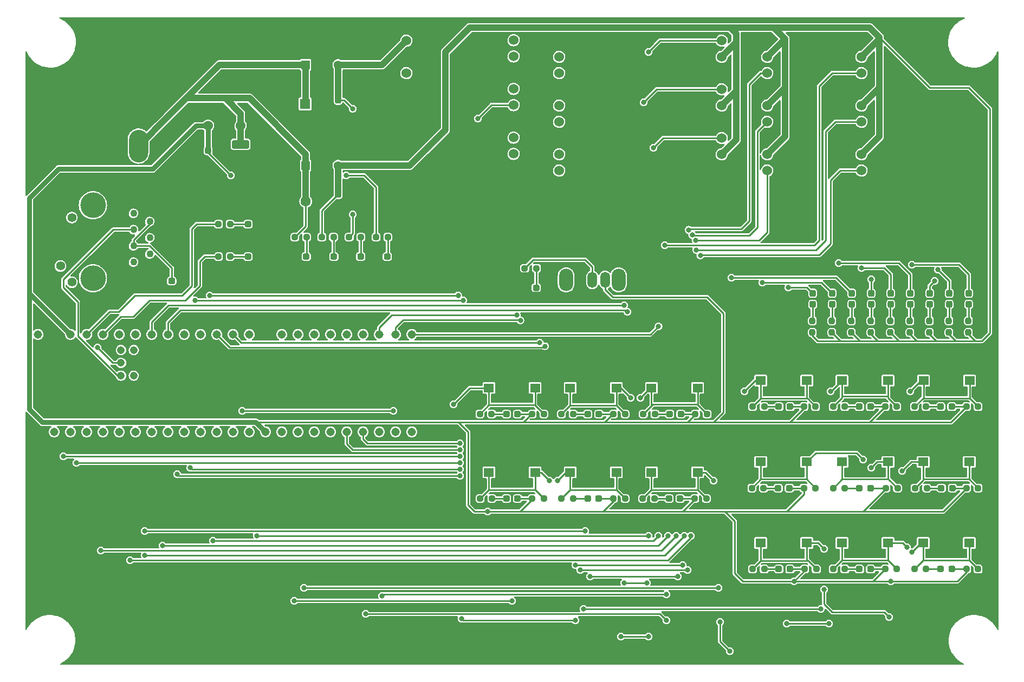
<source format=gtl>
G04 #@! TF.GenerationSoftware,KiCad,Pcbnew,(6.0.7)*
G04 #@! TF.CreationDate,2023-03-20T21:26:27-05:00*
G04 #@! TF.ProjectId,DriveBoard_Rev2,44726976-6542-46f6-9172-645f52657632,rev?*
G04 #@! TF.SameCoordinates,Original*
G04 #@! TF.FileFunction,Copper,L1,Top*
G04 #@! TF.FilePolarity,Positive*
%FSLAX46Y46*%
G04 Gerber Fmt 4.6, Leading zero omitted, Abs format (unit mm)*
G04 Created by KiCad (PCBNEW (6.0.7)) date 2023-03-20 21:26:27*
%MOMM*%
%LPD*%
G01*
G04 APERTURE LIST*
G04 Aperture macros list*
%AMRoundRect*
0 Rectangle with rounded corners*
0 $1 Rounding radius*
0 $2 $3 $4 $5 $6 $7 $8 $9 X,Y pos of 4 corners*
0 Add a 4 corners polygon primitive as box body*
4,1,4,$2,$3,$4,$5,$6,$7,$8,$9,$2,$3,0*
0 Add four circle primitives for the rounded corners*
1,1,$1+$1,$2,$3*
1,1,$1+$1,$4,$5*
1,1,$1+$1,$6,$7*
1,1,$1+$1,$8,$9*
0 Add four rect primitives between the rounded corners*
20,1,$1+$1,$2,$3,$4,$5,0*
20,1,$1+$1,$4,$5,$6,$7,0*
20,1,$1+$1,$6,$7,$8,$9,0*
20,1,$1+$1,$8,$9,$2,$3,0*%
G04 Aperture macros list end*
G04 #@! TA.AperFunction,SMDPad,CuDef*
%ADD10RoundRect,0.237500X-0.287500X-0.237500X0.287500X-0.237500X0.287500X0.237500X-0.287500X0.237500X0*%
G04 #@! TD*
G04 #@! TA.AperFunction,SMDPad,CuDef*
%ADD11RoundRect,0.237500X-0.250000X-0.237500X0.250000X-0.237500X0.250000X0.237500X-0.250000X0.237500X0*%
G04 #@! TD*
G04 #@! TA.AperFunction,ComponentPad*
%ADD12C,1.524000*%
G04 #@! TD*
G04 #@! TA.AperFunction,SMDPad,CuDef*
%ADD13RoundRect,0.237500X0.287500X0.237500X-0.287500X0.237500X-0.287500X-0.237500X0.287500X-0.237500X0*%
G04 #@! TD*
G04 #@! TA.AperFunction,SMDPad,CuDef*
%ADD14RoundRect,0.237500X-0.237500X0.287500X-0.237500X-0.287500X0.237500X-0.287500X0.237500X0.287500X0*%
G04 #@! TD*
G04 #@! TA.AperFunction,ComponentPad*
%ADD15R,1.600000X1.600000*%
G04 #@! TD*
G04 #@! TA.AperFunction,ComponentPad*
%ADD16C,1.600000*%
G04 #@! TD*
G04 #@! TA.AperFunction,ComponentPad*
%ADD17C,1.100000*%
G04 #@! TD*
G04 #@! TA.AperFunction,ComponentPad*
%ADD18C,1.400000*%
G04 #@! TD*
G04 #@! TA.AperFunction,ComponentPad*
%ADD19C,4.000000*%
G04 #@! TD*
G04 #@! TA.AperFunction,ComponentPad*
%ADD20C,2.000000*%
G04 #@! TD*
G04 #@! TA.AperFunction,SMDPad,CuDef*
%ADD21RoundRect,0.237500X-0.237500X0.250000X-0.237500X-0.250000X0.237500X-0.250000X0.237500X0.250000X0*%
G04 #@! TD*
G04 #@! TA.AperFunction,SMDPad,CuDef*
%ADD22R,1.600000X1.400000*%
G04 #@! TD*
G04 #@! TA.AperFunction,ComponentPad*
%ADD23O,2.200000X3.500000*%
G04 #@! TD*
G04 #@! TA.AperFunction,ComponentPad*
%ADD24R,1.500000X2.500000*%
G04 #@! TD*
G04 #@! TA.AperFunction,ComponentPad*
%ADD25O,1.500000X2.500000*%
G04 #@! TD*
G04 #@! TA.AperFunction,SMDPad,CuDef*
%ADD26RoundRect,0.237500X-0.237500X0.300000X-0.237500X-0.300000X0.237500X-0.300000X0.237500X0.300000X0*%
G04 #@! TD*
G04 #@! TA.AperFunction,ComponentPad*
%ADD27C,1.308000*%
G04 #@! TD*
G04 #@! TA.AperFunction,ComponentPad*
%ADD28C,1.208000*%
G04 #@! TD*
G04 #@! TA.AperFunction,SMDPad,CuDef*
%ADD29RoundRect,0.250000X-1.100000X0.412500X-1.100000X-0.412500X1.100000X-0.412500X1.100000X0.412500X0*%
G04 #@! TD*
G04 #@! TA.AperFunction,SMDPad,CuDef*
%ADD30RoundRect,0.237500X-0.300000X-0.237500X0.300000X-0.237500X0.300000X0.237500X-0.300000X0.237500X0*%
G04 #@! TD*
G04 #@! TA.AperFunction,ComponentPad*
%ADD31O,3.000000X5.100000*%
G04 #@! TD*
G04 #@! TA.AperFunction,ComponentPad*
%ADD32R,1.358000X1.358000*%
G04 #@! TD*
G04 #@! TA.AperFunction,ComponentPad*
%ADD33C,1.358000*%
G04 #@! TD*
G04 #@! TA.AperFunction,SMDPad,CuDef*
%ADD34RoundRect,0.237500X0.237500X-0.300000X0.237500X0.300000X-0.237500X0.300000X-0.237500X-0.300000X0*%
G04 #@! TD*
G04 #@! TA.AperFunction,SMDPad,CuDef*
%ADD35RoundRect,0.237500X0.250000X0.237500X-0.250000X0.237500X-0.250000X-0.237500X0.250000X-0.237500X0*%
G04 #@! TD*
G04 #@! TA.AperFunction,ViaPad*
%ADD36C,0.800000*%
G04 #@! TD*
G04 #@! TA.AperFunction,Conductor*
%ADD37C,1.016000*%
G04 #@! TD*
G04 #@! TA.AperFunction,Conductor*
%ADD38C,0.762000*%
G04 #@! TD*
G04 #@! TA.AperFunction,Conductor*
%ADD39C,0.254000*%
G04 #@! TD*
G04 #@! TA.AperFunction,Conductor*
%ADD40C,0.250000*%
G04 #@! TD*
G04 APERTURE END LIST*
D10*
X174940000Y-124573000D03*
X176690000Y-124573000D03*
D11*
X115673500Y-100330000D03*
X117498500Y-100330000D03*
D12*
X65532000Y-55245000D03*
X62992000Y-55245000D03*
X60452000Y-55245000D03*
D11*
X74017500Y-72644000D03*
X75842500Y-72644000D03*
D13*
X68439000Y-70612000D03*
X66689000Y-70612000D03*
D14*
X154940000Y-81421000D03*
X154940000Y-83171000D03*
D15*
X75631113Y-51816000D03*
D16*
X73631113Y-51816000D03*
D10*
X74055000Y-75692000D03*
X75805000Y-75692000D03*
D17*
X48814000Y-68936000D03*
X51354000Y-70206000D03*
X48814000Y-71476000D03*
X51354000Y-72746000D03*
X48814000Y-74016000D03*
X51354000Y-75286000D03*
X48814000Y-76556000D03*
X51354000Y-77826000D03*
D18*
X37384000Y-67056000D03*
X39174000Y-69596000D03*
X37384000Y-77166000D03*
X39174000Y-79706000D03*
D19*
X42464000Y-67666000D03*
X42464000Y-79096000D03*
D20*
X45514000Y-81256000D03*
X45514000Y-65506000D03*
D12*
X115316000Y-41910000D03*
X115316000Y-44450000D03*
X115316000Y-46990000D03*
X115316000Y-49530000D03*
X115316000Y-52070000D03*
X115316000Y-54610000D03*
X115316000Y-57150000D03*
X115316000Y-59690000D03*
X115316000Y-62230000D03*
D10*
X82540500Y-75692000D03*
X84290500Y-75692000D03*
X149643500Y-124573000D03*
X151393500Y-124573000D03*
X162240000Y-124573000D03*
X163990000Y-124573000D03*
D11*
X158138500Y-99173000D03*
X159963500Y-99173000D03*
D21*
X170133000Y-85739000D03*
X170133000Y-87564000D03*
D14*
X170180000Y-81421000D03*
X170180000Y-83171000D03*
X164084000Y-81421000D03*
X164084000Y-83171000D03*
D22*
X179459000Y-92085000D03*
X172259000Y-92085000D03*
X179459000Y-95085000D03*
X172259000Y-95085000D03*
D11*
X166266500Y-124573000D03*
X168091500Y-124573000D03*
D10*
X78373000Y-75692000D03*
X80123000Y-75692000D03*
D11*
X123801500Y-100330000D03*
X125626500Y-100330000D03*
X102936000Y-100330000D03*
X104761000Y-100330000D03*
X62079500Y-75692000D03*
X63904500Y-75692000D03*
D23*
X116403250Y-79335000D03*
X124603250Y-79335000D03*
D24*
X118503250Y-79335000D03*
D25*
X120503250Y-79335000D03*
X122503250Y-79335000D03*
D11*
X153566500Y-99173000D03*
X155391500Y-99173000D03*
D14*
X179324000Y-81421000D03*
X179324000Y-83171000D03*
D11*
X178966500Y-99173000D03*
X180791500Y-99173000D03*
D10*
X86708000Y-75692000D03*
X88458000Y-75692000D03*
D21*
X157941000Y-85739000D03*
X157941000Y-87564000D03*
D22*
X172215000Y-117485000D03*
X179415000Y-117485000D03*
X179415000Y-120485000D03*
X172215000Y-120485000D03*
D15*
X73720888Y-67056000D03*
D16*
X75720888Y-67056000D03*
D10*
X132475000Y-113538000D03*
X134225000Y-113538000D03*
D11*
X62079500Y-70612000D03*
X63904500Y-70612000D03*
X136605000Y-100330000D03*
X138430000Y-100330000D03*
D12*
X108204001Y-62154997D03*
X108204001Y-59614997D03*
X108204001Y-57074997D03*
X108204001Y-54534997D03*
X108204001Y-51994997D03*
X108204001Y-49454997D03*
X108204001Y-46914997D03*
X108204001Y-44374997D03*
X108204001Y-41834997D03*
D14*
X157988000Y-81421000D03*
X157988000Y-83171000D03*
D21*
X173181000Y-85739000D03*
X173181000Y-87564000D03*
D12*
X162560000Y-41910000D03*
X162560000Y-44450000D03*
X162560000Y-46990000D03*
X162560000Y-49530000D03*
X162560000Y-52070000D03*
X162560000Y-54610000D03*
X162560000Y-57150000D03*
X162560000Y-59690000D03*
X162560000Y-62230000D03*
D22*
X124250000Y-106450000D03*
X117050000Y-106450000D03*
X124250000Y-109450000D03*
X117050000Y-109450000D03*
D21*
X167085000Y-85739000D03*
X167085000Y-87564000D03*
D11*
X111101500Y-113538000D03*
X112926500Y-113538000D03*
D26*
X80772000Y-65939500D03*
X80772000Y-67664500D03*
D14*
X173228000Y-81421000D03*
X173228000Y-83171000D03*
D10*
X107075000Y-113538000D03*
X108825000Y-113538000D03*
X175043500Y-111906000D03*
X176793500Y-111906000D03*
D11*
X102973500Y-113538000D03*
X104798500Y-113538000D03*
D12*
X91440000Y-41910000D03*
X91440000Y-44450000D03*
X91440000Y-46990000D03*
D11*
X170838500Y-99173000D03*
X172663500Y-99173000D03*
X136501500Y-113538000D03*
X138326500Y-113538000D03*
X178966500Y-111906000D03*
X180791500Y-111906000D03*
X123801500Y-113538000D03*
X125626500Y-113538000D03*
X86717500Y-72644000D03*
X88542500Y-72644000D03*
X170942000Y-111906000D03*
X172767000Y-111906000D03*
D10*
X162240000Y-99173000D03*
X163990000Y-99173000D03*
D22*
X104350000Y-93242000D03*
X111550000Y-93242000D03*
X104350000Y-96242000D03*
X111550000Y-96242000D03*
D10*
X119775000Y-100330000D03*
X121525000Y-100330000D03*
D11*
X170838500Y-124573000D03*
X172663500Y-124573000D03*
D10*
X174940000Y-99173000D03*
X176690000Y-99173000D03*
D21*
X164037000Y-85739000D03*
X164037000Y-87564000D03*
D27*
X36418000Y-103110500D03*
X38958000Y-103110500D03*
X41498000Y-103110500D03*
X44038000Y-103110500D03*
X69438000Y-103110500D03*
X38958000Y-87870500D03*
X46578000Y-103110500D03*
X49118000Y-103110500D03*
X51658000Y-103110500D03*
X54198000Y-103110500D03*
X56738000Y-103110500D03*
X59278000Y-103110500D03*
X61818000Y-103110500D03*
X64358000Y-103110500D03*
X66898000Y-103110500D03*
X66898000Y-87870500D03*
X64358000Y-87870500D03*
X61818000Y-87870500D03*
X59278000Y-87870500D03*
X56738000Y-87870500D03*
X54198000Y-87870500D03*
X51658000Y-87870500D03*
X49118000Y-87870500D03*
X46578000Y-87870500D03*
X44038000Y-87870500D03*
X41498000Y-87870500D03*
X71978000Y-103110500D03*
X74518000Y-103110500D03*
X77058000Y-103110500D03*
X79598000Y-103110500D03*
X82138000Y-103110500D03*
X84678000Y-103110500D03*
X87218000Y-103110500D03*
X89758000Y-103110500D03*
X92298000Y-103110500D03*
X92298000Y-87870500D03*
X89758000Y-87870500D03*
X87218000Y-87870500D03*
X84678000Y-87870500D03*
X82138000Y-87870500D03*
X79598000Y-87870500D03*
X77058000Y-87870500D03*
X74518000Y-87870500D03*
X71978000Y-87870500D03*
X33878000Y-103110500D03*
X69438000Y-87870500D03*
X36418000Y-87870500D03*
D28*
X48848000Y-92320500D03*
X46848000Y-92320500D03*
X46848000Y-90320500D03*
X48848000Y-90320500D03*
X48848000Y-94320500D03*
X46848000Y-94320500D03*
D27*
X33878000Y-87870500D03*
D22*
X159515000Y-117485000D03*
X166715000Y-117485000D03*
X166715000Y-120485000D03*
X159515000Y-120485000D03*
D29*
X65532000Y-58127500D03*
X65532000Y-61252500D03*
D22*
X154015000Y-104818000D03*
X146815000Y-104818000D03*
X146815000Y-107818000D03*
X154015000Y-107818000D03*
D30*
X54763500Y-79502000D03*
X56488500Y-79502000D03*
D11*
X158138500Y-124573000D03*
X159963500Y-124573000D03*
X145542000Y-99173000D03*
X147367000Y-99173000D03*
D26*
X60452000Y-59081500D03*
X60452000Y-60806500D03*
D21*
X160989000Y-85739000D03*
X160989000Y-87564000D03*
D11*
X145542000Y-124573000D03*
X147367000Y-124573000D03*
D31*
X49592200Y-50521000D03*
X49592200Y-58395000D03*
D11*
X78232000Y-72644000D03*
X80057000Y-72644000D03*
D13*
X68441000Y-75692000D03*
X66691000Y-75692000D03*
D11*
X178966500Y-124573000D03*
X180791500Y-124573000D03*
D21*
X176229000Y-85739000D03*
X176229000Y-87564000D03*
D22*
X154015000Y-117485000D03*
X146815000Y-117485000D03*
X154015000Y-120485000D03*
X146815000Y-120485000D03*
D21*
X179277000Y-85739000D03*
X179277000Y-87564000D03*
D11*
X158138500Y-111906000D03*
X159963500Y-111906000D03*
D14*
X176276000Y-81421000D03*
X176276000Y-83171000D03*
D11*
X128373500Y-113538000D03*
X130198500Y-113538000D03*
X115673500Y-113538000D03*
X117498500Y-113538000D03*
D32*
X75692000Y-45692000D03*
D33*
X78232000Y-45692000D03*
X80772000Y-45692000D03*
D10*
X149540000Y-111906000D03*
X151290000Y-111906000D03*
D11*
X111101500Y-100330000D03*
X112926500Y-100330000D03*
D22*
X159515000Y-92085000D03*
X166715000Y-92085000D03*
X166715000Y-95085000D03*
X159515000Y-95085000D03*
X166715000Y-104818000D03*
X159515000Y-104818000D03*
X166715000Y-107818000D03*
X159515000Y-107818000D03*
D11*
X82503000Y-72644000D03*
X84328000Y-72644000D03*
D10*
X109976250Y-80561500D03*
X111726250Y-80561500D03*
D21*
X154893000Y-85739000D03*
X154893000Y-87564000D03*
D11*
X128477000Y-100330000D03*
X130302000Y-100330000D03*
D10*
X162240000Y-111906000D03*
X163990000Y-111906000D03*
X149643500Y-99173000D03*
X151393500Y-99173000D03*
X119775000Y-113538000D03*
X121525000Y-113538000D03*
D11*
X145438500Y-111906000D03*
X147263500Y-111906000D03*
X153670000Y-124573000D03*
X155495000Y-124573000D03*
X166266500Y-99173000D03*
X168091500Y-99173000D03*
D22*
X104350000Y-106450000D03*
X111550000Y-106450000D03*
X104350000Y-109450000D03*
X111550000Y-109450000D03*
D34*
X80772000Y-52932500D03*
X80772000Y-51207500D03*
D11*
X166370000Y-111906000D03*
X168195000Y-111906000D03*
D14*
X167132000Y-81421000D03*
X167132000Y-83171000D03*
D22*
X136950000Y-106450000D03*
X129750000Y-106450000D03*
X136950000Y-109450000D03*
X129750000Y-109450000D03*
D14*
X161036000Y-81421000D03*
X161036000Y-83171000D03*
D10*
X107075000Y-100330000D03*
X108825000Y-100330000D03*
D22*
X124250000Y-93242000D03*
X117050000Y-93242000D03*
X124250000Y-96242000D03*
X117050000Y-96242000D03*
D10*
X132578500Y-100330000D03*
X134328500Y-100330000D03*
D35*
X111763750Y-77513500D03*
X109938750Y-77513500D03*
D22*
X136950000Y-93242000D03*
X129750000Y-93242000D03*
X136950000Y-96242000D03*
X129750000Y-96242000D03*
D11*
X153566500Y-111906000D03*
X155391500Y-111906000D03*
D12*
X140716000Y-62230000D03*
X140716000Y-59690000D03*
X140716000Y-57150000D03*
X140716000Y-54610000D03*
X140716000Y-52070000D03*
X140716000Y-49530000D03*
X140716000Y-46990000D03*
X140716000Y-44450000D03*
X140716000Y-41910000D03*
D22*
X179415000Y-104818000D03*
X172215000Y-104818000D03*
X179415000Y-107818000D03*
X172215000Y-107818000D03*
D32*
X75692000Y-61440000D03*
D33*
X78232000Y-61440000D03*
X80772000Y-61440000D03*
D22*
X154015000Y-92085000D03*
X146815000Y-92085000D03*
X146815000Y-95085000D03*
X154015000Y-95085000D03*
D12*
X147828000Y-41910000D03*
X147828000Y-44450000D03*
X147828000Y-46990000D03*
X147828000Y-49530000D03*
X147828000Y-52070000D03*
X147828000Y-54610000D03*
X147828000Y-57150000D03*
X147828000Y-59690000D03*
X147828000Y-62230000D03*
D36*
X157226000Y-135128000D03*
X152019000Y-126492000D03*
X64008000Y-62992000D03*
X82042000Y-62992000D03*
X104140000Y-115570000D03*
X167132000Y-126492000D03*
X48260000Y-123190000D03*
X137378452Y-75497133D03*
X135890000Y-119380000D03*
X50546000Y-122428000D03*
X134874000Y-119380000D03*
X136720834Y-74640500D03*
X131820286Y-73908286D03*
X130845500Y-86614000D03*
X133604000Y-119380000D03*
X136675500Y-73166217D03*
X43688000Y-121666000D03*
X132334000Y-119380000D03*
X136112258Y-72340527D03*
X53340000Y-120904000D03*
X135556833Y-71509559D03*
X130810000Y-119380000D03*
X61214000Y-120142000D03*
X129286000Y-43688000D03*
X125984000Y-84328000D03*
X128524000Y-51562000D03*
X125476000Y-83312000D03*
X129286000Y-119380000D03*
X130048000Y-58674000D03*
X68072000Y-119344500D03*
X113099636Y-89708424D03*
X112268000Y-89154000D03*
X109266424Y-85667636D03*
X108712000Y-84836000D03*
X99822000Y-109982000D03*
X55626000Y-109728000D03*
X99822000Y-108949503D03*
X57658000Y-108712000D03*
X99526121Y-81757057D03*
X60706000Y-81788000D03*
X58420000Y-82550000D03*
X100330000Y-82550000D03*
X99822000Y-105918000D03*
X102616000Y-54102000D03*
X99822000Y-104918497D03*
X99822000Y-106950497D03*
X37846000Y-106934000D03*
X39878000Y-107950000D03*
X99822000Y-107950000D03*
X65786000Y-99822000D03*
X89408000Y-99822000D03*
X170434000Y-76962000D03*
X174498000Y-77724000D03*
X173990000Y-79502000D03*
X159004000Y-76708000D03*
X162560000Y-77470000D03*
X164084000Y-79248000D03*
X142240000Y-78994000D03*
X147066000Y-79756000D03*
X151130000Y-80518000D03*
X43180000Y-89916000D03*
X100076000Y-132334000D03*
X117856000Y-132587500D03*
X98806000Y-98806000D03*
X113792000Y-110744000D03*
X144272000Y-96774000D03*
X135382000Y-124714000D03*
X118618000Y-124714000D03*
X162814000Y-107442000D03*
X156718000Y-121412000D03*
X166878000Y-132080000D03*
X156718000Y-127762000D03*
X126492000Y-97790000D03*
X115062000Y-110744000D03*
X157734000Y-96774000D03*
X164084000Y-108712000D03*
X169672000Y-121158000D03*
X128016000Y-97790000D03*
X139446000Y-110744000D03*
X134620000Y-123952000D03*
X117856000Y-123952000D03*
X170180000Y-96774000D03*
X168910000Y-109220000D03*
X170434000Y-121920000D03*
X50546000Y-118618000D03*
X119380000Y-118618000D03*
X119126000Y-130810000D03*
X156210000Y-130810000D03*
X73914000Y-129540000D03*
X107950000Y-129540000D03*
X75438000Y-127508000D03*
X140208000Y-127508000D03*
X132080000Y-128524000D03*
X87630000Y-128778000D03*
X132080000Y-132588000D03*
X85090000Y-131572000D03*
X133858000Y-125730000D03*
X120142000Y-125730000D03*
X125476000Y-126746000D03*
X129032000Y-126746000D03*
X129286000Y-135128000D03*
X124968000Y-135128000D03*
X157480000Y-133096000D03*
X150876000Y-133096000D03*
X141986000Y-137414000D03*
X140462000Y-132842000D03*
X83058000Y-52578000D03*
X83058000Y-69088000D03*
D37*
X75692000Y-61440000D02*
X75692000Y-67027112D01*
X65532000Y-55245000D02*
X65532000Y-58127500D01*
X54212200Y-53775000D02*
X54212200Y-53737800D01*
X54212200Y-53737800D02*
X57023000Y-50927000D01*
X62258000Y-45692000D02*
X75692000Y-45692000D01*
D38*
X75692000Y-67027112D02*
X75720888Y-67056000D01*
D37*
X65532000Y-55245000D02*
X65532000Y-53340000D01*
X75692000Y-61440000D02*
X75692000Y-59690000D01*
D39*
X75720888Y-67056000D02*
X75720888Y-70940612D01*
D37*
X75692000Y-59690000D02*
X66929000Y-50927000D01*
X49592200Y-58395000D02*
X54212200Y-53775000D01*
X57023000Y-50927000D02*
X61849000Y-50927000D01*
X61849000Y-50927000D02*
X63119000Y-50927000D01*
X57023000Y-50927000D02*
X62258000Y-45692000D01*
X66929000Y-50927000D02*
X61849000Y-50927000D01*
X65532000Y-53340000D02*
X63119000Y-50927000D01*
D39*
X75720888Y-70940612D02*
X74017500Y-72644000D01*
D37*
X75692000Y-45692000D02*
X75692000Y-51755113D01*
D39*
X176229000Y-87564000D02*
X176229000Y-87837000D01*
X164037000Y-87564000D02*
X164037000Y-87837000D01*
D37*
X80772000Y-61440000D02*
X91976000Y-61440000D01*
X165354000Y-49530000D02*
X165354000Y-56896000D01*
X142961310Y-49824690D02*
X142961310Y-49316690D01*
D39*
X155702000Y-88900000D02*
X154893000Y-88091000D01*
X160989000Y-87583000D02*
X162306000Y-88900000D01*
D37*
X163830000Y-39878000D02*
X165354000Y-41402000D01*
X97536000Y-55880000D02*
X97536000Y-43688000D01*
X80772000Y-61440000D02*
X80772000Y-65939500D01*
D39*
X170133000Y-87837000D02*
X171196000Y-88900000D01*
D37*
X147828000Y-44450000D02*
X150622000Y-41656000D01*
D39*
X180340000Y-88900000D02*
X177292000Y-88900000D01*
D37*
X97536000Y-43688000D02*
X101346000Y-39878000D01*
D39*
X171196000Y-88900000D02*
X168402000Y-88900000D01*
D37*
X142240000Y-40063374D02*
X142961310Y-40784684D01*
X101600000Y-39878000D02*
X141732000Y-39878000D01*
D39*
X157941000Y-87583000D02*
X159258000Y-88900000D01*
D37*
X150622000Y-46482000D02*
X150622000Y-56896000D01*
D39*
X179277000Y-87837000D02*
X180340000Y-88900000D01*
D37*
X140716000Y-44450000D02*
X142961310Y-42204690D01*
D39*
X177292000Y-88900000D02*
X174244000Y-88900000D01*
X165100000Y-88900000D02*
X162306000Y-88900000D01*
X159258000Y-88900000D02*
X155702000Y-88900000D01*
X182626000Y-87630000D02*
X181356000Y-88900000D01*
D37*
X165354000Y-41910000D02*
X165354000Y-49530000D01*
D39*
X154893000Y-88091000D02*
X154893000Y-87564000D01*
D37*
X101346000Y-39878000D02*
X101854000Y-39878000D01*
X142240000Y-39878000D02*
X142240000Y-40063374D01*
D39*
X179277000Y-87564000D02*
X179277000Y-87837000D01*
X168402000Y-88900000D02*
X165100000Y-88900000D01*
X174244000Y-88900000D02*
X171196000Y-88900000D01*
X170133000Y-87564000D02*
X170133000Y-87837000D01*
X160989000Y-87564000D02*
X160989000Y-87583000D01*
D37*
X142961310Y-57444690D02*
X140716000Y-59690000D01*
D39*
X173181000Y-87564000D02*
X173181000Y-87837000D01*
X167085000Y-87564000D02*
X167085000Y-87583000D01*
X80772000Y-65939500D02*
X78232000Y-68479500D01*
X157941000Y-87564000D02*
X157941000Y-87583000D01*
D37*
X165100000Y-41910000D02*
X165354000Y-41910000D01*
X150622000Y-41656000D02*
X148844000Y-39878000D01*
X91976000Y-61440000D02*
X97536000Y-55880000D01*
D39*
X162306000Y-88900000D02*
X159258000Y-88900000D01*
D37*
X150622000Y-49276000D02*
X150622000Y-41656000D01*
X147828000Y-52070000D02*
X150622000Y-49276000D01*
X165100000Y-49530000D02*
X165354000Y-49530000D01*
D39*
X164037000Y-87837000D02*
X165100000Y-88900000D01*
X173181000Y-87837000D02*
X174244000Y-88900000D01*
D37*
X148844000Y-39878000D02*
X148590000Y-39878000D01*
X142961310Y-42204690D02*
X142961310Y-40784684D01*
X165354000Y-41402000D02*
X165354000Y-41910000D01*
D39*
X78232000Y-68479500D02*
X78232000Y-72644000D01*
D37*
X142961310Y-40784684D02*
X142961310Y-49316690D01*
X150622000Y-56896000D02*
X147828000Y-59690000D01*
D39*
X173228000Y-49276000D02*
X179324000Y-49276000D01*
D37*
X140716000Y-52070000D02*
X142961310Y-49824690D01*
D39*
X167085000Y-87583000D02*
X168402000Y-88900000D01*
X181356000Y-88900000D02*
X180340000Y-88900000D01*
D37*
X162560000Y-52070000D02*
X165100000Y-49530000D01*
X162560000Y-44450000D02*
X165100000Y-41910000D01*
D39*
X165354000Y-41402000D02*
X173228000Y-49276000D01*
D37*
X148521374Y-39878000D02*
X163507374Y-39878000D01*
X141732000Y-39878000D02*
X148521374Y-39878000D01*
X142961310Y-49316690D02*
X142961310Y-57444690D01*
X165354000Y-56896000D02*
X162560000Y-59690000D01*
D39*
X176229000Y-87837000D02*
X177292000Y-88900000D01*
X182626000Y-52578000D02*
X182626000Y-87630000D01*
X179324000Y-49276000D02*
X182626000Y-52578000D01*
X153566500Y-99173000D02*
X153566500Y-99417500D01*
X136501500Y-113538000D02*
X134225000Y-113538000D01*
X135382000Y-101600000D02*
X139192000Y-101600000D01*
D38*
X58547000Y-55245000D02*
X60452000Y-55245000D01*
D39*
X111101500Y-100330000D02*
X110998000Y-100330000D01*
X153566500Y-99417500D02*
X151384000Y-101600000D01*
X162814000Y-115570000D02*
X175302500Y-115570000D01*
D38*
X32512000Y-66548000D02*
X37084000Y-61976000D01*
D39*
X178966500Y-111906000D02*
X176793500Y-111906000D01*
X123801500Y-113538000D02*
X121525000Y-113538000D01*
X122174000Y-115570000D02*
X134620000Y-115570000D01*
X166266500Y-99173000D02*
X166257000Y-99173000D01*
X163830000Y-101600000D02*
X176539500Y-101600000D01*
X141224000Y-115570000D02*
X150876000Y-115570000D01*
X99568000Y-101600000D02*
X101092000Y-103124000D01*
D38*
X41656000Y-101600000D02*
X67927500Y-101600000D01*
D39*
X136501500Y-113688500D02*
X134620000Y-115570000D01*
X99568000Y-101600000D02*
X109728000Y-101600000D01*
D38*
X51816000Y-61976000D02*
X58547000Y-55245000D01*
D39*
X64008000Y-62992000D02*
X60452000Y-59436000D01*
X139446000Y-101600000D02*
X139192000Y-101600000D01*
X153566500Y-111906000D02*
X151290000Y-111906000D01*
X123706250Y-82042000D02*
X138430000Y-82042000D01*
X111101500Y-113538000D02*
X111101500Y-113688500D01*
X166257000Y-124573000D02*
X164338000Y-126492000D01*
X139192000Y-101600000D02*
X151384000Y-101600000D01*
X166266500Y-124573000D02*
X163990000Y-124573000D01*
X136501500Y-113538000D02*
X136501500Y-113688500D01*
X177546000Y-126492000D02*
X178966500Y-125071500D01*
X86717500Y-64873500D02*
X86717500Y-72644000D01*
X166370000Y-112014000D02*
X162814000Y-115570000D01*
X111101500Y-113688500D02*
X109220000Y-115570000D01*
X138430000Y-82042000D02*
X140970000Y-84582000D01*
X153566500Y-99173000D02*
X151393500Y-99173000D01*
X136605000Y-100330000D02*
X134328500Y-100330000D01*
X101092000Y-103124000D02*
X101092000Y-114554000D01*
X121525000Y-100330000D02*
X123801500Y-100330000D01*
X153566500Y-112879500D02*
X150876000Y-115570000D01*
X123698000Y-100330000D02*
X122428000Y-101600000D01*
X175302500Y-115570000D02*
X178966500Y-111906000D01*
X166370000Y-111906000D02*
X163990000Y-111906000D01*
D38*
X32512000Y-99568000D02*
X34544000Y-101600000D01*
D39*
X122428000Y-101600000D02*
X132588000Y-101600000D01*
X166257000Y-99173000D02*
X163830000Y-101600000D01*
D38*
X67927500Y-101600000D02*
X69438000Y-103110500D01*
D39*
X136605000Y-100330000D02*
X136605000Y-100377000D01*
X164338000Y-126492000D02*
X177546000Y-126492000D01*
D38*
X32512000Y-81424500D02*
X32512000Y-99568000D01*
D39*
X102108000Y-115570000D02*
X104140000Y-115570000D01*
X108825000Y-113538000D02*
X111101500Y-113538000D01*
X176539500Y-101600000D02*
X178966500Y-99173000D01*
X141224000Y-115570000D02*
X142748000Y-117094000D01*
X122503250Y-80839000D02*
X123706250Y-82042000D01*
X111101500Y-100330000D02*
X108825000Y-100330000D01*
X109220000Y-115570000D02*
X122174000Y-115570000D01*
X140970000Y-84582000D02*
X140970000Y-100076000D01*
X101092000Y-114554000D02*
X102108000Y-115570000D01*
X142748000Y-125222000D02*
X144018000Y-126492000D01*
X109728000Y-101600000D02*
X119888000Y-101600000D01*
D38*
X37084000Y-61976000D02*
X51816000Y-61976000D01*
D39*
X110998000Y-100330000D02*
X109728000Y-101600000D01*
X60452000Y-59436000D02*
X60452000Y-59081500D01*
D38*
X34544000Y-101600000D02*
X40894000Y-101600000D01*
D39*
X151393500Y-124573000D02*
X153670000Y-124573000D01*
X134620000Y-115570000D02*
X141224000Y-115570000D01*
D38*
X40894000Y-101600000D02*
X41656000Y-101600000D01*
D39*
X151384000Y-101600000D02*
X163830000Y-101600000D01*
X104140000Y-115570000D02*
X109220000Y-115570000D01*
X123801500Y-113942500D02*
X122174000Y-115570000D01*
X152019000Y-126492000D02*
X151892000Y-126492000D01*
D38*
X123801500Y-113538000D02*
X123801500Y-113688500D01*
D39*
X123801500Y-113538000D02*
X123801500Y-113942500D01*
X151892000Y-126492000D02*
X164338000Y-126492000D01*
X67927500Y-101600000D02*
X99568000Y-101600000D01*
D38*
X32512000Y-84836000D02*
X32512000Y-66548000D01*
D39*
X132588000Y-101600000D02*
X135382000Y-101600000D01*
X119888000Y-101600000D02*
X122428000Y-101600000D01*
X178966500Y-99173000D02*
X176690000Y-99173000D01*
X153670000Y-124841000D02*
X153670000Y-124573000D01*
X152019000Y-126492000D02*
X153670000Y-124841000D01*
X153566500Y-111906000D02*
X153566500Y-112879500D01*
X84836000Y-62992000D02*
X86717500Y-64873500D01*
X140970000Y-100076000D02*
X139446000Y-101600000D01*
X82042000Y-62992000D02*
X84836000Y-62992000D01*
X166266500Y-99173000D02*
X163990000Y-99173000D01*
X144018000Y-126492000D02*
X151892000Y-126492000D01*
D38*
X60452000Y-55245000D02*
X60452000Y-59081500D01*
D39*
X122503250Y-79335000D02*
X122503250Y-80839000D01*
X178966500Y-124573000D02*
X176690000Y-124573000D01*
X136605000Y-100377000D02*
X135382000Y-101600000D01*
X166370000Y-111906000D02*
X166370000Y-112014000D01*
X142748000Y-117094000D02*
X142748000Y-125222000D01*
X150876000Y-115570000D02*
X162814000Y-115570000D01*
D38*
X38958000Y-87870500D02*
X32512000Y-81424500D01*
D39*
X178966500Y-125071500D02*
X178966500Y-124573000D01*
D40*
X51354000Y-70566000D02*
X48814000Y-73106000D01*
D39*
X54763500Y-79502000D02*
X54763500Y-77455234D01*
D40*
X48814000Y-73106000D02*
X48814000Y-74016000D01*
D39*
X51324266Y-74016000D02*
X48814000Y-74016000D01*
D40*
X51354000Y-70206000D02*
X51354000Y-70566000D01*
D39*
X54763500Y-77455234D02*
X51324266Y-74016000D01*
X135890000Y-119380000D02*
X135890000Y-119634000D01*
X132334000Y-123190000D02*
X48260000Y-123190000D01*
X137378452Y-75497133D02*
X137437585Y-75438000D01*
X135890000Y-119634000D02*
X132334000Y-123190000D01*
X137437585Y-75438000D02*
X155956000Y-75438000D01*
X157734000Y-73660000D02*
X157734000Y-63754000D01*
X159258000Y-62230000D02*
X162560000Y-62230000D01*
X157734000Y-63754000D02*
X159258000Y-62230000D01*
X155956000Y-75438000D02*
X157734000Y-73660000D01*
X136720834Y-74640500D02*
X136756334Y-74676000D01*
X156972000Y-56134000D02*
X158496000Y-54610000D01*
X136756334Y-74676000D02*
X155448000Y-74676000D01*
X158496000Y-54610000D02*
X162560000Y-54610000D01*
X131826000Y-122428000D02*
X50546000Y-122428000D01*
X155448000Y-74676000D02*
X156972000Y-73152000D01*
X134874000Y-119380000D02*
X131826000Y-122428000D01*
X156972000Y-73152000D02*
X156972000Y-56134000D01*
X130845500Y-86614000D02*
X129589000Y-87870500D01*
X155956000Y-73152000D02*
X155956000Y-49022000D01*
X129589000Y-87870500D02*
X92298000Y-87870500D01*
X131826000Y-73914000D02*
X155194000Y-73914000D01*
X155956000Y-49022000D02*
X157988000Y-46990000D01*
X131820286Y-73908286D02*
X131826000Y-73914000D01*
X157988000Y-46990000D02*
X162560000Y-46990000D01*
X155194000Y-73914000D02*
X155956000Y-73152000D01*
X147828000Y-71882000D02*
X147828000Y-62230000D01*
X146558000Y-73152000D02*
X147828000Y-71882000D01*
X133604000Y-119380000D02*
X131318000Y-121666000D01*
X136675500Y-73166217D02*
X136689717Y-73152000D01*
X136689717Y-73152000D02*
X146558000Y-73152000D01*
X131318000Y-121666000D02*
X43688000Y-121666000D01*
X146304000Y-71120000D02*
X146304000Y-56134000D01*
X132334000Y-119380000D02*
X130810000Y-120904000D01*
X136112258Y-72340527D02*
X136161731Y-72390000D01*
X145034000Y-72390000D02*
X146304000Y-71120000D01*
X130810000Y-120904000D02*
X53340000Y-120904000D01*
X146304000Y-56134000D02*
X147828000Y-54610000D01*
X136161731Y-72390000D02*
X145034000Y-72390000D01*
X145034000Y-48768000D02*
X146812000Y-46990000D01*
X145034000Y-70104000D02*
X145034000Y-48768000D01*
X143764000Y-71374000D02*
X145034000Y-70104000D01*
X130048000Y-120142000D02*
X61214000Y-120142000D01*
X135556833Y-71509559D02*
X135692392Y-71374000D01*
X130810000Y-119380000D02*
X130048000Y-120142000D01*
X146812000Y-46990000D02*
X147828000Y-46990000D01*
X135692392Y-71374000D02*
X143764000Y-71374000D01*
X129286000Y-43688000D02*
X131064000Y-41910000D01*
X56134000Y-84074000D02*
X54198000Y-86010000D01*
X125984000Y-84328000D02*
X125730000Y-84074000D01*
X131064000Y-41910000D02*
X140716000Y-41910000D01*
X125730000Y-84074000D02*
X56134000Y-84074000D01*
X54198000Y-86010000D02*
X54198000Y-87870500D01*
X54270250Y-83312000D02*
X51658000Y-85924250D01*
X130556000Y-49530000D02*
X140716000Y-49530000D01*
X125476000Y-83312000D02*
X54270250Y-83312000D01*
X128524000Y-51562000D02*
X130556000Y-49530000D01*
X51658000Y-85924250D02*
X51658000Y-87870500D01*
X129250500Y-119344500D02*
X68072000Y-119344500D01*
X131572000Y-57150000D02*
X130048000Y-58674000D01*
X140716000Y-57150000D02*
X131572000Y-57150000D01*
X129286000Y-119380000D02*
X129250500Y-119344500D01*
X112927060Y-89881000D02*
X63828500Y-89881000D01*
X63828500Y-89881000D02*
X61818000Y-87870500D01*
X113099636Y-89708424D02*
X112927060Y-89881000D01*
X112268000Y-89154000D02*
X65641500Y-89154000D01*
X65641500Y-89154000D02*
X64358000Y-87870500D01*
X109266424Y-85667636D02*
X109196788Y-85598000D01*
X89758000Y-86772000D02*
X89758000Y-87870500D01*
X90932000Y-85598000D02*
X89758000Y-86772000D01*
X109196788Y-85598000D02*
X90932000Y-85598000D01*
X89154000Y-84836000D02*
X87218000Y-86772000D01*
X108712000Y-84836000D02*
X89154000Y-84836000D01*
X87218000Y-86772000D02*
X87218000Y-87870500D01*
X55880000Y-109982000D02*
X99822000Y-109982000D01*
X55626000Y-109728000D02*
X55880000Y-109982000D01*
X99822000Y-108949503D02*
X99805503Y-108966000D01*
X99805503Y-108966000D02*
X57912000Y-108966000D01*
X57912000Y-108966000D02*
X57658000Y-108712000D01*
X99495178Y-81788000D02*
X60706000Y-81788000D01*
X99526121Y-81757057D02*
X99495178Y-81788000D01*
X100330000Y-82550000D02*
X58420000Y-82550000D01*
X82138000Y-104998000D02*
X83058000Y-105918000D01*
X82138000Y-103110500D02*
X82138000Y-104998000D01*
X83058000Y-105918000D02*
X99822000Y-105918000D01*
X104723003Y-51994997D02*
X108204001Y-51994997D01*
X102616000Y-54102000D02*
X104723003Y-51994997D01*
X85344000Y-104902000D02*
X99805503Y-104902000D01*
X99805503Y-104902000D02*
X99822000Y-104918497D01*
X84678000Y-104236000D02*
X85344000Y-104902000D01*
X84678000Y-103110500D02*
X84678000Y-104236000D01*
X99805503Y-106934000D02*
X99822000Y-106950497D01*
X37846000Y-106934000D02*
X99805503Y-106934000D01*
X39878000Y-107950000D02*
X99822000Y-107950000D01*
X89408000Y-99822000D02*
X65786000Y-99822000D01*
X107075000Y-100330000D02*
X104761000Y-100330000D01*
X159963500Y-99173000D02*
X162240000Y-99173000D01*
X107075000Y-113538000D02*
X104798500Y-113538000D01*
X162240000Y-111906000D02*
X159963500Y-111906000D01*
X147367000Y-99173000D02*
X149643500Y-99173000D01*
X130198500Y-113538000D02*
X132475000Y-113538000D01*
X149540000Y-111906000D02*
X147263500Y-111906000D01*
X172663500Y-99173000D02*
X174940000Y-99173000D01*
X147367000Y-124573000D02*
X149643500Y-124573000D01*
X172767000Y-111906000D02*
X175043500Y-111906000D01*
X117498500Y-100330000D02*
X119775000Y-100330000D01*
X172663500Y-124573000D02*
X174940000Y-124573000D01*
X117498500Y-113538000D02*
X119775000Y-113538000D01*
X111763750Y-80524000D02*
X111726250Y-80561500D01*
X111763750Y-77513500D02*
X111763750Y-80524000D01*
X75842500Y-72644000D02*
X75842500Y-75654500D01*
X75842500Y-75654500D02*
X75805000Y-75692000D01*
X80057000Y-75626000D02*
X80123000Y-75692000D01*
X80057000Y-72644000D02*
X80057000Y-75626000D01*
X88542500Y-75607500D02*
X88458000Y-75692000D01*
X88542500Y-72644000D02*
X88542500Y-75607500D01*
X63904500Y-75692000D02*
X66691000Y-75692000D01*
X63904500Y-70612000D02*
X66689000Y-70612000D01*
X179324000Y-78486000D02*
X179324000Y-81421000D01*
X170434000Y-76962000D02*
X177800000Y-76962000D01*
X177800000Y-76962000D02*
X179324000Y-78486000D01*
X179324000Y-85692000D02*
X179277000Y-85739000D01*
X179324000Y-83171000D02*
X179324000Y-85692000D01*
X176276000Y-79502000D02*
X176276000Y-81421000D01*
X174498000Y-77724000D02*
X176276000Y-79502000D01*
X176276000Y-85692000D02*
X176229000Y-85739000D01*
X176276000Y-83171000D02*
X176276000Y-85692000D01*
X173228000Y-80264000D02*
X173228000Y-81421000D01*
X173990000Y-79502000D02*
X173228000Y-80264000D01*
X173228000Y-85692000D02*
X173181000Y-85739000D01*
X173228000Y-83171000D02*
X173228000Y-85692000D01*
X170180000Y-78486000D02*
X170180000Y-81421000D01*
X159004000Y-76708000D02*
X168402000Y-76708000D01*
X168402000Y-76708000D02*
X170180000Y-78486000D01*
X170180000Y-83171000D02*
X170180000Y-85692000D01*
X170180000Y-85692000D02*
X170133000Y-85739000D01*
X51308000Y-82550000D02*
X48768000Y-85090000D01*
X59182000Y-80264000D02*
X56896000Y-82550000D01*
X48768000Y-85090000D02*
X46818500Y-85090000D01*
X56896000Y-82550000D02*
X51308000Y-82550000D01*
X59182000Y-76454000D02*
X59944000Y-75692000D01*
X59944000Y-75692000D02*
X62079500Y-75692000D01*
X59182000Y-80264000D02*
X59182000Y-76454000D01*
X46818500Y-85090000D02*
X44038000Y-87870500D01*
X58674000Y-70612000D02*
X57912000Y-71374000D01*
X49022000Y-81788000D02*
X46482000Y-84328000D01*
X57912000Y-71374000D02*
X57912000Y-80264000D01*
X62079500Y-70612000D02*
X58674000Y-70612000D01*
X46482000Y-84328000D02*
X45040500Y-84328000D01*
X45040500Y-84328000D02*
X41498000Y-87870500D01*
X57912000Y-80264000D02*
X56388000Y-81788000D01*
X56388000Y-81788000D02*
X49022000Y-81788000D01*
X162560000Y-77470000D02*
X166116000Y-77470000D01*
X166116000Y-77470000D02*
X167132000Y-78486000D01*
X167132000Y-78486000D02*
X167132000Y-81421000D01*
X167085000Y-83218000D02*
X167085000Y-85739000D01*
X167132000Y-83171000D02*
X167085000Y-83218000D01*
X164084000Y-79248000D02*
X164084000Y-81421000D01*
X158609000Y-78994000D02*
X161036000Y-81421000D01*
X142240000Y-78994000D02*
X158609000Y-78994000D01*
X159963500Y-124573000D02*
X162240000Y-124573000D01*
X130302000Y-100330000D02*
X132578500Y-100330000D01*
X147066000Y-79756000D02*
X156323000Y-79756000D01*
X156323000Y-79756000D02*
X157988000Y-81421000D01*
X154037000Y-80518000D02*
X154940000Y-81421000D01*
X151130000Y-80518000D02*
X154037000Y-80518000D01*
X37846000Y-80518000D02*
X37846000Y-79248000D01*
X40100199Y-88106199D02*
X40100199Y-82772199D01*
X37846000Y-79248000D02*
X45618000Y-71476000D01*
X46848000Y-94320500D02*
X46314500Y-94320500D01*
X45618000Y-71476000D02*
X48814000Y-71476000D01*
X40100199Y-82772199D02*
X37846000Y-80518000D01*
X46314500Y-94320500D02*
X40100199Y-88106199D01*
X43180000Y-89916000D02*
X45584500Y-92320500D01*
X45584500Y-92320500D02*
X46848000Y-92320500D01*
X104350000Y-98916000D02*
X111512500Y-98916000D01*
X104350000Y-96242000D02*
X101370000Y-96242000D01*
X102936000Y-100330000D02*
X104350000Y-98916000D01*
X104350000Y-98916000D02*
X104350000Y-96242000D01*
X100330000Y-132588000D02*
X100076000Y-132334000D01*
X117855500Y-132588000D02*
X100330000Y-132588000D01*
X101370000Y-96242000D02*
X98806000Y-98806000D01*
X111550000Y-96242000D02*
X111550000Y-98953500D01*
X111512500Y-98916000D02*
X111550000Y-98953500D01*
X111550000Y-98953500D02*
X112926500Y-100330000D01*
X117856000Y-132587500D02*
X117855500Y-132588000D01*
X102973500Y-113538000D02*
X104350000Y-112161500D01*
X111550000Y-112161500D02*
X104350000Y-112161500D01*
X111550000Y-109450000D02*
X111550000Y-112161500D01*
X104350000Y-112161500D02*
X104350000Y-109450000D01*
X112926500Y-113538000D02*
X111550000Y-112161500D01*
X113792000Y-110744000D02*
X112498000Y-109450000D01*
X112498000Y-109450000D02*
X111550000Y-109450000D01*
X135382000Y-124714000D02*
X118618000Y-124714000D01*
X155391500Y-99173000D02*
X154220250Y-98001750D01*
X146815000Y-97900000D02*
X154118500Y-97900000D01*
X145542000Y-99173000D02*
X146815000Y-97900000D01*
X145961000Y-95085000D02*
X146815000Y-95085000D01*
X146815000Y-97900000D02*
X146815000Y-95085000D01*
X144272000Y-96774000D02*
X145961000Y-95085000D01*
X154118500Y-97900000D02*
X154220250Y-98001750D01*
X154015000Y-97796500D02*
X154015000Y-95085000D01*
X154220250Y-98001750D02*
X154015000Y-97796500D01*
X146815000Y-110529500D02*
X154015000Y-110529500D01*
X161798000Y-106426000D02*
X155407000Y-106426000D01*
X146815000Y-110529500D02*
X145438500Y-111906000D01*
X155407000Y-106426000D02*
X154015000Y-107818000D01*
X154015000Y-107818000D02*
X154015000Y-110529500D01*
X154015000Y-110529500D02*
X155391500Y-111906000D01*
X162814000Y-107442000D02*
X161798000Y-106426000D01*
X146815000Y-107818000D02*
X146815000Y-110529500D01*
X156718000Y-121412000D02*
X155791000Y-120485000D01*
X166116000Y-131318000D02*
X157988000Y-131318000D01*
X146815000Y-120485000D02*
X146815000Y-123300000D01*
X166878000Y-132080000D02*
X166116000Y-131318000D01*
X146815000Y-123300000D02*
X154222000Y-123300000D01*
X146815000Y-123300000D02*
X145542000Y-124573000D01*
X154399000Y-123477000D02*
X154015000Y-123093000D01*
X154222000Y-123300000D02*
X154399000Y-123477000D01*
X155495000Y-124573000D02*
X154399000Y-123477000D01*
X154015000Y-123093000D02*
X154015000Y-120485000D01*
X156718000Y-130048000D02*
X156718000Y-127762000D01*
X157988000Y-131318000D02*
X156718000Y-130048000D01*
X155791000Y-120485000D02*
X154015000Y-120485000D01*
X124250000Y-96242000D02*
X124944000Y-96242000D01*
X124250000Y-98953500D02*
X124250000Y-96242000D01*
X124250000Y-98953500D02*
X117050000Y-98953500D01*
X117050000Y-98953500D02*
X117050000Y-96242000D01*
X125626500Y-100330000D02*
X124250000Y-98953500D01*
X124944000Y-96242000D02*
X126492000Y-97790000D01*
X115673500Y-100330000D02*
X117050000Y-98953500D01*
X117050000Y-109450000D02*
X117026000Y-109474000D01*
X115673500Y-113538000D02*
X117050000Y-112161500D01*
X117050000Y-112161500D02*
X117050000Y-109450000D01*
X117026000Y-109474000D02*
X116840000Y-109474000D01*
X117050000Y-112161500D02*
X124250000Y-112161500D01*
X124250000Y-109450000D02*
X124250000Y-112161500D01*
X124250000Y-112161500D02*
X125626500Y-113538000D01*
X116332000Y-109474000D02*
X115062000Y-110744000D01*
X116840000Y-109474000D02*
X116332000Y-109474000D01*
X166715000Y-97627000D02*
X166715000Y-95085000D01*
X159515000Y-95085000D02*
X159515000Y-97539000D01*
X168091500Y-99173000D02*
X166715000Y-97796500D01*
X166715000Y-97796500D02*
X166715000Y-97627000D01*
X159518000Y-97536000D02*
X159515000Y-97539000D01*
X159515000Y-97539000D02*
X159515000Y-97796500D01*
X166715000Y-97627000D02*
X166624000Y-97536000D01*
X157734000Y-96774000D02*
X157826000Y-96774000D01*
X166624000Y-97536000D02*
X159518000Y-97536000D01*
X157826000Y-96774000D02*
X159515000Y-95085000D01*
X159515000Y-97796500D02*
X158138500Y-99173000D01*
X164084000Y-108712000D02*
X164978000Y-107818000D01*
X164978000Y-107818000D02*
X166715000Y-107818000D01*
X158138500Y-111906000D02*
X159515000Y-110529500D01*
X166715000Y-107818000D02*
X166715000Y-110426000D01*
X159515000Y-110529500D02*
X166818500Y-110529500D01*
X159515000Y-110529500D02*
X159515000Y-107818000D01*
X166828500Y-110539500D02*
X168195000Y-111906000D01*
X166818500Y-110529500D02*
X166828500Y-110539500D01*
X166715000Y-110426000D02*
X166828500Y-110539500D01*
X169672000Y-121158000D02*
X168999000Y-120485000D01*
X158138500Y-124573000D02*
X159515000Y-123196500D01*
X159515000Y-123196500D02*
X159515000Y-120485000D01*
X166715000Y-123196500D02*
X166715000Y-120485000D01*
X159515000Y-123196500D02*
X166715000Y-123196500D01*
X166715000Y-123196500D02*
X168091500Y-124573000D01*
X168999000Y-120485000D02*
X166715000Y-120485000D01*
X130001000Y-98806000D02*
X136906000Y-98806000D01*
X136950000Y-98850000D02*
X137160000Y-99060000D01*
X129750000Y-96242000D02*
X129564000Y-96242000D01*
X128477000Y-100330000D02*
X129750000Y-99057000D01*
X137160000Y-99060000D02*
X138430000Y-100330000D01*
X129750000Y-99057000D02*
X129750000Y-96242000D01*
X129750000Y-99057000D02*
X130001000Y-98806000D01*
X136950000Y-96242000D02*
X136950000Y-98850000D01*
X136906000Y-98806000D02*
X137160000Y-99060000D01*
X129564000Y-96242000D02*
X128016000Y-97790000D01*
X128373500Y-113538000D02*
X129750000Y-112161500D01*
X136950000Y-109450000D02*
X136950000Y-112161500D01*
X138152000Y-109450000D02*
X139446000Y-110744000D01*
X136950000Y-112161500D02*
X138326500Y-113538000D01*
X136950000Y-109450000D02*
X138152000Y-109450000D01*
X129750000Y-112161500D02*
X136950000Y-112161500D01*
X129750000Y-112161500D02*
X129750000Y-109450000D01*
X134620000Y-123952000D02*
X117856000Y-123952000D01*
X179459000Y-97840500D02*
X172171000Y-97840500D01*
X180791500Y-99173000D02*
X179459000Y-97840500D01*
X172089750Y-97921750D02*
X170838500Y-99173000D01*
X170180000Y-96774000D02*
X171869000Y-95085000D01*
X172259000Y-95085000D02*
X172259000Y-97752500D01*
X172259000Y-97752500D02*
X172089750Y-97921750D01*
X172171000Y-97840500D02*
X172089750Y-97921750D01*
X171869000Y-95085000D02*
X172259000Y-95085000D01*
X179459000Y-97840500D02*
X179459000Y-95085000D01*
X168910000Y-109220000D02*
X170312000Y-107818000D01*
X172318500Y-110529500D02*
X179415000Y-110529500D01*
X172031000Y-110817000D02*
X172318500Y-110529500D01*
X179415000Y-110529500D02*
X179415000Y-107818000D01*
X180791500Y-111906000D02*
X179415000Y-110529500D01*
X172031000Y-110817000D02*
X170942000Y-111906000D01*
X170312000Y-107818000D02*
X172215000Y-107818000D01*
X172215000Y-107818000D02*
X172215000Y-110633000D01*
X172215000Y-110633000D02*
X172031000Y-110817000D01*
X171869000Y-120485000D02*
X172215000Y-120485000D01*
X170434000Y-121920000D02*
X171869000Y-120485000D01*
X172215000Y-123196500D02*
X170838500Y-124573000D01*
X179415000Y-123196500D02*
X180791500Y-124573000D01*
X179415000Y-123196500D02*
X179415000Y-120485000D01*
X172215000Y-120485000D02*
X172215000Y-123196500D01*
X172215000Y-123196500D02*
X179415000Y-123196500D01*
X119380000Y-76200000D02*
X120503250Y-77323250D01*
X109938750Y-77513500D02*
X111252250Y-76200000D01*
X119380000Y-118618000D02*
X50546000Y-118618000D01*
X120503250Y-77323250D02*
X120503250Y-79335000D01*
X111252250Y-76200000D02*
X119380000Y-76200000D01*
X119126000Y-130810000D02*
X156210000Y-130810000D01*
X73914000Y-129540000D02*
X107950000Y-129540000D01*
X75438000Y-127508000D02*
X140208000Y-127508000D01*
X132080000Y-128524000D02*
X87884000Y-128524000D01*
X87884000Y-128524000D02*
X87630000Y-128778000D01*
X131099000Y-131607000D02*
X85125000Y-131607000D01*
X132080000Y-132588000D02*
X131099000Y-131607000D01*
X85125000Y-131607000D02*
X85090000Y-131572000D01*
X133858000Y-125730000D02*
X120142000Y-125730000D01*
X125476000Y-126746000D02*
X129032000Y-126746000D01*
X124968000Y-135128000D02*
X129286000Y-135128000D01*
X157480000Y-133096000D02*
X150876000Y-133096000D01*
X140462000Y-135890000D02*
X141986000Y-137414000D01*
X140462000Y-132842000D02*
X140462000Y-135890000D01*
X164084000Y-85692000D02*
X164037000Y-85739000D01*
X164084000Y-83171000D02*
X164084000Y-85692000D01*
X161036000Y-83171000D02*
X161036000Y-85692000D01*
X161036000Y-85692000D02*
X160989000Y-85739000D01*
X157988000Y-83171000D02*
X157988000Y-85692000D01*
X157988000Y-85692000D02*
X157941000Y-85739000D01*
X154940000Y-85692000D02*
X154893000Y-85739000D01*
X154940000Y-83171000D02*
X154940000Y-85692000D01*
D37*
X80772000Y-45692000D02*
X87658000Y-45692000D01*
D39*
X83058000Y-72089000D02*
X82503000Y-72644000D01*
X80772000Y-51207500D02*
X81687500Y-51207500D01*
X83058000Y-69088000D02*
X83058000Y-72089000D01*
X81687500Y-51207500D02*
X83058000Y-52578000D01*
D37*
X80772000Y-45692000D02*
X80772000Y-51207500D01*
X87658000Y-45692000D02*
X91440000Y-41910000D01*
D39*
X84328000Y-72644000D02*
X84328000Y-75654500D01*
X84328000Y-75654500D02*
X84290500Y-75692000D01*
G04 #@! TA.AperFunction,Conductor*
G36*
X178636272Y-38247502D02*
G01*
X178682765Y-38301158D01*
X178692869Y-38371432D01*
X178663375Y-38436012D01*
X178611142Y-38471939D01*
X178547151Y-38495166D01*
X178547141Y-38495170D01*
X178544213Y-38496233D01*
X178187554Y-38667498D01*
X177849669Y-38873339D01*
X177533899Y-39111721D01*
X177531617Y-39113831D01*
X177531608Y-39113838D01*
X177374278Y-39259273D01*
X177243366Y-39380287D01*
X177241294Y-39382625D01*
X177241289Y-39382630D01*
X176983028Y-39674029D01*
X176983023Y-39674035D01*
X176980944Y-39676381D01*
X176749227Y-39997074D01*
X176550507Y-40339196D01*
X176549217Y-40342033D01*
X176549215Y-40342037D01*
X176400796Y-40668468D01*
X176386749Y-40699363D01*
X176259572Y-41074013D01*
X176227078Y-41214203D01*
X176178834Y-41422342D01*
X176170234Y-41459443D01*
X176119619Y-41851839D01*
X176108227Y-42247322D01*
X176108448Y-42250441D01*
X176108448Y-42250448D01*
X176128292Y-42530718D01*
X176136170Y-42641982D01*
X176203173Y-43031915D01*
X176204005Y-43034924D01*
X176204006Y-43034930D01*
X176242002Y-43172404D01*
X176308572Y-43413265D01*
X176309702Y-43416185D01*
X176309703Y-43416189D01*
X176422990Y-43709016D01*
X176451326Y-43782261D01*
X176452741Y-43785055D01*
X176452744Y-43785063D01*
X176599454Y-44074869D01*
X176630023Y-44135255D01*
X176631714Y-44137904D01*
X176631715Y-44137906D01*
X176698823Y-44243042D01*
X176842895Y-44468755D01*
X177087838Y-44779463D01*
X177090013Y-44781719D01*
X177090018Y-44781725D01*
X177183561Y-44878761D01*
X177362429Y-45064308D01*
X177364822Y-45066341D01*
X177661559Y-45318438D01*
X177661567Y-45318445D01*
X177663954Y-45320472D01*
X177705116Y-45348921D01*
X177986857Y-45543645D01*
X177986866Y-45543650D01*
X177989429Y-45545422D01*
X177992164Y-45546935D01*
X177992169Y-45546938D01*
X178156957Y-45638093D01*
X178335638Y-45736934D01*
X178338507Y-45738167D01*
X178338518Y-45738172D01*
X178643733Y-45869302D01*
X178699155Y-45893113D01*
X178702132Y-45894054D01*
X178702136Y-45894056D01*
X178830911Y-45934782D01*
X179076387Y-46012416D01*
X179463603Y-46093662D01*
X179466721Y-46093998D01*
X179854522Y-46135785D01*
X179854525Y-46135785D01*
X179856973Y-46136049D01*
X179859436Y-46136120D01*
X179859437Y-46136120D01*
X179863086Y-46136225D01*
X179914291Y-46137700D01*
X180185352Y-46137700D01*
X180186915Y-46137622D01*
X180186923Y-46137622D01*
X180283291Y-46132824D01*
X180481158Y-46122974D01*
X180484243Y-46122510D01*
X180484245Y-46122510D01*
X180869316Y-46064617D01*
X180872409Y-46064152D01*
X180898920Y-46057419D01*
X181252839Y-45967535D01*
X181252842Y-45967534D01*
X181255882Y-45966762D01*
X181258830Y-45965692D01*
X181624849Y-45832834D01*
X181624859Y-45832830D01*
X181627787Y-45831767D01*
X181984446Y-45660502D01*
X182322331Y-45454661D01*
X182479160Y-45336267D01*
X182635607Y-45218162D01*
X182635610Y-45218160D01*
X182638101Y-45216279D01*
X182640383Y-45214169D01*
X182640392Y-45214162D01*
X182866088Y-45005530D01*
X182928634Y-44947713D01*
X182942119Y-44932498D01*
X183188972Y-44653971D01*
X183188977Y-44653965D01*
X183191056Y-44651619D01*
X183422773Y-44330926D01*
X183621493Y-43988804D01*
X183652675Y-43920224D01*
X183757936Y-43688714D01*
X183781799Y-43636229D01*
X183828203Y-43582496D01*
X183896290Y-43562380D01*
X183964444Y-43582269D01*
X184011026Y-43635847D01*
X184022500Y-43688380D01*
X184022500Y-134005698D01*
X184002498Y-134073819D01*
X183948842Y-134120312D01*
X183878568Y-134130416D01*
X183813988Y-134100922D01*
X183784084Y-134062607D01*
X183625816Y-133749968D01*
X183624397Y-133747165D01*
X183482132Y-133524282D01*
X183413212Y-133416308D01*
X183411525Y-133413665D01*
X183166582Y-133102957D01*
X183164407Y-133100701D01*
X183164402Y-133100695D01*
X183009185Y-132939682D01*
X182891991Y-132818112D01*
X182889419Y-132815927D01*
X182592861Y-132563982D01*
X182592853Y-132563975D01*
X182590466Y-132561948D01*
X182475622Y-132482574D01*
X182267563Y-132338775D01*
X182267554Y-132338770D01*
X182264991Y-132336998D01*
X182262256Y-132335485D01*
X182262251Y-132335482D01*
X182097463Y-132244327D01*
X181918782Y-132145486D01*
X181915913Y-132144253D01*
X181915902Y-132144248D01*
X181558133Y-131990539D01*
X181558130Y-131990538D01*
X181555265Y-131989307D01*
X181552288Y-131988366D01*
X181552284Y-131988364D01*
X181346357Y-131923238D01*
X181178033Y-131870004D01*
X180790817Y-131788758D01*
X180753983Y-131784789D01*
X180399898Y-131746635D01*
X180399895Y-131746635D01*
X180397447Y-131746371D01*
X180394984Y-131746300D01*
X180394983Y-131746300D01*
X180391334Y-131746195D01*
X180340129Y-131744720D01*
X180069068Y-131744720D01*
X180067505Y-131744798D01*
X180067497Y-131744798D01*
X179971129Y-131749596D01*
X179773262Y-131759446D01*
X179770177Y-131759910D01*
X179770175Y-131759910D01*
X179580530Y-131788422D01*
X179382011Y-131818268D01*
X179378976Y-131819039D01*
X179378975Y-131819039D01*
X179001581Y-131914885D01*
X179001578Y-131914886D01*
X178998538Y-131915658D01*
X178995591Y-131916728D01*
X178995590Y-131916728D01*
X178629571Y-132049586D01*
X178629561Y-132049590D01*
X178626633Y-132050653D01*
X178269974Y-132221918D01*
X177932089Y-132427759D01*
X177886661Y-132462054D01*
X177620884Y-132662695D01*
X177616319Y-132666141D01*
X177614037Y-132668251D01*
X177614028Y-132668258D01*
X177426076Y-132842000D01*
X177325786Y-132934707D01*
X177323714Y-132937045D01*
X177323709Y-132937050D01*
X177113597Y-133174122D01*
X177063364Y-133230801D01*
X176831647Y-133551494D01*
X176632927Y-133893616D01*
X176631637Y-133896453D01*
X176631635Y-133896457D01*
X176521464Y-134138766D01*
X176469169Y-134253783D01*
X176341992Y-134628433D01*
X176252654Y-135013863D01*
X176202039Y-135406259D01*
X176190647Y-135801742D01*
X176190868Y-135804861D01*
X176190868Y-135804868D01*
X176196272Y-135881189D01*
X176218590Y-136196402D01*
X176285593Y-136586335D01*
X176390992Y-136967685D01*
X176392122Y-136970605D01*
X176392123Y-136970609D01*
X176524936Y-137313908D01*
X176533746Y-137336681D01*
X176535161Y-137339475D01*
X176535164Y-137339483D01*
X176638305Y-137543224D01*
X176712443Y-137689675D01*
X176925315Y-138023175D01*
X177170258Y-138333883D01*
X177172433Y-138336139D01*
X177172438Y-138336145D01*
X177295888Y-138464204D01*
X177444849Y-138618728D01*
X177447242Y-138620761D01*
X177743979Y-138872858D01*
X177743987Y-138872865D01*
X177746374Y-138874892D01*
X177748954Y-138876675D01*
X178069277Y-139098065D01*
X178069286Y-139098070D01*
X178071849Y-139099842D01*
X178074584Y-139101355D01*
X178074589Y-139101358D01*
X178239377Y-139192513D01*
X178418058Y-139291354D01*
X178420927Y-139292587D01*
X178420938Y-139292592D01*
X178509713Y-139330732D01*
X178564406Y-139376000D01*
X178585943Y-139443651D01*
X178567486Y-139512207D01*
X178514895Y-139559901D01*
X178459975Y-139572500D01*
X37438844Y-139572500D01*
X37370723Y-139552498D01*
X37324230Y-139498842D01*
X37314126Y-139428568D01*
X37343620Y-139363988D01*
X37384302Y-139332917D01*
X37468278Y-139292592D01*
X37630026Y-139214922D01*
X37967911Y-139009081D01*
X38283681Y-138770699D01*
X38285963Y-138768589D01*
X38285972Y-138768582D01*
X38571917Y-138504256D01*
X38574214Y-138502133D01*
X38723331Y-138333883D01*
X38834552Y-138208391D01*
X38834557Y-138208385D01*
X38836636Y-138206039D01*
X39068353Y-137885346D01*
X39267073Y-137543224D01*
X39329551Y-137405812D01*
X39429539Y-137185899D01*
X39429540Y-137185896D01*
X39430831Y-137183057D01*
X39558008Y-136808407D01*
X39647346Y-136422977D01*
X39693376Y-136066129D01*
X39697560Y-136033691D01*
X39697560Y-136033688D01*
X39697961Y-136030581D01*
X39708851Y-135652536D01*
X39709263Y-135638224D01*
X39709263Y-135638223D01*
X39709353Y-135635098D01*
X39704129Y-135561305D01*
X39681632Y-135243574D01*
X39681410Y-135240438D01*
X39662090Y-135128000D01*
X124362318Y-135128000D01*
X124382956Y-135284762D01*
X124443464Y-135430841D01*
X124539718Y-135556282D01*
X124665159Y-135652536D01*
X124811238Y-135713044D01*
X124968000Y-135733682D01*
X124976188Y-135732604D01*
X125116574Y-135714122D01*
X125124762Y-135713044D01*
X125270841Y-135652536D01*
X125396282Y-135556282D01*
X125401308Y-135549732D01*
X125401311Y-135549729D01*
X125435789Y-135504796D01*
X125493127Y-135462929D01*
X125535751Y-135455500D01*
X128718249Y-135455500D01*
X128786370Y-135475502D01*
X128818211Y-135504796D01*
X128852689Y-135549729D01*
X128852692Y-135549732D01*
X128857718Y-135556282D01*
X128983159Y-135652536D01*
X129129238Y-135713044D01*
X129286000Y-135733682D01*
X129294188Y-135732604D01*
X129434574Y-135714122D01*
X129442762Y-135713044D01*
X129588841Y-135652536D01*
X129714282Y-135556282D01*
X129810536Y-135430841D01*
X129871044Y-135284762D01*
X129891682Y-135128000D01*
X129871044Y-134971238D01*
X129810536Y-134825159D01*
X129714282Y-134699718D01*
X129588841Y-134603464D01*
X129442762Y-134542956D01*
X129286000Y-134522318D01*
X129129238Y-134542956D01*
X128983159Y-134603464D01*
X128857718Y-134699718D01*
X128852692Y-134706268D01*
X128852689Y-134706271D01*
X128818211Y-134751204D01*
X128760873Y-134793071D01*
X128718249Y-134800500D01*
X125535751Y-134800500D01*
X125467630Y-134780498D01*
X125435789Y-134751204D01*
X125401311Y-134706271D01*
X125401308Y-134706268D01*
X125396282Y-134699718D01*
X125270841Y-134603464D01*
X125124762Y-134542956D01*
X124968000Y-134522318D01*
X124811238Y-134542956D01*
X124665159Y-134603464D01*
X124539718Y-134699718D01*
X124443464Y-134825159D01*
X124382956Y-134971238D01*
X124362318Y-135128000D01*
X39662090Y-135128000D01*
X39614407Y-134850505D01*
X39600587Y-134800500D01*
X39509841Y-134472170D01*
X39509008Y-134469155D01*
X39425687Y-134253783D01*
X39367389Y-134103092D01*
X39367387Y-134103087D01*
X39366254Y-134100159D01*
X39348414Y-134064917D01*
X39188976Y-133749968D01*
X39187557Y-133747165D01*
X39045292Y-133524282D01*
X38976372Y-133416308D01*
X38974685Y-133413665D01*
X38729742Y-133102957D01*
X38727567Y-133100701D01*
X38727562Y-133100695D01*
X38572345Y-132939682D01*
X38455151Y-132818112D01*
X38452579Y-132815927D01*
X38156021Y-132563982D01*
X38156013Y-132563975D01*
X38153626Y-132561948D01*
X38038782Y-132482574D01*
X37830723Y-132338775D01*
X37830714Y-132338770D01*
X37828151Y-132336998D01*
X37825416Y-132335485D01*
X37825411Y-132335482D01*
X37660623Y-132244327D01*
X37481942Y-132145486D01*
X37479073Y-132144253D01*
X37479062Y-132144248D01*
X37121293Y-131990539D01*
X37121290Y-131990538D01*
X37118425Y-131989307D01*
X37115448Y-131988366D01*
X37115444Y-131988364D01*
X36909517Y-131923238D01*
X36741193Y-131870004D01*
X36353977Y-131788758D01*
X36317143Y-131784789D01*
X35963058Y-131746635D01*
X35963055Y-131746635D01*
X35960607Y-131746371D01*
X35958144Y-131746300D01*
X35958143Y-131746300D01*
X35954494Y-131746195D01*
X35903289Y-131744720D01*
X35632228Y-131744720D01*
X35630665Y-131744798D01*
X35630657Y-131744798D01*
X35534289Y-131749596D01*
X35336422Y-131759446D01*
X35333337Y-131759910D01*
X35333335Y-131759910D01*
X35143690Y-131788422D01*
X34945171Y-131818268D01*
X34942136Y-131819039D01*
X34942135Y-131819039D01*
X34564741Y-131914885D01*
X34564738Y-131914886D01*
X34561698Y-131915658D01*
X34558751Y-131916728D01*
X34558750Y-131916728D01*
X34192731Y-132049586D01*
X34192721Y-132049590D01*
X34189793Y-132050653D01*
X33833134Y-132221918D01*
X33495249Y-132427759D01*
X33449821Y-132462054D01*
X33184044Y-132662695D01*
X33179479Y-132666141D01*
X33177197Y-132668251D01*
X33177188Y-132668258D01*
X32989236Y-132842000D01*
X32888946Y-132934707D01*
X32886874Y-132937045D01*
X32886869Y-132937050D01*
X32676757Y-133174122D01*
X32626524Y-133230801D01*
X32394807Y-133551494D01*
X32196087Y-133893616D01*
X32194797Y-133896453D01*
X32194795Y-133896457D01*
X32118201Y-134064917D01*
X32071797Y-134118650D01*
X32003710Y-134138766D01*
X31935556Y-134118877D01*
X31888974Y-134065299D01*
X31877500Y-134012766D01*
X31877500Y-131572000D01*
X84484318Y-131572000D01*
X84504956Y-131728762D01*
X84565464Y-131874841D01*
X84661718Y-132000282D01*
X84787159Y-132096536D01*
X84933238Y-132157044D01*
X85090000Y-132177682D01*
X85098188Y-132176604D01*
X85119624Y-132173782D01*
X85246762Y-132157044D01*
X85392841Y-132096536D01*
X85518282Y-132000282D01*
X85523305Y-131993736D01*
X85523308Y-131993733D01*
X85530932Y-131983797D01*
X85588270Y-131941929D01*
X85630895Y-131934500D01*
X99402929Y-131934500D01*
X99471050Y-131954502D01*
X99517543Y-132008158D01*
X99527647Y-132078432D01*
X99519338Y-132108718D01*
X99490956Y-132177238D01*
X99470318Y-132334000D01*
X99490956Y-132490762D01*
X99551464Y-132636841D01*
X99647718Y-132762282D01*
X99773159Y-132858536D01*
X99919238Y-132919044D01*
X100076000Y-132939682D01*
X100084188Y-132938604D01*
X100224576Y-132920122D01*
X100224578Y-132920121D01*
X100232762Y-132919044D01*
X100234797Y-132918201D01*
X100279148Y-132918199D01*
X100279387Y-132915472D01*
X100290367Y-132916433D01*
X100301016Y-132919286D01*
X100338815Y-132915979D01*
X100349797Y-132915500D01*
X117288632Y-132915500D01*
X117356753Y-132935502D01*
X117388594Y-132964796D01*
X117422691Y-133009232D01*
X117422695Y-133009236D01*
X117427718Y-133015782D01*
X117553159Y-133112036D01*
X117699238Y-133172544D01*
X117856000Y-133193182D01*
X117864188Y-133192104D01*
X118004574Y-133173622D01*
X118012762Y-133172544D01*
X118158841Y-133112036D01*
X118284282Y-133015782D01*
X118380536Y-132890341D01*
X118441044Y-132744262D01*
X118461682Y-132587500D01*
X118441044Y-132430738D01*
X118380536Y-132284659D01*
X118284282Y-132159218D01*
X118277736Y-132154195D01*
X118273136Y-132149595D01*
X118239110Y-132087283D01*
X118244175Y-132016468D01*
X118286722Y-131959632D01*
X118353242Y-131934821D01*
X118362231Y-131934500D01*
X130911155Y-131934500D01*
X130979276Y-131954502D01*
X131000251Y-131971405D01*
X131446963Y-132418118D01*
X131480988Y-132480430D01*
X131482789Y-132523657D01*
X131474318Y-132588000D01*
X131494956Y-132744762D01*
X131555464Y-132890841D01*
X131651718Y-133016282D01*
X131777159Y-133112536D01*
X131923238Y-133173044D01*
X132080000Y-133193682D01*
X132088188Y-133192604D01*
X132228574Y-133174122D01*
X132236762Y-133173044D01*
X132382841Y-133112536D01*
X132508282Y-133016282D01*
X132604536Y-132890841D01*
X132624767Y-132842000D01*
X139856318Y-132842000D01*
X139857396Y-132850188D01*
X139868832Y-132937050D01*
X139876956Y-132998762D01*
X139937464Y-133144841D01*
X139959932Y-133174122D01*
X140013992Y-133244574D01*
X140033718Y-133270282D01*
X140040268Y-133275308D01*
X140040271Y-133275311D01*
X140085204Y-133309789D01*
X140127071Y-133367127D01*
X140134500Y-133409751D01*
X140134500Y-135870206D01*
X140134020Y-135881189D01*
X140130713Y-135918984D01*
X140133566Y-135929631D01*
X140140534Y-135955635D01*
X140142913Y-135966367D01*
X140149503Y-136003739D01*
X140155014Y-136013285D01*
X140156240Y-136016653D01*
X140157754Y-136019899D01*
X140160606Y-136030543D01*
X140182377Y-136061635D01*
X140188275Y-136070894D01*
X140207250Y-136103760D01*
X140215695Y-136110846D01*
X140236329Y-136128160D01*
X140244433Y-136135587D01*
X141352962Y-137244117D01*
X141386988Y-137306429D01*
X141388789Y-137349657D01*
X141380318Y-137414000D01*
X141400956Y-137570762D01*
X141461464Y-137716841D01*
X141557718Y-137842282D01*
X141683159Y-137938536D01*
X141829238Y-137999044D01*
X141986000Y-138019682D01*
X141994188Y-138018604D01*
X142134574Y-138000122D01*
X142142762Y-137999044D01*
X142288841Y-137938536D01*
X142414282Y-137842282D01*
X142510536Y-137716841D01*
X142571044Y-137570762D01*
X142591682Y-137414000D01*
X142571044Y-137257238D01*
X142510536Y-137111159D01*
X142414282Y-136985718D01*
X142288841Y-136889464D01*
X142142762Y-136828956D01*
X141986000Y-136808318D01*
X141921658Y-136816789D01*
X141851510Y-136805850D01*
X141816117Y-136780962D01*
X140826405Y-135791251D01*
X140792380Y-135728939D01*
X140789500Y-135702156D01*
X140789500Y-133409751D01*
X140809502Y-133341630D01*
X140838796Y-133309789D01*
X140883729Y-133275311D01*
X140883732Y-133275308D01*
X140890282Y-133270282D01*
X140910009Y-133244574D01*
X140964068Y-133174122D01*
X140986536Y-133144841D01*
X141006767Y-133096000D01*
X150270318Y-133096000D01*
X150290956Y-133252762D01*
X150294116Y-133260391D01*
X150298213Y-133270282D01*
X150351464Y-133398841D01*
X150447718Y-133524282D01*
X150573159Y-133620536D01*
X150719238Y-133681044D01*
X150876000Y-133701682D01*
X150884188Y-133700604D01*
X151024574Y-133682122D01*
X151032762Y-133681044D01*
X151178841Y-133620536D01*
X151304282Y-133524282D01*
X151309308Y-133517732D01*
X151309311Y-133517729D01*
X151343789Y-133472796D01*
X151401127Y-133430929D01*
X151443751Y-133423500D01*
X156912249Y-133423500D01*
X156980370Y-133443502D01*
X157012211Y-133472796D01*
X157046689Y-133517729D01*
X157046692Y-133517732D01*
X157051718Y-133524282D01*
X157177159Y-133620536D01*
X157323238Y-133681044D01*
X157480000Y-133701682D01*
X157488188Y-133700604D01*
X157628574Y-133682122D01*
X157636762Y-133681044D01*
X157782841Y-133620536D01*
X157908282Y-133524282D01*
X158004536Y-133398841D01*
X158057787Y-133270282D01*
X158061884Y-133260391D01*
X158065044Y-133252762D01*
X158085682Y-133096000D01*
X158065044Y-132939238D01*
X158004536Y-132793159D01*
X157908282Y-132667718D01*
X157782841Y-132571464D01*
X157636762Y-132510956D01*
X157480000Y-132490318D01*
X157323238Y-132510956D01*
X157177159Y-132571464D01*
X157051718Y-132667718D01*
X157046692Y-132674268D01*
X157046689Y-132674271D01*
X157012211Y-132719204D01*
X156954873Y-132761071D01*
X156912249Y-132768500D01*
X151443751Y-132768500D01*
X151375630Y-132748498D01*
X151343789Y-132719204D01*
X151309311Y-132674271D01*
X151309308Y-132674268D01*
X151304282Y-132667718D01*
X151178841Y-132571464D01*
X151032762Y-132510956D01*
X150876000Y-132490318D01*
X150719238Y-132510956D01*
X150573159Y-132571464D01*
X150447718Y-132667718D01*
X150351464Y-132793159D01*
X150290956Y-132939238D01*
X150270318Y-133096000D01*
X141006767Y-133096000D01*
X141047044Y-132998762D01*
X141055169Y-132937050D01*
X141066604Y-132850188D01*
X141067682Y-132842000D01*
X141047044Y-132685238D01*
X140986536Y-132539159D01*
X140901056Y-132427759D01*
X140895305Y-132420264D01*
X140890282Y-132413718D01*
X140764841Y-132317464D01*
X140618762Y-132256956D01*
X140589253Y-132253071D01*
X140470188Y-132237396D01*
X140462000Y-132236318D01*
X140453812Y-132237396D01*
X140334748Y-132253071D01*
X140305238Y-132256956D01*
X140159159Y-132317464D01*
X140033718Y-132413718D01*
X140028695Y-132420264D01*
X140022944Y-132427759D01*
X139937464Y-132539159D01*
X139876956Y-132685238D01*
X139856318Y-132842000D01*
X132624767Y-132842000D01*
X132665044Y-132744762D01*
X132685682Y-132588000D01*
X132665044Y-132431238D01*
X132604536Y-132285159D01*
X132508282Y-132159718D01*
X132495090Y-132149595D01*
X132441817Y-132108718D01*
X132382841Y-132063464D01*
X132236762Y-132002956D01*
X132080000Y-131982318D01*
X132015658Y-131990789D01*
X131945511Y-131979850D01*
X131910118Y-131954963D01*
X131344581Y-131389427D01*
X131337154Y-131381322D01*
X131319844Y-131360692D01*
X131319843Y-131360691D01*
X131318142Y-131358664D01*
X131318140Y-131358661D01*
X131312760Y-131352250D01*
X131313475Y-131351650D01*
X131279718Y-131300913D01*
X131278591Y-131229925D01*
X131316021Y-131169598D01*
X131380126Y-131139083D01*
X131400035Y-131137500D01*
X155642249Y-131137500D01*
X155710370Y-131157502D01*
X155742211Y-131186796D01*
X155776689Y-131231729D01*
X155776692Y-131231732D01*
X155781718Y-131238282D01*
X155907159Y-131334536D01*
X156053238Y-131395044D01*
X156210000Y-131415682D01*
X156218188Y-131414604D01*
X156358574Y-131396122D01*
X156366762Y-131395044D01*
X156512841Y-131334536D01*
X156638282Y-131238282D01*
X156644481Y-131230204D01*
X156690985Y-131169598D01*
X156734536Y-131112841D01*
X156795044Y-130966762D01*
X156805735Y-130885555D01*
X156834457Y-130820628D01*
X156893722Y-130781536D01*
X156964714Y-130780691D01*
X157019750Y-130812904D01*
X157742430Y-131535585D01*
X157749845Y-131543677D01*
X157774240Y-131572750D01*
X157783786Y-131578261D01*
X157783788Y-131578263D01*
X157807102Y-131591723D01*
X157816371Y-131597628D01*
X157847457Y-131619394D01*
X157858108Y-131622248D01*
X157861358Y-131623763D01*
X157864713Y-131624984D01*
X157874261Y-131630497D01*
X157885115Y-131632411D01*
X157885118Y-131632412D01*
X157905787Y-131636056D01*
X157911643Y-131637089D01*
X157922358Y-131639464D01*
X157959016Y-131649286D01*
X157969991Y-131648326D01*
X157969993Y-131648326D01*
X157996815Y-131645979D01*
X158007797Y-131645500D01*
X165928155Y-131645500D01*
X165996276Y-131665502D01*
X166017251Y-131682405D01*
X166244963Y-131910118D01*
X166278988Y-131972430D01*
X166280789Y-132015657D01*
X166272318Y-132080000D01*
X166292956Y-132236762D01*
X166353464Y-132382841D01*
X166449718Y-132508282D01*
X166575159Y-132604536D01*
X166721238Y-132665044D01*
X166729426Y-132666122D01*
X166741549Y-132667718D01*
X166878000Y-132685682D01*
X166886188Y-132684604D01*
X167026574Y-132666122D01*
X167034762Y-132665044D01*
X167180841Y-132604536D01*
X167306282Y-132508282D01*
X167402536Y-132382841D01*
X167463044Y-132236762D01*
X167483682Y-132080000D01*
X167463044Y-131923238D01*
X167402536Y-131777159D01*
X167306282Y-131651718D01*
X167180841Y-131555464D01*
X167034762Y-131494956D01*
X166878000Y-131474318D01*
X166813658Y-131482789D01*
X166743511Y-131471850D01*
X166708118Y-131446963D01*
X166361581Y-131100427D01*
X166354154Y-131092322D01*
X166336846Y-131071695D01*
X166329760Y-131063250D01*
X166296895Y-131044275D01*
X166287635Y-131038377D01*
X166256543Y-131016606D01*
X166245899Y-131013754D01*
X166242653Y-131012240D01*
X166239285Y-131011014D01*
X166229739Y-131005503D01*
X166192368Y-130998913D01*
X166181644Y-130996536D01*
X166144984Y-130986713D01*
X166134000Y-130987674D01*
X166133999Y-130987674D01*
X166107189Y-130990020D01*
X166096206Y-130990500D01*
X158175845Y-130990500D01*
X158107724Y-130970498D01*
X158086750Y-130953595D01*
X157082405Y-129949251D01*
X157048380Y-129886939D01*
X157045500Y-129860156D01*
X157045500Y-128329751D01*
X157065502Y-128261630D01*
X157094796Y-128229789D01*
X157139729Y-128195311D01*
X157139732Y-128195308D01*
X157146282Y-128190282D01*
X157242536Y-128064841D01*
X157303044Y-127918762D01*
X157323682Y-127762000D01*
X157303044Y-127605238D01*
X157242536Y-127459159D01*
X157146282Y-127333718D01*
X157020841Y-127237464D01*
X156874762Y-127176956D01*
X156845253Y-127173071D01*
X156726188Y-127157396D01*
X156718000Y-127156318D01*
X156709812Y-127157396D01*
X156590748Y-127173071D01*
X156561238Y-127176956D01*
X156415159Y-127237464D01*
X156289718Y-127333718D01*
X156193464Y-127459159D01*
X156132956Y-127605238D01*
X156112318Y-127762000D01*
X156132956Y-127918762D01*
X156193464Y-128064841D01*
X156289718Y-128190282D01*
X156296268Y-128195308D01*
X156296271Y-128195311D01*
X156341204Y-128229789D01*
X156383071Y-128287127D01*
X156390500Y-128329751D01*
X156390500Y-130028206D01*
X156390020Y-130039189D01*
X156386713Y-130076984D01*
X156387188Y-130078756D01*
X156374313Y-130142806D01*
X156324913Y-130193797D01*
X156255786Y-130209986D01*
X156246344Y-130209103D01*
X156210000Y-130204318D01*
X156053238Y-130224956D01*
X155907159Y-130285464D01*
X155781718Y-130381718D01*
X155776692Y-130388268D01*
X155776689Y-130388271D01*
X155742211Y-130433204D01*
X155684873Y-130475071D01*
X155642249Y-130482500D01*
X119693751Y-130482500D01*
X119625630Y-130462498D01*
X119593789Y-130433204D01*
X119559311Y-130388271D01*
X119559308Y-130388268D01*
X119554282Y-130381718D01*
X119428841Y-130285464D01*
X119282762Y-130224956D01*
X119126000Y-130204318D01*
X118969238Y-130224956D01*
X118823159Y-130285464D01*
X118697718Y-130381718D01*
X118601464Y-130507159D01*
X118540956Y-130653238D01*
X118520318Y-130810000D01*
X118540956Y-130966762D01*
X118544116Y-130974391D01*
X118598333Y-131105282D01*
X118605922Y-131175872D01*
X118574143Y-131239359D01*
X118513085Y-131275586D01*
X118481924Y-131279500D01*
X85684608Y-131279500D01*
X85616487Y-131259498D01*
X85584645Y-131230204D01*
X85523305Y-131150264D01*
X85518282Y-131143718D01*
X85392841Y-131047464D01*
X85246762Y-130986956D01*
X85090000Y-130966318D01*
X84933238Y-130986956D01*
X84787159Y-131047464D01*
X84661718Y-131143718D01*
X84565464Y-131269159D01*
X84504956Y-131415238D01*
X84484318Y-131572000D01*
X31877500Y-131572000D01*
X31877500Y-121666000D01*
X43082318Y-121666000D01*
X43102956Y-121822762D01*
X43163464Y-121968841D01*
X43259718Y-122094282D01*
X43385159Y-122190536D01*
X43531238Y-122251044D01*
X43688000Y-122271682D01*
X43696188Y-122270604D01*
X43836574Y-122252122D01*
X43844762Y-122251044D01*
X43990841Y-122190536D01*
X44116282Y-122094282D01*
X44121308Y-122087732D01*
X44121311Y-122087729D01*
X44155789Y-122042796D01*
X44213127Y-122000929D01*
X44255751Y-121993500D01*
X49887426Y-121993500D01*
X49955547Y-122013502D01*
X50002040Y-122067158D01*
X50012144Y-122137432D01*
X50003835Y-122167718D01*
X49968874Y-122252122D01*
X49960956Y-122271238D01*
X49940318Y-122428000D01*
X49960956Y-122584762D01*
X49964115Y-122592389D01*
X49964116Y-122592392D01*
X50003835Y-122688282D01*
X50011424Y-122758872D01*
X49979644Y-122822359D01*
X49918586Y-122858586D01*
X49887426Y-122862500D01*
X48827751Y-122862500D01*
X48759630Y-122842498D01*
X48727789Y-122813204D01*
X48693311Y-122768271D01*
X48693308Y-122768268D01*
X48688282Y-122761718D01*
X48646157Y-122729394D01*
X48625562Y-122713591D01*
X48562841Y-122665464D01*
X48416762Y-122604956D01*
X48260000Y-122584318D01*
X48103238Y-122604956D01*
X47957159Y-122665464D01*
X47831718Y-122761718D01*
X47735464Y-122887159D01*
X47674956Y-123033238D01*
X47654318Y-123190000D01*
X47674956Y-123346762D01*
X47735464Y-123492841D01*
X47831718Y-123618282D01*
X47957159Y-123714536D01*
X48103238Y-123775044D01*
X48260000Y-123795682D01*
X48268188Y-123794604D01*
X48408574Y-123776122D01*
X48416762Y-123775044D01*
X48562841Y-123714536D01*
X48688282Y-123618282D01*
X48693308Y-123611732D01*
X48693311Y-123611729D01*
X48727789Y-123566796D01*
X48785127Y-123524929D01*
X48827751Y-123517500D01*
X117197426Y-123517500D01*
X117265547Y-123537502D01*
X117312040Y-123591158D01*
X117322144Y-123661432D01*
X117313835Y-123691718D01*
X117278874Y-123776122D01*
X117270956Y-123795238D01*
X117269878Y-123803426D01*
X117262351Y-123860597D01*
X117250318Y-123952000D01*
X117251396Y-123960188D01*
X117265306Y-124065842D01*
X117270956Y-124108762D01*
X117331464Y-124254841D01*
X117427718Y-124380282D01*
X117553159Y-124476536D01*
X117699238Y-124537044D01*
X117856000Y-124557682D01*
X117873217Y-124555415D01*
X117943363Y-124566353D01*
X117996463Y-124613480D01*
X118015654Y-124681834D01*
X118014586Y-124696774D01*
X118012318Y-124714000D01*
X118013396Y-124722188D01*
X118031522Y-124859866D01*
X118032956Y-124870762D01*
X118093464Y-125016841D01*
X118189718Y-125142282D01*
X118315159Y-125238536D01*
X118461238Y-125299044D01*
X118618000Y-125319682D01*
X118626188Y-125318604D01*
X118766574Y-125300122D01*
X118774762Y-125299044D01*
X118920841Y-125238536D01*
X119046282Y-125142282D01*
X119051308Y-125135732D01*
X119051311Y-125135729D01*
X119085789Y-125090796D01*
X119143127Y-125048929D01*
X119185751Y-125041500D01*
X119681656Y-125041500D01*
X119749777Y-125061502D01*
X119796270Y-125115158D01*
X119806374Y-125185432D01*
X119776880Y-125250012D01*
X119758360Y-125267463D01*
X119735167Y-125285260D01*
X119713718Y-125301718D01*
X119617464Y-125427159D01*
X119556956Y-125573238D01*
X119536318Y-125730000D01*
X119556956Y-125886762D01*
X119617464Y-126032841D01*
X119713718Y-126158282D01*
X119839159Y-126254536D01*
X119985238Y-126315044D01*
X120142000Y-126335682D01*
X120150188Y-126334604D01*
X120290574Y-126316122D01*
X120298762Y-126315044D01*
X120444841Y-126254536D01*
X120570282Y-126158282D01*
X120575308Y-126151732D01*
X120575311Y-126151729D01*
X120609789Y-126106796D01*
X120667127Y-126064929D01*
X120709751Y-126057500D01*
X125015656Y-126057500D01*
X125083777Y-126077502D01*
X125130270Y-126131158D01*
X125140374Y-126201432D01*
X125110880Y-126266012D01*
X125092360Y-126283463D01*
X125047718Y-126317718D01*
X124951464Y-126443159D01*
X124890956Y-126589238D01*
X124870318Y-126746000D01*
X124890956Y-126902762D01*
X124894115Y-126910389D01*
X124894116Y-126910392D01*
X124933835Y-127006282D01*
X124941424Y-127076872D01*
X124909644Y-127140359D01*
X124848586Y-127176586D01*
X124817426Y-127180500D01*
X76005751Y-127180500D01*
X75937630Y-127160498D01*
X75905789Y-127131204D01*
X75871311Y-127086271D01*
X75871308Y-127086268D01*
X75866282Y-127079718D01*
X75740841Y-126983464D01*
X75594762Y-126922956D01*
X75438000Y-126902318D01*
X75281238Y-126922956D01*
X75135159Y-126983464D01*
X75009718Y-127079718D01*
X74913464Y-127205159D01*
X74852956Y-127351238D01*
X74832318Y-127508000D01*
X74852956Y-127664762D01*
X74913464Y-127810841D01*
X75009718Y-127936282D01*
X75135159Y-128032536D01*
X75281238Y-128093044D01*
X75438000Y-128113682D01*
X75446188Y-128112604D01*
X75586574Y-128094122D01*
X75594762Y-128093044D01*
X75740841Y-128032536D01*
X75866282Y-127936282D01*
X75871308Y-127929732D01*
X75871311Y-127929729D01*
X75905789Y-127884796D01*
X75963127Y-127842929D01*
X76005751Y-127835500D01*
X131619656Y-127835500D01*
X131687777Y-127855502D01*
X131734270Y-127909158D01*
X131744374Y-127979432D01*
X131714880Y-128044012D01*
X131696360Y-128061463D01*
X131651718Y-128095718D01*
X131646692Y-128102268D01*
X131646689Y-128102271D01*
X131612211Y-128147204D01*
X131554873Y-128189071D01*
X131512249Y-128196500D01*
X87903797Y-128196500D01*
X87892815Y-128196021D01*
X87855016Y-128192714D01*
X87844367Y-128195567D01*
X87833387Y-128196528D01*
X87833148Y-128193801D01*
X87788797Y-128193799D01*
X87786762Y-128192956D01*
X87778578Y-128191879D01*
X87778576Y-128191878D01*
X87638188Y-128173396D01*
X87630000Y-128172318D01*
X87621812Y-128173396D01*
X87502748Y-128189071D01*
X87473238Y-128192956D01*
X87327159Y-128253464D01*
X87201718Y-128349718D01*
X87105464Y-128475159D01*
X87044956Y-128621238D01*
X87024318Y-128778000D01*
X87044956Y-128934762D01*
X87048115Y-128942389D01*
X87048116Y-128942392D01*
X87087835Y-129038282D01*
X87095424Y-129108872D01*
X87063644Y-129172359D01*
X87002586Y-129208586D01*
X86971426Y-129212500D01*
X74481751Y-129212500D01*
X74413630Y-129192498D01*
X74381789Y-129163204D01*
X74347311Y-129118271D01*
X74347308Y-129118268D01*
X74342282Y-129111718D01*
X74216841Y-129015464D01*
X74070762Y-128954956D01*
X73914000Y-128934318D01*
X73757238Y-128954956D01*
X73611159Y-129015464D01*
X73485718Y-129111718D01*
X73389464Y-129237159D01*
X73328956Y-129383238D01*
X73308318Y-129540000D01*
X73328956Y-129696762D01*
X73389464Y-129842841D01*
X73485718Y-129968282D01*
X73611159Y-130064536D01*
X73757238Y-130125044D01*
X73914000Y-130145682D01*
X73922188Y-130144604D01*
X73935846Y-130142806D01*
X74070762Y-130125044D01*
X74216841Y-130064536D01*
X74342282Y-129968282D01*
X74347308Y-129961732D01*
X74347311Y-129961729D01*
X74381789Y-129916796D01*
X74439127Y-129874929D01*
X74481751Y-129867500D01*
X107382249Y-129867500D01*
X107450370Y-129887502D01*
X107482211Y-129916796D01*
X107516689Y-129961729D01*
X107516692Y-129961732D01*
X107521718Y-129968282D01*
X107647159Y-130064536D01*
X107793238Y-130125044D01*
X107950000Y-130145682D01*
X107958188Y-130144604D01*
X107971846Y-130142806D01*
X108106762Y-130125044D01*
X108252841Y-130064536D01*
X108378282Y-129968282D01*
X108474536Y-129842841D01*
X108535044Y-129696762D01*
X108555682Y-129540000D01*
X108535044Y-129383238D01*
X108474536Y-129237159D01*
X108378282Y-129111718D01*
X108333640Y-129077463D01*
X108291773Y-129020125D01*
X108287551Y-128949254D01*
X108322315Y-128887351D01*
X108385028Y-128854070D01*
X108410344Y-128851500D01*
X131512249Y-128851500D01*
X131580370Y-128871502D01*
X131612211Y-128900796D01*
X131646689Y-128945729D01*
X131646692Y-128945732D01*
X131651718Y-128952282D01*
X131777159Y-129048536D01*
X131923238Y-129109044D01*
X132080000Y-129129682D01*
X132088188Y-129128604D01*
X132228574Y-129110122D01*
X132236762Y-129109044D01*
X132382841Y-129048536D01*
X132508282Y-128952282D01*
X132604536Y-128826841D01*
X132665044Y-128680762D01*
X132685682Y-128524000D01*
X132665044Y-128367238D01*
X132604536Y-128221159D01*
X132508282Y-128095718D01*
X132463640Y-128061463D01*
X132421773Y-128004125D01*
X132417551Y-127933254D01*
X132452315Y-127871351D01*
X132515028Y-127838070D01*
X132540344Y-127835500D01*
X139640249Y-127835500D01*
X139708370Y-127855502D01*
X139740211Y-127884796D01*
X139774689Y-127929729D01*
X139774692Y-127929732D01*
X139779718Y-127936282D01*
X139905159Y-128032536D01*
X140051238Y-128093044D01*
X140208000Y-128113682D01*
X140216188Y-128112604D01*
X140356574Y-128094122D01*
X140364762Y-128093044D01*
X140510841Y-128032536D01*
X140636282Y-127936282D01*
X140732536Y-127810841D01*
X140793044Y-127664762D01*
X140813682Y-127508000D01*
X140793044Y-127351238D01*
X140732536Y-127205159D01*
X140636282Y-127079718D01*
X140510841Y-126983464D01*
X140364762Y-126922956D01*
X140208000Y-126902318D01*
X140051238Y-126922956D01*
X139905159Y-126983464D01*
X139779718Y-127079718D01*
X139774692Y-127086268D01*
X139774689Y-127086271D01*
X139740211Y-127131204D01*
X139682873Y-127173071D01*
X139640249Y-127180500D01*
X129690574Y-127180500D01*
X129622453Y-127160498D01*
X129575960Y-127106842D01*
X129565856Y-127036568D01*
X129574165Y-127006282D01*
X129613884Y-126910392D01*
X129613885Y-126910389D01*
X129617044Y-126902762D01*
X129637682Y-126746000D01*
X129617044Y-126589238D01*
X129556536Y-126443159D01*
X129460282Y-126317718D01*
X129415640Y-126283463D01*
X129373773Y-126226125D01*
X129369551Y-126155254D01*
X129404315Y-126093351D01*
X129467028Y-126060070D01*
X129492344Y-126057500D01*
X133290249Y-126057500D01*
X133358370Y-126077502D01*
X133390211Y-126106796D01*
X133424689Y-126151729D01*
X133424692Y-126151732D01*
X133429718Y-126158282D01*
X133555159Y-126254536D01*
X133701238Y-126315044D01*
X133858000Y-126335682D01*
X133866188Y-126334604D01*
X134006574Y-126316122D01*
X134014762Y-126315044D01*
X134160841Y-126254536D01*
X134286282Y-126158282D01*
X134382536Y-126032841D01*
X134443044Y-125886762D01*
X134463682Y-125730000D01*
X134443044Y-125573238D01*
X134382536Y-125427159D01*
X134286282Y-125301718D01*
X134264834Y-125285260D01*
X134241640Y-125267463D01*
X134199773Y-125210125D01*
X134195551Y-125139254D01*
X134230315Y-125077351D01*
X134293028Y-125044070D01*
X134318344Y-125041500D01*
X134814249Y-125041500D01*
X134882370Y-125061502D01*
X134914211Y-125090796D01*
X134948689Y-125135729D01*
X134948692Y-125135732D01*
X134953718Y-125142282D01*
X135079159Y-125238536D01*
X135225238Y-125299044D01*
X135382000Y-125319682D01*
X135390188Y-125318604D01*
X135530574Y-125300122D01*
X135538762Y-125299044D01*
X135684841Y-125238536D01*
X135810282Y-125142282D01*
X135906536Y-125016841D01*
X135967044Y-124870762D01*
X135968479Y-124859866D01*
X135986604Y-124722188D01*
X135987682Y-124714000D01*
X135967044Y-124557238D01*
X135906536Y-124411159D01*
X135810282Y-124285718D01*
X135684841Y-124189464D01*
X135538762Y-124128956D01*
X135382000Y-124108318D01*
X135364783Y-124110585D01*
X135294637Y-124099647D01*
X135241537Y-124052520D01*
X135222346Y-123984166D01*
X135223414Y-123969226D01*
X135225682Y-123952000D01*
X135213649Y-123860597D01*
X135206122Y-123803426D01*
X135205044Y-123795238D01*
X135144536Y-123649159D01*
X135048282Y-123523718D01*
X134922841Y-123427464D01*
X134776762Y-123366956D01*
X134620000Y-123346318D01*
X134463238Y-123366956D01*
X134317159Y-123427464D01*
X134254438Y-123475591D01*
X134233844Y-123491394D01*
X134191718Y-123523718D01*
X134186692Y-123530268D01*
X134186689Y-123530271D01*
X134152211Y-123575204D01*
X134094873Y-123617071D01*
X134052249Y-123624500D01*
X132667140Y-123624500D01*
X132599019Y-123604498D01*
X132552526Y-123550842D01*
X132542422Y-123480568D01*
X132570612Y-123417517D01*
X132572154Y-123415679D01*
X132579587Y-123407567D01*
X135990739Y-119996416D01*
X136044580Y-119965331D01*
X136046762Y-119965044D01*
X136192841Y-119904536D01*
X136318282Y-119808282D01*
X136414536Y-119682841D01*
X136475044Y-119536762D01*
X136495682Y-119380000D01*
X136475044Y-119223238D01*
X136414536Y-119077159D01*
X136318282Y-118951718D01*
X136192841Y-118855464D01*
X136046762Y-118794956D01*
X135890000Y-118774318D01*
X135733238Y-118794956D01*
X135587159Y-118855464D01*
X135461718Y-118951718D01*
X135460240Y-118949792D01*
X135408783Y-118977890D01*
X135337968Y-118972825D01*
X135303221Y-118950494D01*
X135302282Y-118951718D01*
X135295731Y-118946691D01*
X135176841Y-118855464D01*
X135030762Y-118794956D01*
X134874000Y-118774318D01*
X134717238Y-118794956D01*
X134571159Y-118855464D01*
X134445718Y-118951718D01*
X134349464Y-119077159D01*
X134347272Y-119082450D01*
X134296738Y-119130636D01*
X134227025Y-119144074D01*
X134161114Y-119117688D01*
X134130863Y-119082776D01*
X134128536Y-119077159D01*
X134032282Y-118951718D01*
X133906841Y-118855464D01*
X133760762Y-118794956D01*
X133604000Y-118774318D01*
X133447238Y-118794956D01*
X133301159Y-118855464D01*
X133175718Y-118951718D01*
X133079464Y-119077159D01*
X133077272Y-119082450D01*
X133026738Y-119130636D01*
X132957025Y-119144074D01*
X132891114Y-119117688D01*
X132860863Y-119082776D01*
X132858536Y-119077159D01*
X132762282Y-118951718D01*
X132636841Y-118855464D01*
X132490762Y-118794956D01*
X132334000Y-118774318D01*
X132177238Y-118794956D01*
X132031159Y-118855464D01*
X131905718Y-118951718D01*
X131809464Y-119077159D01*
X131748956Y-119223238D01*
X131728318Y-119380000D01*
X131736789Y-119444340D01*
X131736789Y-119444341D01*
X131725850Y-119514490D01*
X131700962Y-119549883D01*
X131609140Y-119641705D01*
X131546828Y-119675731D01*
X131476013Y-119670666D01*
X131419177Y-119628119D01*
X131394366Y-119561599D01*
X131395123Y-119536164D01*
X131414604Y-119388188D01*
X131414604Y-119388187D01*
X131415682Y-119380000D01*
X131395044Y-119223238D01*
X131334536Y-119077159D01*
X131238282Y-118951718D01*
X131112841Y-118855464D01*
X130966762Y-118794956D01*
X130810000Y-118774318D01*
X130653238Y-118794956D01*
X130507159Y-118855464D01*
X130381718Y-118951718D01*
X130285464Y-119077159D01*
X130224956Y-119223238D01*
X130204318Y-119380000D01*
X130212789Y-119444341D01*
X130201850Y-119514489D01*
X130176963Y-119549882D01*
X130085140Y-119641706D01*
X130022829Y-119675730D01*
X129952013Y-119670666D01*
X129895177Y-119628120D01*
X129870366Y-119561599D01*
X129871123Y-119536164D01*
X129890604Y-119388188D01*
X129890604Y-119388187D01*
X129891682Y-119380000D01*
X129871044Y-119223238D01*
X129810536Y-119077159D01*
X129714282Y-118951718D01*
X129588841Y-118855464D01*
X129442762Y-118794956D01*
X129286000Y-118774318D01*
X129129238Y-118794956D01*
X128983159Y-118855464D01*
X128857718Y-118951718D01*
X128847141Y-118965502D01*
X128845450Y-118967706D01*
X128788111Y-119009572D01*
X128745489Y-119017000D01*
X120053278Y-119017000D01*
X119985157Y-118996998D01*
X119938664Y-118943342D01*
X119928560Y-118873068D01*
X119936869Y-118842782D01*
X119961884Y-118782391D01*
X119965044Y-118774762D01*
X119985682Y-118618000D01*
X119965044Y-118461238D01*
X119904536Y-118315159D01*
X119808282Y-118189718D01*
X119682841Y-118093464D01*
X119536762Y-118032956D01*
X119380000Y-118012318D01*
X119223238Y-118032956D01*
X119077159Y-118093464D01*
X118951718Y-118189718D01*
X118946692Y-118196268D01*
X118946689Y-118196271D01*
X118912211Y-118241204D01*
X118854873Y-118283071D01*
X118812249Y-118290500D01*
X51113751Y-118290500D01*
X51045630Y-118270498D01*
X51013789Y-118241204D01*
X50979311Y-118196271D01*
X50979308Y-118196268D01*
X50974282Y-118189718D01*
X50848841Y-118093464D01*
X50702762Y-118032956D01*
X50546000Y-118012318D01*
X50389238Y-118032956D01*
X50243159Y-118093464D01*
X50117718Y-118189718D01*
X50021464Y-118315159D01*
X49960956Y-118461238D01*
X49940318Y-118618000D01*
X49960956Y-118774762D01*
X50021464Y-118920841D01*
X50117718Y-119046282D01*
X50243159Y-119142536D01*
X50389238Y-119203044D01*
X50546000Y-119223682D01*
X50554188Y-119222604D01*
X50694574Y-119204122D01*
X50702762Y-119203044D01*
X50848841Y-119142536D01*
X50974282Y-119046282D01*
X50979308Y-119039732D01*
X50979311Y-119039729D01*
X51013789Y-118994796D01*
X51071127Y-118952929D01*
X51113751Y-118945500D01*
X67398722Y-118945500D01*
X67466843Y-118965502D01*
X67513336Y-119019158D01*
X67523440Y-119089432D01*
X67515131Y-119119717D01*
X67486956Y-119187738D01*
X67466318Y-119344500D01*
X67486956Y-119501262D01*
X67490116Y-119508891D01*
X67544540Y-119640282D01*
X67552129Y-119710872D01*
X67520350Y-119774359D01*
X67459292Y-119810586D01*
X67428131Y-119814500D01*
X61781751Y-119814500D01*
X61713630Y-119794498D01*
X61681789Y-119765204D01*
X61647311Y-119720271D01*
X61647308Y-119720268D01*
X61642282Y-119713718D01*
X61516841Y-119617464D01*
X61370762Y-119556956D01*
X61214000Y-119536318D01*
X61057238Y-119556956D01*
X60911159Y-119617464D01*
X60785718Y-119713718D01*
X60689464Y-119839159D01*
X60628956Y-119985238D01*
X60608318Y-120142000D01*
X60628956Y-120298762D01*
X60632115Y-120306389D01*
X60632116Y-120306392D01*
X60671835Y-120402282D01*
X60679424Y-120472872D01*
X60647644Y-120536359D01*
X60586586Y-120572586D01*
X60555426Y-120576500D01*
X53907751Y-120576500D01*
X53839630Y-120556498D01*
X53807789Y-120527204D01*
X53773311Y-120482271D01*
X53773308Y-120482268D01*
X53768282Y-120475718D01*
X53726157Y-120443394D01*
X53705561Y-120427591D01*
X53642841Y-120379464D01*
X53496762Y-120318956D01*
X53340000Y-120298318D01*
X53183238Y-120318956D01*
X53037159Y-120379464D01*
X52911718Y-120475718D01*
X52815464Y-120601159D01*
X52754956Y-120747238D01*
X52734318Y-120904000D01*
X52754956Y-121060762D01*
X52758115Y-121068389D01*
X52758116Y-121068392D01*
X52797835Y-121164282D01*
X52805424Y-121234872D01*
X52773644Y-121298359D01*
X52712586Y-121334586D01*
X52681426Y-121338500D01*
X44255751Y-121338500D01*
X44187630Y-121318498D01*
X44155789Y-121289204D01*
X44121311Y-121244271D01*
X44121308Y-121244268D01*
X44116282Y-121237718D01*
X44074157Y-121205394D01*
X44053562Y-121189591D01*
X43990841Y-121141464D01*
X43844762Y-121080956D01*
X43688000Y-121060318D01*
X43531238Y-121080956D01*
X43385159Y-121141464D01*
X43259718Y-121237718D01*
X43163464Y-121363159D01*
X43102956Y-121509238D01*
X43082318Y-121666000D01*
X31877500Y-121666000D01*
X31877500Y-106934000D01*
X37240318Y-106934000D01*
X37260956Y-107090762D01*
X37321464Y-107236841D01*
X37417718Y-107362282D01*
X37424264Y-107367305D01*
X37437759Y-107377660D01*
X37543159Y-107458536D01*
X37689238Y-107519044D01*
X37697426Y-107520122D01*
X37749313Y-107526953D01*
X37846000Y-107539682D01*
X37854188Y-107538604D01*
X37994574Y-107520122D01*
X38002762Y-107519044D01*
X38148841Y-107458536D01*
X38254241Y-107377660D01*
X38267731Y-107367309D01*
X38267732Y-107367308D01*
X38274282Y-107362282D01*
X38279308Y-107355732D01*
X38279311Y-107355729D01*
X38313789Y-107310796D01*
X38371127Y-107268929D01*
X38413751Y-107261500D01*
X39417656Y-107261500D01*
X39485777Y-107281502D01*
X39532270Y-107335158D01*
X39542374Y-107405432D01*
X39512880Y-107470012D01*
X39494360Y-107487463D01*
X39462073Y-107512238D01*
X39449718Y-107521718D01*
X39353464Y-107647159D01*
X39292956Y-107793238D01*
X39272318Y-107950000D01*
X39292956Y-108106762D01*
X39353464Y-108252841D01*
X39449718Y-108378282D01*
X39456264Y-108383305D01*
X39481420Y-108402608D01*
X39575159Y-108474536D01*
X39721238Y-108535044D01*
X39878000Y-108555682D01*
X39886188Y-108554604D01*
X39907624Y-108551782D01*
X40034762Y-108535044D01*
X40180841Y-108474536D01*
X40274580Y-108402608D01*
X40299731Y-108383309D01*
X40299732Y-108383308D01*
X40306282Y-108378282D01*
X40311308Y-108371732D01*
X40311311Y-108371729D01*
X40345789Y-108326796D01*
X40403127Y-108284929D01*
X40445751Y-108277500D01*
X56999426Y-108277500D01*
X57067547Y-108297502D01*
X57114040Y-108351158D01*
X57124144Y-108421432D01*
X57115835Y-108451718D01*
X57078391Y-108542116D01*
X57072956Y-108555238D01*
X57052318Y-108712000D01*
X57072956Y-108868762D01*
X57133464Y-109014841D01*
X57229718Y-109140282D01*
X57355159Y-109236536D01*
X57501238Y-109297044D01*
X57658000Y-109317682D01*
X57666188Y-109316604D01*
X57806576Y-109298122D01*
X57806578Y-109298121D01*
X57814762Y-109297044D01*
X57816797Y-109296201D01*
X57861148Y-109296199D01*
X57861387Y-109293472D01*
X57872367Y-109294433D01*
X57883016Y-109297286D01*
X57920815Y-109293979D01*
X57931797Y-109293500D01*
X99266907Y-109293500D01*
X99335028Y-109313502D01*
X99366870Y-109342796D01*
X99388694Y-109371237D01*
X99393718Y-109377785D01*
X99395458Y-109379120D01*
X99428139Y-109438969D01*
X99423074Y-109509784D01*
X99395929Y-109552022D01*
X99393718Y-109553718D01*
X99388692Y-109560268D01*
X99354211Y-109605204D01*
X99296873Y-109647071D01*
X99254249Y-109654500D01*
X56328921Y-109654500D01*
X56260800Y-109634498D01*
X56214307Y-109580842D01*
X56211154Y-109572070D01*
X56211044Y-109571238D01*
X56150536Y-109425159D01*
X56054282Y-109299718D01*
X55928841Y-109203464D01*
X55782762Y-109142956D01*
X55626000Y-109122318D01*
X55469238Y-109142956D01*
X55323159Y-109203464D01*
X55197718Y-109299718D01*
X55101464Y-109425159D01*
X55040956Y-109571238D01*
X55020318Y-109728000D01*
X55040956Y-109884762D01*
X55101464Y-110030841D01*
X55106491Y-110037392D01*
X55188387Y-110144121D01*
X55197718Y-110156282D01*
X55323159Y-110252536D01*
X55469238Y-110313044D01*
X55626000Y-110333682D01*
X55634188Y-110332604D01*
X55638974Y-110331974D01*
X55648941Y-110330662D01*
X55774576Y-110314122D01*
X55774578Y-110314121D01*
X55782762Y-110313044D01*
X55784797Y-110312201D01*
X55829148Y-110312199D01*
X55829387Y-110309472D01*
X55840367Y-110310433D01*
X55851016Y-110313286D01*
X55888815Y-110309979D01*
X55899797Y-110309500D01*
X99254249Y-110309500D01*
X99322370Y-110329502D01*
X99354211Y-110358796D01*
X99388689Y-110403729D01*
X99388692Y-110403732D01*
X99393718Y-110410282D01*
X99400268Y-110415308D01*
X99400269Y-110415309D01*
X99420391Y-110430749D01*
X99519159Y-110506536D01*
X99665238Y-110567044D01*
X99822000Y-110587682D01*
X99830188Y-110586604D01*
X99970574Y-110568122D01*
X99978762Y-110567044D01*
X100124841Y-110506536D01*
X100250282Y-110410282D01*
X100346536Y-110284841D01*
X100407044Y-110138762D01*
X100427682Y-109982000D01*
X100407044Y-109825238D01*
X100346536Y-109679159D01*
X100250282Y-109553718D01*
X100248542Y-109552383D01*
X100215861Y-109492534D01*
X100220926Y-109421719D01*
X100248074Y-109379479D01*
X100250282Y-109377785D01*
X100346536Y-109252344D01*
X100407044Y-109106265D01*
X100427682Y-108949503D01*
X100407044Y-108792741D01*
X100346536Y-108646662D01*
X100254299Y-108526456D01*
X100228699Y-108460235D01*
X100242964Y-108390687D01*
X100254299Y-108373049D01*
X100341507Y-108259396D01*
X100341509Y-108259392D01*
X100346536Y-108252841D01*
X100407044Y-108106762D01*
X100427682Y-107950000D01*
X100407044Y-107793238D01*
X100346536Y-107647159D01*
X100254299Y-107526953D01*
X100228699Y-107460732D01*
X100242964Y-107391184D01*
X100254299Y-107373546D01*
X100341507Y-107259893D01*
X100341509Y-107259889D01*
X100346536Y-107253338D01*
X100407044Y-107107259D01*
X100408212Y-107098391D01*
X100426604Y-106958685D01*
X100427682Y-106950497D01*
X100407044Y-106793735D01*
X100346536Y-106647656D01*
X100250282Y-106522215D01*
X100248542Y-106520880D01*
X100215861Y-106461031D01*
X100220926Y-106390216D01*
X100248074Y-106347976D01*
X100250282Y-106346282D01*
X100346536Y-106220841D01*
X100407044Y-106074762D01*
X100427682Y-105918000D01*
X100407044Y-105761238D01*
X100346536Y-105615159D01*
X100254299Y-105494953D01*
X100228699Y-105428732D01*
X100242964Y-105359184D01*
X100254299Y-105341546D01*
X100341507Y-105227893D01*
X100341509Y-105227889D01*
X100346536Y-105221338D01*
X100407044Y-105075259D01*
X100413400Y-105026984D01*
X100426604Y-104926685D01*
X100427682Y-104918497D01*
X100407044Y-104761735D01*
X100346536Y-104615656D01*
X100250282Y-104490215D01*
X100124841Y-104393961D01*
X99978762Y-104333453D01*
X99822000Y-104312815D01*
X99665238Y-104333453D01*
X99519159Y-104393961D01*
X99393718Y-104490215D01*
X99388695Y-104496761D01*
X99366870Y-104525204D01*
X99309532Y-104567071D01*
X99266907Y-104574500D01*
X85531846Y-104574500D01*
X85463725Y-104554498D01*
X85442751Y-104537596D01*
X85042405Y-104137251D01*
X85008380Y-104074938D01*
X85005500Y-104048155D01*
X85005500Y-103981880D01*
X85025502Y-103913759D01*
X85080251Y-103866773D01*
X85101573Y-103857280D01*
X85107604Y-103854595D01*
X85252922Y-103749015D01*
X85373113Y-103615529D01*
X85462925Y-103459971D01*
X85511054Y-103311845D01*
X85516391Y-103295418D01*
X85516391Y-103295417D01*
X85518431Y-103289139D01*
X85537207Y-103110500D01*
X86358793Y-103110500D01*
X86377569Y-103289139D01*
X86379609Y-103295417D01*
X86379609Y-103295418D01*
X86384947Y-103311845D01*
X86433075Y-103459971D01*
X86522887Y-103615529D01*
X86643078Y-103749015D01*
X86788396Y-103854595D01*
X86794424Y-103857279D01*
X86794426Y-103857280D01*
X86921281Y-103913759D01*
X86952490Y-103927654D01*
X87040339Y-103946327D01*
X87121731Y-103963628D01*
X87121736Y-103963628D01*
X87128188Y-103965000D01*
X87307812Y-103965000D01*
X87314264Y-103963628D01*
X87314269Y-103963628D01*
X87395661Y-103946327D01*
X87483510Y-103927654D01*
X87514719Y-103913759D01*
X87641574Y-103857280D01*
X87641576Y-103857279D01*
X87647604Y-103854595D01*
X87792922Y-103749015D01*
X87913113Y-103615529D01*
X88002925Y-103459971D01*
X88051054Y-103311845D01*
X88056391Y-103295418D01*
X88056391Y-103295417D01*
X88058431Y-103289139D01*
X88077207Y-103110500D01*
X88898793Y-103110500D01*
X88917569Y-103289139D01*
X88919609Y-103295417D01*
X88919609Y-103295418D01*
X88924947Y-103311845D01*
X88973075Y-103459971D01*
X89062887Y-103615529D01*
X89183078Y-103749015D01*
X89328396Y-103854595D01*
X89334424Y-103857279D01*
X89334426Y-103857280D01*
X89461281Y-103913759D01*
X89492490Y-103927654D01*
X89580339Y-103946327D01*
X89661731Y-103963628D01*
X89661736Y-103963628D01*
X89668188Y-103965000D01*
X89847812Y-103965000D01*
X89854264Y-103963628D01*
X89854269Y-103963628D01*
X89935661Y-103946327D01*
X90023510Y-103927654D01*
X90054719Y-103913759D01*
X90181574Y-103857280D01*
X90181576Y-103857279D01*
X90187604Y-103854595D01*
X90332922Y-103749015D01*
X90453113Y-103615529D01*
X90542925Y-103459971D01*
X90591054Y-103311845D01*
X90596391Y-103295418D01*
X90596391Y-103295417D01*
X90598431Y-103289139D01*
X90617207Y-103110500D01*
X91438793Y-103110500D01*
X91457569Y-103289139D01*
X91459609Y-103295417D01*
X91459609Y-103295418D01*
X91464947Y-103311845D01*
X91513075Y-103459971D01*
X91602887Y-103615529D01*
X91723078Y-103749015D01*
X91868396Y-103854595D01*
X91874424Y-103857279D01*
X91874426Y-103857280D01*
X92001281Y-103913759D01*
X92032490Y-103927654D01*
X92120339Y-103946327D01*
X92201731Y-103963628D01*
X92201736Y-103963628D01*
X92208188Y-103965000D01*
X92387812Y-103965000D01*
X92394264Y-103963628D01*
X92394269Y-103963628D01*
X92475661Y-103946327D01*
X92563510Y-103927654D01*
X92594719Y-103913759D01*
X92721574Y-103857280D01*
X92721576Y-103857279D01*
X92727604Y-103854595D01*
X92872922Y-103749015D01*
X92993113Y-103615529D01*
X93082925Y-103459971D01*
X93131054Y-103311845D01*
X93136391Y-103295418D01*
X93136391Y-103295417D01*
X93138431Y-103289139D01*
X93157207Y-103110500D01*
X93140114Y-102947869D01*
X93139121Y-102938425D01*
X93139121Y-102938424D01*
X93138431Y-102931861D01*
X93082925Y-102761029D01*
X92993113Y-102605471D01*
X92872922Y-102471985D01*
X92727604Y-102366405D01*
X92721576Y-102363721D01*
X92721574Y-102363720D01*
X92569541Y-102296031D01*
X92569540Y-102296031D01*
X92563510Y-102293346D01*
X92475661Y-102274673D01*
X92394269Y-102257372D01*
X92394264Y-102257372D01*
X92387812Y-102256000D01*
X92208188Y-102256000D01*
X92201736Y-102257372D01*
X92201731Y-102257372D01*
X92120339Y-102274673D01*
X92032490Y-102293346D01*
X92026460Y-102296031D01*
X92026459Y-102296031D01*
X91874427Y-102363720D01*
X91874425Y-102363721D01*
X91868397Y-102366405D01*
X91863056Y-102370285D01*
X91863055Y-102370286D01*
X91728422Y-102468102D01*
X91728420Y-102468104D01*
X91723078Y-102471985D01*
X91602887Y-102605471D01*
X91513075Y-102761029D01*
X91457569Y-102931861D01*
X91456879Y-102938424D01*
X91456879Y-102938425D01*
X91455886Y-102947869D01*
X91438793Y-103110500D01*
X90617207Y-103110500D01*
X90600114Y-102947869D01*
X90599121Y-102938425D01*
X90599121Y-102938424D01*
X90598431Y-102931861D01*
X90542925Y-102761029D01*
X90453113Y-102605471D01*
X90332922Y-102471985D01*
X90187604Y-102366405D01*
X90181576Y-102363721D01*
X90181574Y-102363720D01*
X90029541Y-102296031D01*
X90029540Y-102296031D01*
X90023510Y-102293346D01*
X89935661Y-102274673D01*
X89854269Y-102257372D01*
X89854264Y-102257372D01*
X89847812Y-102256000D01*
X89668188Y-102256000D01*
X89661736Y-102257372D01*
X89661731Y-102257372D01*
X89580339Y-102274673D01*
X89492490Y-102293346D01*
X89486460Y-102296031D01*
X89486459Y-102296031D01*
X89334427Y-102363720D01*
X89334425Y-102363721D01*
X89328397Y-102366405D01*
X89323056Y-102370285D01*
X89323055Y-102370286D01*
X89188422Y-102468102D01*
X89188420Y-102468104D01*
X89183078Y-102471985D01*
X89062887Y-102605471D01*
X88973075Y-102761029D01*
X88917569Y-102931861D01*
X88916879Y-102938424D01*
X88916879Y-102938425D01*
X88915886Y-102947869D01*
X88898793Y-103110500D01*
X88077207Y-103110500D01*
X88060114Y-102947869D01*
X88059121Y-102938425D01*
X88059121Y-102938424D01*
X88058431Y-102931861D01*
X88002925Y-102761029D01*
X87913113Y-102605471D01*
X87792922Y-102471985D01*
X87647604Y-102366405D01*
X87641576Y-102363721D01*
X87641574Y-102363720D01*
X87489541Y-102296031D01*
X87489540Y-102296031D01*
X87483510Y-102293346D01*
X87395661Y-102274673D01*
X87314269Y-102257372D01*
X87314264Y-102257372D01*
X87307812Y-102256000D01*
X87128188Y-102256000D01*
X87121736Y-102257372D01*
X87121731Y-102257372D01*
X87040339Y-102274673D01*
X86952490Y-102293346D01*
X86946460Y-102296031D01*
X86946459Y-102296031D01*
X86794427Y-102363720D01*
X86794425Y-102363721D01*
X86788397Y-102366405D01*
X86783056Y-102370285D01*
X86783055Y-102370286D01*
X86648422Y-102468102D01*
X86648420Y-102468104D01*
X86643078Y-102471985D01*
X86522887Y-102605471D01*
X86433075Y-102761029D01*
X86377569Y-102931861D01*
X86376879Y-102938424D01*
X86376879Y-102938425D01*
X86375886Y-102947869D01*
X86358793Y-103110500D01*
X85537207Y-103110500D01*
X85520114Y-102947869D01*
X85519121Y-102938425D01*
X85519121Y-102938424D01*
X85518431Y-102931861D01*
X85462925Y-102761029D01*
X85373113Y-102605471D01*
X85252922Y-102471985D01*
X85107604Y-102366405D01*
X85101576Y-102363721D01*
X85101574Y-102363720D01*
X84949541Y-102296031D01*
X84949540Y-102296031D01*
X84943510Y-102293346D01*
X84855661Y-102274673D01*
X84774269Y-102257372D01*
X84774264Y-102257372D01*
X84767812Y-102256000D01*
X84588188Y-102256000D01*
X84581736Y-102257372D01*
X84581731Y-102257372D01*
X84500339Y-102274673D01*
X84412490Y-102293346D01*
X84406460Y-102296031D01*
X84406459Y-102296031D01*
X84254427Y-102363720D01*
X84254425Y-102363721D01*
X84248397Y-102366405D01*
X84243056Y-102370285D01*
X84243055Y-102370286D01*
X84108422Y-102468102D01*
X84108420Y-102468104D01*
X84103078Y-102471985D01*
X83982887Y-102605471D01*
X83893075Y-102761029D01*
X83837569Y-102931861D01*
X83836879Y-102938424D01*
X83836879Y-102938425D01*
X83835886Y-102947869D01*
X83818793Y-103110500D01*
X83837569Y-103289139D01*
X83839609Y-103295417D01*
X83839609Y-103295418D01*
X83844947Y-103311845D01*
X83893075Y-103459971D01*
X83982887Y-103615529D01*
X84103078Y-103749015D01*
X84248396Y-103854595D01*
X84254427Y-103857280D01*
X84275749Y-103866773D01*
X84329845Y-103912754D01*
X84350500Y-103981880D01*
X84350500Y-104216206D01*
X84350020Y-104227189D01*
X84346713Y-104264984D01*
X84349566Y-104275631D01*
X84356534Y-104301635D01*
X84358913Y-104312367D01*
X84365503Y-104349739D01*
X84371014Y-104359285D01*
X84372240Y-104362653D01*
X84373754Y-104365899D01*
X84376606Y-104376543D01*
X84398377Y-104407635D01*
X84404275Y-104416894D01*
X84423250Y-104449760D01*
X84431695Y-104456846D01*
X84452322Y-104474154D01*
X84460427Y-104481581D01*
X85098424Y-105119579D01*
X85105849Y-105127682D01*
X85130240Y-105156750D01*
X85139786Y-105162261D01*
X85139788Y-105162263D01*
X85163102Y-105175723D01*
X85172371Y-105181628D01*
X85203457Y-105203394D01*
X85214108Y-105206248D01*
X85217358Y-105207763D01*
X85220713Y-105208984D01*
X85230261Y-105214497D01*
X85241115Y-105216411D01*
X85241118Y-105216412D01*
X85261787Y-105220056D01*
X85267643Y-105221089D01*
X85278358Y-105223464D01*
X85315016Y-105233286D01*
X85325991Y-105232326D01*
X85325993Y-105232326D01*
X85352815Y-105229979D01*
X85363797Y-105229500D01*
X99241590Y-105229500D01*
X99309711Y-105249502D01*
X99341553Y-105278796D01*
X99389702Y-105341545D01*
X99415302Y-105407765D01*
X99401037Y-105477314D01*
X99389701Y-105494953D01*
X99354211Y-105541204D01*
X99296873Y-105583071D01*
X99254249Y-105590500D01*
X83245846Y-105590500D01*
X83177725Y-105570498D01*
X83156751Y-105553596D01*
X82502405Y-104899251D01*
X82468380Y-104836938D01*
X82465500Y-104810155D01*
X82465500Y-103981880D01*
X82485502Y-103913759D01*
X82540251Y-103866773D01*
X82561573Y-103857280D01*
X82567604Y-103854595D01*
X82712922Y-103749015D01*
X82833113Y-103615529D01*
X82922925Y-103459971D01*
X82971054Y-103311845D01*
X82976391Y-103295418D01*
X82976391Y-103295417D01*
X82978431Y-103289139D01*
X82997207Y-103110500D01*
X82980114Y-102947869D01*
X82979121Y-102938425D01*
X82979121Y-102938424D01*
X82978431Y-102931861D01*
X82922925Y-102761029D01*
X82833113Y-102605471D01*
X82712922Y-102471985D01*
X82567604Y-102366405D01*
X82561576Y-102363721D01*
X82561574Y-102363720D01*
X82409541Y-102296031D01*
X82409540Y-102296031D01*
X82403510Y-102293346D01*
X82315661Y-102274673D01*
X82234269Y-102257372D01*
X82234264Y-102257372D01*
X82227812Y-102256000D01*
X82048188Y-102256000D01*
X82041736Y-102257372D01*
X82041731Y-102257372D01*
X81960339Y-102274673D01*
X81872490Y-102293346D01*
X81866460Y-102296031D01*
X81866459Y-102296031D01*
X81714427Y-102363720D01*
X81714425Y-102363721D01*
X81708397Y-102366405D01*
X81703056Y-102370285D01*
X81703055Y-102370286D01*
X81568422Y-102468102D01*
X81568420Y-102468104D01*
X81563078Y-102471985D01*
X81442887Y-102605471D01*
X81353075Y-102761029D01*
X81297569Y-102931861D01*
X81296879Y-102938424D01*
X81296879Y-102938425D01*
X81295886Y-102947869D01*
X81278793Y-103110500D01*
X81297569Y-103289139D01*
X81299609Y-103295417D01*
X81299609Y-103295418D01*
X81304947Y-103311845D01*
X81353075Y-103459971D01*
X81442887Y-103615529D01*
X81563078Y-103749015D01*
X81708396Y-103854595D01*
X81714427Y-103857280D01*
X81735749Y-103866773D01*
X81789845Y-103912754D01*
X81810500Y-103981880D01*
X81810500Y-104978206D01*
X81810020Y-104989189D01*
X81806713Y-105026984D01*
X81809566Y-105037631D01*
X81816534Y-105063635D01*
X81818913Y-105074367D01*
X81825503Y-105111739D01*
X81831014Y-105121285D01*
X81832240Y-105124653D01*
X81833754Y-105127899D01*
X81836606Y-105138543D01*
X81858377Y-105169635D01*
X81864275Y-105178894D01*
X81883250Y-105211760D01*
X81891695Y-105218846D01*
X81912322Y-105236154D01*
X81920427Y-105243581D01*
X82812425Y-106135580D01*
X82819850Y-106143683D01*
X82844240Y-106172750D01*
X82853786Y-106178261D01*
X82853788Y-106178263D01*
X82877102Y-106191723D01*
X82886372Y-106197628D01*
X82901795Y-106208427D01*
X82917457Y-106219394D01*
X82928106Y-106222248D01*
X82931353Y-106223762D01*
X82934712Y-106224984D01*
X82944261Y-106230497D01*
X82974267Y-106235787D01*
X82981637Y-106237087D01*
X82992370Y-106239467D01*
X83018366Y-106246433D01*
X83018369Y-106246433D01*
X83029015Y-106249286D01*
X83066814Y-106245979D01*
X83077796Y-106245500D01*
X99254249Y-106245500D01*
X99322370Y-106265502D01*
X99354211Y-106294796D01*
X99393718Y-106346282D01*
X99395459Y-106347618D01*
X99428139Y-106407465D01*
X99423074Y-106478280D01*
X99395928Y-106520520D01*
X99393718Y-106522215D01*
X99388695Y-106528761D01*
X99366870Y-106557204D01*
X99309532Y-106599071D01*
X99266907Y-106606500D01*
X38413751Y-106606500D01*
X38345630Y-106586498D01*
X38313789Y-106557204D01*
X38279311Y-106512271D01*
X38279308Y-106512268D01*
X38274282Y-106505718D01*
X38148841Y-106409464D01*
X38002762Y-106348956D01*
X37846000Y-106328318D01*
X37689238Y-106348956D01*
X37543159Y-106409464D01*
X37417718Y-106505718D01*
X37412695Y-106512264D01*
X37389941Y-106541918D01*
X37321464Y-106631159D01*
X37260956Y-106777238D01*
X37259878Y-106785426D01*
X37259223Y-106790405D01*
X37240318Y-106934000D01*
X31877500Y-106934000D01*
X31877500Y-100065629D01*
X31897502Y-99997508D01*
X31951158Y-99951015D01*
X32021432Y-99940911D01*
X32086012Y-99970405D01*
X32092311Y-99976270D01*
X32097269Y-99982731D01*
X32103815Y-99987754D01*
X32121221Y-100001110D01*
X32133612Y-100011978D01*
X34100023Y-101978388D01*
X34110891Y-101990779D01*
X34129269Y-102014731D01*
X34159770Y-102038135D01*
X34250741Y-102107940D01*
X34321470Y-102137237D01*
X34384568Y-102163373D01*
X34384571Y-102163374D01*
X34392198Y-102166533D01*
X34544000Y-102186518D01*
X34552188Y-102185440D01*
X34573928Y-102182578D01*
X34590374Y-102181500D01*
X35855109Y-102181500D01*
X35923230Y-102201502D01*
X35969723Y-102255158D01*
X35979827Y-102325432D01*
X35950333Y-102390012D01*
X35929170Y-102409436D01*
X35848422Y-102468102D01*
X35848420Y-102468104D01*
X35843078Y-102471985D01*
X35722887Y-102605471D01*
X35633075Y-102761029D01*
X35577569Y-102931861D01*
X35576879Y-102938424D01*
X35576879Y-102938425D01*
X35575886Y-102947869D01*
X35558793Y-103110500D01*
X35577569Y-103289139D01*
X35579609Y-103295417D01*
X35579609Y-103295418D01*
X35584947Y-103311845D01*
X35633075Y-103459971D01*
X35722887Y-103615529D01*
X35843078Y-103749015D01*
X35988396Y-103854595D01*
X35994424Y-103857279D01*
X35994426Y-103857280D01*
X36121281Y-103913759D01*
X36152490Y-103927654D01*
X36240339Y-103946327D01*
X36321731Y-103963628D01*
X36321736Y-103963628D01*
X36328188Y-103965000D01*
X36507812Y-103965000D01*
X36514264Y-103963628D01*
X36514269Y-103963628D01*
X36595661Y-103946327D01*
X36683510Y-103927654D01*
X36714719Y-103913759D01*
X36841574Y-103857280D01*
X36841576Y-103857279D01*
X36847604Y-103854595D01*
X36992922Y-103749015D01*
X37113113Y-103615529D01*
X37202925Y-103459971D01*
X37251054Y-103311845D01*
X37256391Y-103295418D01*
X37256391Y-103295417D01*
X37258431Y-103289139D01*
X37277207Y-103110500D01*
X37260114Y-102947869D01*
X37259121Y-102938425D01*
X37259121Y-102938424D01*
X37258431Y-102931861D01*
X37202925Y-102761029D01*
X37113113Y-102605471D01*
X36992922Y-102471985D01*
X36906831Y-102409436D01*
X36863477Y-102353214D01*
X36857402Y-102282477D01*
X36890534Y-102219686D01*
X36952354Y-102184774D01*
X36980892Y-102181500D01*
X38395109Y-102181500D01*
X38463230Y-102201502D01*
X38509723Y-102255158D01*
X38519827Y-102325432D01*
X38490333Y-102390012D01*
X38469170Y-102409436D01*
X38388422Y-102468102D01*
X38388420Y-102468104D01*
X38383078Y-102471985D01*
X38262887Y-102605471D01*
X38173075Y-102761029D01*
X38117569Y-102931861D01*
X38116879Y-102938424D01*
X38116879Y-102938425D01*
X38115886Y-102947869D01*
X38098793Y-103110500D01*
X38117569Y-103289139D01*
X38119609Y-103295417D01*
X38119609Y-103295418D01*
X38124947Y-103311845D01*
X38173075Y-103459971D01*
X38262887Y-103615529D01*
X38383078Y-103749015D01*
X38528396Y-103854595D01*
X38534424Y-103857279D01*
X38534426Y-103857280D01*
X38661281Y-103913759D01*
X38692490Y-103927654D01*
X38780339Y-103946327D01*
X38861731Y-103963628D01*
X38861736Y-103963628D01*
X38868188Y-103965000D01*
X39047812Y-103965000D01*
X39054264Y-103963628D01*
X39054269Y-103963628D01*
X39135661Y-103946327D01*
X39223510Y-103927654D01*
X39254719Y-103913759D01*
X39381574Y-103857280D01*
X39381576Y-103857279D01*
X39387604Y-103854595D01*
X39532922Y-103749015D01*
X39653113Y-103615529D01*
X39742925Y-103459971D01*
X39791054Y-103311845D01*
X39796391Y-103295418D01*
X39796391Y-103295417D01*
X39798431Y-103289139D01*
X39817207Y-103110500D01*
X39800114Y-102947869D01*
X39799121Y-102938425D01*
X39799121Y-102938424D01*
X39798431Y-102931861D01*
X39742925Y-102761029D01*
X39653113Y-102605471D01*
X39532922Y-102471985D01*
X39446831Y-102409436D01*
X39403477Y-102353214D01*
X39397402Y-102282477D01*
X39430534Y-102219686D01*
X39492354Y-102184774D01*
X39520892Y-102181500D01*
X40935109Y-102181500D01*
X41003230Y-102201502D01*
X41049723Y-102255158D01*
X41059827Y-102325432D01*
X41030333Y-102390012D01*
X41009170Y-102409436D01*
X40928422Y-102468102D01*
X40928420Y-102468104D01*
X40923078Y-102471985D01*
X40802887Y-102605471D01*
X40713075Y-102761029D01*
X40657569Y-102931861D01*
X40656879Y-102938424D01*
X40656879Y-102938425D01*
X40655886Y-102947869D01*
X40638793Y-103110500D01*
X40657569Y-103289139D01*
X40659609Y-103295417D01*
X40659609Y-103295418D01*
X40664947Y-103311845D01*
X40713075Y-103459971D01*
X40802887Y-103615529D01*
X40923078Y-103749015D01*
X41068396Y-103854595D01*
X41074424Y-103857279D01*
X41074426Y-103857280D01*
X41201281Y-103913759D01*
X41232490Y-103927654D01*
X41320339Y-103946327D01*
X41401731Y-103963628D01*
X41401736Y-103963628D01*
X41408188Y-103965000D01*
X41587812Y-103965000D01*
X41594264Y-103963628D01*
X41594269Y-103963628D01*
X41675661Y-103946327D01*
X41763510Y-103927654D01*
X41794719Y-103913759D01*
X41921574Y-103857280D01*
X41921576Y-103857279D01*
X41927604Y-103854595D01*
X42072922Y-103749015D01*
X42193113Y-103615529D01*
X42282925Y-103459971D01*
X42331054Y-103311845D01*
X42336391Y-103295418D01*
X42336391Y-103295417D01*
X42338431Y-103289139D01*
X42357207Y-103110500D01*
X42340114Y-102947869D01*
X42339121Y-102938425D01*
X42339121Y-102938424D01*
X42338431Y-102931861D01*
X42282925Y-102761029D01*
X42193113Y-102605471D01*
X42072922Y-102471985D01*
X41986831Y-102409436D01*
X41943477Y-102353214D01*
X41937402Y-102282477D01*
X41970534Y-102219686D01*
X42032354Y-102184774D01*
X42060892Y-102181500D01*
X43475109Y-102181500D01*
X43543230Y-102201502D01*
X43589723Y-102255158D01*
X43599827Y-102325432D01*
X43570333Y-102390012D01*
X43549170Y-102409436D01*
X43468422Y-102468102D01*
X43468420Y-102468104D01*
X43463078Y-102471985D01*
X43342887Y-102605471D01*
X43253075Y-102761029D01*
X43197569Y-102931861D01*
X43196879Y-102938424D01*
X43196879Y-102938425D01*
X43195886Y-102947869D01*
X43178793Y-103110500D01*
X43197569Y-103289139D01*
X43199609Y-103295417D01*
X43199609Y-103295418D01*
X43204947Y-103311845D01*
X43253075Y-103459971D01*
X43342887Y-103615529D01*
X43463078Y-103749015D01*
X43608396Y-103854595D01*
X43614424Y-103857279D01*
X43614426Y-103857280D01*
X43741281Y-103913759D01*
X43772490Y-103927654D01*
X43860339Y-103946327D01*
X43941731Y-103963628D01*
X43941736Y-103963628D01*
X43948188Y-103965000D01*
X44127812Y-103965000D01*
X44134264Y-103963628D01*
X44134269Y-103963628D01*
X44215661Y-103946327D01*
X44303510Y-103927654D01*
X44334719Y-103913759D01*
X44461574Y-103857280D01*
X44461576Y-103857279D01*
X44467604Y-103854595D01*
X44612922Y-103749015D01*
X44733113Y-103615529D01*
X44822925Y-103459971D01*
X44871054Y-103311845D01*
X44876391Y-103295418D01*
X44876391Y-103295417D01*
X44878431Y-103289139D01*
X44897207Y-103110500D01*
X44880114Y-102947869D01*
X44879121Y-102938425D01*
X44879121Y-102938424D01*
X44878431Y-102931861D01*
X44822925Y-102761029D01*
X44733113Y-102605471D01*
X44612922Y-102471985D01*
X44526831Y-102409436D01*
X44483477Y-102353214D01*
X44477402Y-102282477D01*
X44510534Y-102219686D01*
X44572354Y-102184774D01*
X44600892Y-102181500D01*
X46015109Y-102181500D01*
X46083230Y-102201502D01*
X46129723Y-102255158D01*
X46139827Y-102325432D01*
X46110333Y-102390012D01*
X46089170Y-102409436D01*
X46008422Y-102468102D01*
X46008420Y-102468104D01*
X46003078Y-102471985D01*
X45882887Y-102605471D01*
X45793075Y-102761029D01*
X45737569Y-102931861D01*
X45736879Y-102938424D01*
X45736879Y-102938425D01*
X45735886Y-102947869D01*
X45718793Y-103110500D01*
X45737569Y-103289139D01*
X45739609Y-103295417D01*
X45739609Y-103295418D01*
X45744947Y-103311845D01*
X45793075Y-103459971D01*
X45882887Y-103615529D01*
X46003078Y-103749015D01*
X46148396Y-103854595D01*
X46154424Y-103857279D01*
X46154426Y-103857280D01*
X46281281Y-103913759D01*
X46312490Y-103927654D01*
X46400339Y-103946327D01*
X46481731Y-103963628D01*
X46481736Y-103963628D01*
X46488188Y-103965000D01*
X46667812Y-103965000D01*
X46674264Y-103963628D01*
X46674269Y-103963628D01*
X46755661Y-103946327D01*
X46843510Y-103927654D01*
X46874719Y-103913759D01*
X47001574Y-103857280D01*
X47001576Y-103857279D01*
X47007604Y-103854595D01*
X47152922Y-103749015D01*
X47273113Y-103615529D01*
X47362925Y-103459971D01*
X47411054Y-103311845D01*
X47416391Y-103295418D01*
X47416391Y-103295417D01*
X47418431Y-103289139D01*
X47437207Y-103110500D01*
X47420114Y-102947869D01*
X47419121Y-102938425D01*
X47419121Y-102938424D01*
X47418431Y-102931861D01*
X47362925Y-102761029D01*
X47273113Y-102605471D01*
X47152922Y-102471985D01*
X47066831Y-102409436D01*
X47023477Y-102353214D01*
X47017402Y-102282477D01*
X47050534Y-102219686D01*
X47112354Y-102184774D01*
X47140892Y-102181500D01*
X48555109Y-102181500D01*
X48623230Y-102201502D01*
X48669723Y-102255158D01*
X48679827Y-102325432D01*
X48650333Y-102390012D01*
X48629170Y-102409436D01*
X48548422Y-102468102D01*
X48548420Y-102468104D01*
X48543078Y-102471985D01*
X48422887Y-102605471D01*
X48333075Y-102761029D01*
X48277569Y-102931861D01*
X48276879Y-102938424D01*
X48276879Y-102938425D01*
X48275886Y-102947869D01*
X48258793Y-103110500D01*
X48277569Y-103289139D01*
X48279609Y-103295417D01*
X48279609Y-103295418D01*
X48284947Y-103311845D01*
X48333075Y-103459971D01*
X48422887Y-103615529D01*
X48543078Y-103749015D01*
X48688396Y-103854595D01*
X48694424Y-103857279D01*
X48694426Y-103857280D01*
X48821281Y-103913759D01*
X48852490Y-103927654D01*
X48940339Y-103946327D01*
X49021731Y-103963628D01*
X49021736Y-103963628D01*
X49028188Y-103965000D01*
X49207812Y-103965000D01*
X49214264Y-103963628D01*
X49214269Y-103963628D01*
X49295661Y-103946327D01*
X49383510Y-103927654D01*
X49414719Y-103913759D01*
X49541574Y-103857280D01*
X49541576Y-103857279D01*
X49547604Y-103854595D01*
X49692922Y-103749015D01*
X49813113Y-103615529D01*
X49902925Y-103459971D01*
X49951054Y-103311845D01*
X49956391Y-103295418D01*
X49956391Y-103295417D01*
X49958431Y-103289139D01*
X49977207Y-103110500D01*
X49960114Y-102947869D01*
X49959121Y-102938425D01*
X49959121Y-102938424D01*
X49958431Y-102931861D01*
X49902925Y-102761029D01*
X49813113Y-102605471D01*
X49692922Y-102471985D01*
X49606831Y-102409436D01*
X49563477Y-102353214D01*
X49557402Y-102282477D01*
X49590534Y-102219686D01*
X49652354Y-102184774D01*
X49680892Y-102181500D01*
X51095109Y-102181500D01*
X51163230Y-102201502D01*
X51209723Y-102255158D01*
X51219827Y-102325432D01*
X51190333Y-102390012D01*
X51169170Y-102409436D01*
X51088422Y-102468102D01*
X51088420Y-102468104D01*
X51083078Y-102471985D01*
X50962887Y-102605471D01*
X50873075Y-102761029D01*
X50817569Y-102931861D01*
X50816879Y-102938424D01*
X50816879Y-102938425D01*
X50815886Y-102947869D01*
X50798793Y-103110500D01*
X50817569Y-103289139D01*
X50819609Y-103295417D01*
X50819609Y-103295418D01*
X50824947Y-103311845D01*
X50873075Y-103459971D01*
X50962887Y-103615529D01*
X51083078Y-103749015D01*
X51228396Y-103854595D01*
X51234424Y-103857279D01*
X51234426Y-103857280D01*
X51361281Y-103913759D01*
X51392490Y-103927654D01*
X51480339Y-103946327D01*
X51561731Y-103963628D01*
X51561736Y-103963628D01*
X51568188Y-103965000D01*
X51747812Y-103965000D01*
X51754264Y-103963628D01*
X51754269Y-103963628D01*
X51835661Y-103946327D01*
X51923510Y-103927654D01*
X51954719Y-103913759D01*
X52081574Y-103857280D01*
X52081576Y-103857279D01*
X52087604Y-103854595D01*
X52232922Y-103749015D01*
X52353113Y-103615529D01*
X52442925Y-103459971D01*
X52491054Y-103311845D01*
X52496391Y-103295418D01*
X52496391Y-103295417D01*
X52498431Y-103289139D01*
X52517207Y-103110500D01*
X52500114Y-102947869D01*
X52499121Y-102938425D01*
X52499121Y-102938424D01*
X52498431Y-102931861D01*
X52442925Y-102761029D01*
X52353113Y-102605471D01*
X52232922Y-102471985D01*
X52146831Y-102409436D01*
X52103477Y-102353214D01*
X52097402Y-102282477D01*
X52130534Y-102219686D01*
X52192354Y-102184774D01*
X52220892Y-102181500D01*
X53635109Y-102181500D01*
X53703230Y-102201502D01*
X53749723Y-102255158D01*
X53759827Y-102325432D01*
X53730333Y-102390012D01*
X53709170Y-102409436D01*
X53628422Y-102468102D01*
X53628420Y-102468104D01*
X53623078Y-102471985D01*
X53502887Y-102605471D01*
X53413075Y-102761029D01*
X53357569Y-102931861D01*
X53356879Y-102938424D01*
X53356879Y-102938425D01*
X53355886Y-102947869D01*
X53338793Y-103110500D01*
X53357569Y-103289139D01*
X53359609Y-103295417D01*
X53359609Y-103295418D01*
X53364947Y-103311845D01*
X53413075Y-103459971D01*
X53502887Y-103615529D01*
X53623078Y-103749015D01*
X53768396Y-103854595D01*
X53774424Y-103857279D01*
X53774426Y-103857280D01*
X53901281Y-103913759D01*
X53932490Y-103927654D01*
X54020339Y-103946327D01*
X54101731Y-103963628D01*
X54101736Y-103963628D01*
X54108188Y-103965000D01*
X54287812Y-103965000D01*
X54294264Y-103963628D01*
X54294269Y-103963628D01*
X54375661Y-103946327D01*
X54463510Y-103927654D01*
X54494719Y-103913759D01*
X54621574Y-103857280D01*
X54621576Y-103857279D01*
X54627604Y-103854595D01*
X54772922Y-103749015D01*
X54893113Y-103615529D01*
X54982925Y-103459971D01*
X55031054Y-103311845D01*
X55036391Y-103295418D01*
X55036391Y-103295417D01*
X55038431Y-103289139D01*
X55057207Y-103110500D01*
X55040114Y-102947869D01*
X55039121Y-102938425D01*
X55039121Y-102938424D01*
X55038431Y-102931861D01*
X54982925Y-102761029D01*
X54893113Y-102605471D01*
X54772922Y-102471985D01*
X54686831Y-102409436D01*
X54643477Y-102353214D01*
X54637402Y-102282477D01*
X54670534Y-102219686D01*
X54732354Y-102184774D01*
X54760892Y-102181500D01*
X56175109Y-102181500D01*
X56243230Y-102201502D01*
X56289723Y-102255158D01*
X56299827Y-102325432D01*
X56270333Y-102390012D01*
X56249170Y-102409436D01*
X56168422Y-102468102D01*
X56168420Y-102468104D01*
X56163078Y-102471985D01*
X56042887Y-102605471D01*
X55953075Y-102761029D01*
X55897569Y-102931861D01*
X55896879Y-102938424D01*
X55896879Y-102938425D01*
X55895886Y-102947869D01*
X55878793Y-103110500D01*
X55897569Y-103289139D01*
X55899609Y-103295417D01*
X55899609Y-103295418D01*
X55904947Y-103311845D01*
X55953075Y-103459971D01*
X56042887Y-103615529D01*
X56163078Y-103749015D01*
X56308396Y-103854595D01*
X56314424Y-103857279D01*
X56314426Y-103857280D01*
X56441281Y-103913759D01*
X56472490Y-103927654D01*
X56560339Y-103946327D01*
X56641731Y-103963628D01*
X56641736Y-103963628D01*
X56648188Y-103965000D01*
X56827812Y-103965000D01*
X56834264Y-103963628D01*
X56834269Y-103963628D01*
X56915661Y-103946327D01*
X57003510Y-103927654D01*
X57034719Y-103913759D01*
X57161574Y-103857280D01*
X57161576Y-103857279D01*
X57167604Y-103854595D01*
X57312922Y-103749015D01*
X57433113Y-103615529D01*
X57522925Y-103459971D01*
X57571054Y-103311845D01*
X57576391Y-103295418D01*
X57576391Y-103295417D01*
X57578431Y-103289139D01*
X57597207Y-103110500D01*
X57580114Y-102947869D01*
X57579121Y-102938425D01*
X57579121Y-102938424D01*
X57578431Y-102931861D01*
X57522925Y-102761029D01*
X57433113Y-102605471D01*
X57312922Y-102471985D01*
X57226831Y-102409436D01*
X57183477Y-102353214D01*
X57177402Y-102282477D01*
X57210534Y-102219686D01*
X57272354Y-102184774D01*
X57300892Y-102181500D01*
X58715109Y-102181500D01*
X58783230Y-102201502D01*
X58829723Y-102255158D01*
X58839827Y-102325432D01*
X58810333Y-102390012D01*
X58789170Y-102409436D01*
X58708422Y-102468102D01*
X58708420Y-102468104D01*
X58703078Y-102471985D01*
X58582887Y-102605471D01*
X58493075Y-102761029D01*
X58437569Y-102931861D01*
X58436879Y-102938424D01*
X58436879Y-102938425D01*
X58435886Y-102947869D01*
X58418793Y-103110500D01*
X58437569Y-103289139D01*
X58439609Y-103295417D01*
X58439609Y-103295418D01*
X58444947Y-103311845D01*
X58493075Y-103459971D01*
X58582887Y-103615529D01*
X58703078Y-103749015D01*
X58848396Y-103854595D01*
X58854424Y-103857279D01*
X58854426Y-103857280D01*
X58981281Y-103913759D01*
X59012490Y-103927654D01*
X59100339Y-103946327D01*
X59181731Y-103963628D01*
X59181736Y-103963628D01*
X59188188Y-103965000D01*
X59367812Y-103965000D01*
X59374264Y-103963628D01*
X59374269Y-103963628D01*
X59455661Y-103946327D01*
X59543510Y-103927654D01*
X59574719Y-103913759D01*
X59701574Y-103857280D01*
X59701576Y-103857279D01*
X59707604Y-103854595D01*
X59852922Y-103749015D01*
X59973113Y-103615529D01*
X60062925Y-103459971D01*
X60111054Y-103311845D01*
X60116391Y-103295418D01*
X60116391Y-103295417D01*
X60118431Y-103289139D01*
X60137207Y-103110500D01*
X60120114Y-102947869D01*
X60119121Y-102938425D01*
X60119121Y-102938424D01*
X60118431Y-102931861D01*
X60062925Y-102761029D01*
X59973113Y-102605471D01*
X59852922Y-102471985D01*
X59766831Y-102409436D01*
X59723477Y-102353214D01*
X59717402Y-102282477D01*
X59750534Y-102219686D01*
X59812354Y-102184774D01*
X59840892Y-102181500D01*
X61255109Y-102181500D01*
X61323230Y-102201502D01*
X61369723Y-102255158D01*
X61379827Y-102325432D01*
X61350333Y-102390012D01*
X61329170Y-102409436D01*
X61248422Y-102468102D01*
X61248420Y-102468104D01*
X61243078Y-102471985D01*
X61122887Y-102605471D01*
X61033075Y-102761029D01*
X60977569Y-102931861D01*
X60976879Y-102938424D01*
X60976879Y-102938425D01*
X60975886Y-102947869D01*
X60958793Y-103110500D01*
X60977569Y-103289139D01*
X60979609Y-103295417D01*
X60979609Y-103295418D01*
X60984947Y-103311845D01*
X61033075Y-103459971D01*
X61122887Y-103615529D01*
X61243078Y-103749015D01*
X61388396Y-103854595D01*
X61394424Y-103857279D01*
X61394426Y-103857280D01*
X61521281Y-103913759D01*
X61552490Y-103927654D01*
X61640339Y-103946327D01*
X61721731Y-103963628D01*
X61721736Y-103963628D01*
X61728188Y-103965000D01*
X61907812Y-103965000D01*
X61914264Y-103963628D01*
X61914269Y-103963628D01*
X61995661Y-103946327D01*
X62083510Y-103927654D01*
X62114719Y-103913759D01*
X62241574Y-103857280D01*
X62241576Y-103857279D01*
X62247604Y-103854595D01*
X62392922Y-103749015D01*
X62513113Y-103615529D01*
X62602925Y-103459971D01*
X62651054Y-103311845D01*
X62656391Y-103295418D01*
X62656391Y-103295417D01*
X62658431Y-103289139D01*
X62677207Y-103110500D01*
X62660114Y-102947869D01*
X62659121Y-102938425D01*
X62659121Y-102938424D01*
X62658431Y-102931861D01*
X62602925Y-102761029D01*
X62513113Y-102605471D01*
X62392922Y-102471985D01*
X62306831Y-102409436D01*
X62263477Y-102353214D01*
X62257402Y-102282477D01*
X62290534Y-102219686D01*
X62352354Y-102184774D01*
X62380892Y-102181500D01*
X63795109Y-102181500D01*
X63863230Y-102201502D01*
X63909723Y-102255158D01*
X63919827Y-102325432D01*
X63890333Y-102390012D01*
X63869170Y-102409436D01*
X63788422Y-102468102D01*
X63788420Y-102468104D01*
X63783078Y-102471985D01*
X63662887Y-102605471D01*
X63573075Y-102761029D01*
X63517569Y-102931861D01*
X63516879Y-102938424D01*
X63516879Y-102938425D01*
X63515886Y-102947869D01*
X63498793Y-103110500D01*
X63517569Y-103289139D01*
X63519609Y-103295417D01*
X63519609Y-103295418D01*
X63524947Y-103311845D01*
X63573075Y-103459971D01*
X63662887Y-103615529D01*
X63783078Y-103749015D01*
X63928396Y-103854595D01*
X63934424Y-103857279D01*
X63934426Y-103857280D01*
X64061281Y-103913759D01*
X64092490Y-103927654D01*
X64180339Y-103946327D01*
X64261731Y-103963628D01*
X64261736Y-103963628D01*
X64268188Y-103965000D01*
X64447812Y-103965000D01*
X64454264Y-103963628D01*
X64454269Y-103963628D01*
X64535661Y-103946327D01*
X64623510Y-103927654D01*
X64654719Y-103913759D01*
X64781574Y-103857280D01*
X64781576Y-103857279D01*
X64787604Y-103854595D01*
X64932922Y-103749015D01*
X65053113Y-103615529D01*
X65142925Y-103459971D01*
X65191054Y-103311845D01*
X65196391Y-103295418D01*
X65196391Y-103295417D01*
X65198431Y-103289139D01*
X65217207Y-103110500D01*
X65200114Y-102947869D01*
X65199121Y-102938425D01*
X65199121Y-102938424D01*
X65198431Y-102931861D01*
X65142925Y-102761029D01*
X65053113Y-102605471D01*
X64932922Y-102471985D01*
X64846831Y-102409436D01*
X64803477Y-102353214D01*
X64797402Y-102282477D01*
X64830534Y-102219686D01*
X64892354Y-102184774D01*
X64920892Y-102181500D01*
X66335109Y-102181500D01*
X66403230Y-102201502D01*
X66449723Y-102255158D01*
X66459827Y-102325432D01*
X66430333Y-102390012D01*
X66409170Y-102409436D01*
X66328422Y-102468102D01*
X66328420Y-102468104D01*
X66323078Y-102471985D01*
X66202887Y-102605471D01*
X66113075Y-102761029D01*
X66057569Y-102931861D01*
X66056879Y-102938424D01*
X66056879Y-102938425D01*
X66055886Y-102947869D01*
X66038793Y-103110500D01*
X66057569Y-103289139D01*
X66059609Y-103295417D01*
X66059609Y-103295418D01*
X66064947Y-103311845D01*
X66113075Y-103459971D01*
X66202887Y-103615529D01*
X66323078Y-103749015D01*
X66468396Y-103854595D01*
X66474424Y-103857279D01*
X66474426Y-103857280D01*
X66601281Y-103913759D01*
X66632490Y-103927654D01*
X66720339Y-103946327D01*
X66801731Y-103963628D01*
X66801736Y-103963628D01*
X66808188Y-103965000D01*
X66987812Y-103965000D01*
X66994264Y-103963628D01*
X66994269Y-103963628D01*
X67075661Y-103946327D01*
X67163510Y-103927654D01*
X67194719Y-103913759D01*
X67321574Y-103857280D01*
X67321576Y-103857279D01*
X67327604Y-103854595D01*
X67472922Y-103749015D01*
X67593113Y-103615529D01*
X67682925Y-103459971D01*
X67731054Y-103311845D01*
X67736391Y-103295418D01*
X67736391Y-103295417D01*
X67738431Y-103289139D01*
X67757207Y-103110500D01*
X67740114Y-102947869D01*
X67739121Y-102938425D01*
X67739121Y-102938424D01*
X67738431Y-102931861D01*
X67682925Y-102761029D01*
X67593113Y-102605471D01*
X67472922Y-102471985D01*
X67386831Y-102409436D01*
X67343477Y-102353214D01*
X67337402Y-102282477D01*
X67370534Y-102219686D01*
X67432354Y-102184774D01*
X67460892Y-102181500D01*
X67634443Y-102181500D01*
X67702564Y-102201502D01*
X67723538Y-102218404D01*
X68542915Y-103037780D01*
X68576940Y-103100093D01*
X68579130Y-103113703D01*
X68597569Y-103289139D01*
X68599609Y-103295417D01*
X68599609Y-103295418D01*
X68604947Y-103311845D01*
X68653075Y-103459971D01*
X68742887Y-103615529D01*
X68863078Y-103749015D01*
X69008396Y-103854595D01*
X69014424Y-103857279D01*
X69014426Y-103857280D01*
X69141281Y-103913759D01*
X69172490Y-103927654D01*
X69260339Y-103946327D01*
X69341731Y-103963628D01*
X69341736Y-103963628D01*
X69348188Y-103965000D01*
X69527812Y-103965000D01*
X69534264Y-103963628D01*
X69534269Y-103963628D01*
X69615661Y-103946327D01*
X69703510Y-103927654D01*
X69734719Y-103913759D01*
X69861574Y-103857280D01*
X69861576Y-103857279D01*
X69867604Y-103854595D01*
X70012922Y-103749015D01*
X70133113Y-103615529D01*
X70222925Y-103459971D01*
X70271054Y-103311845D01*
X70276391Y-103295418D01*
X70276391Y-103295417D01*
X70278431Y-103289139D01*
X70297207Y-103110500D01*
X71118793Y-103110500D01*
X71137569Y-103289139D01*
X71139609Y-103295417D01*
X71139609Y-103295418D01*
X71144947Y-103311845D01*
X71193075Y-103459971D01*
X71282887Y-103615529D01*
X71403078Y-103749015D01*
X71548396Y-103854595D01*
X71554424Y-103857279D01*
X71554426Y-103857280D01*
X71681281Y-103913759D01*
X71712490Y-103927654D01*
X71800339Y-103946327D01*
X71881731Y-103963628D01*
X71881736Y-103963628D01*
X71888188Y-103965000D01*
X72067812Y-103965000D01*
X72074264Y-103963628D01*
X72074269Y-103963628D01*
X72155661Y-103946327D01*
X72243510Y-103927654D01*
X72274719Y-103913759D01*
X72401574Y-103857280D01*
X72401576Y-103857279D01*
X72407604Y-103854595D01*
X72552922Y-103749015D01*
X72673113Y-103615529D01*
X72762925Y-103459971D01*
X72811054Y-103311845D01*
X72816391Y-103295418D01*
X72816391Y-103295417D01*
X72818431Y-103289139D01*
X72837207Y-103110500D01*
X73658793Y-103110500D01*
X73677569Y-103289139D01*
X73679609Y-103295417D01*
X73679609Y-103295418D01*
X73684947Y-103311845D01*
X73733075Y-103459971D01*
X73822887Y-103615529D01*
X73943078Y-103749015D01*
X74088396Y-103854595D01*
X74094424Y-103857279D01*
X74094426Y-103857280D01*
X74221281Y-103913759D01*
X74252490Y-103927654D01*
X74340339Y-103946327D01*
X74421731Y-103963628D01*
X74421736Y-103963628D01*
X74428188Y-103965000D01*
X74607812Y-103965000D01*
X74614264Y-103963628D01*
X74614269Y-103963628D01*
X74695661Y-103946327D01*
X74783510Y-103927654D01*
X74814719Y-103913759D01*
X74941574Y-103857280D01*
X74941576Y-103857279D01*
X74947604Y-103854595D01*
X75092922Y-103749015D01*
X75213113Y-103615529D01*
X75302925Y-103459971D01*
X75351054Y-103311845D01*
X75356391Y-103295418D01*
X75356391Y-103295417D01*
X75358431Y-103289139D01*
X75377207Y-103110500D01*
X76198793Y-103110500D01*
X76217569Y-103289139D01*
X76219609Y-103295417D01*
X76219609Y-103295418D01*
X76224947Y-103311845D01*
X76273075Y-103459971D01*
X76362887Y-103615529D01*
X76483078Y-103749015D01*
X76628396Y-103854595D01*
X76634424Y-103857279D01*
X76634426Y-103857280D01*
X76761281Y-103913759D01*
X76792490Y-103927654D01*
X76880339Y-103946327D01*
X76961731Y-103963628D01*
X76961736Y-103963628D01*
X76968188Y-103965000D01*
X77147812Y-103965000D01*
X77154264Y-103963628D01*
X77154269Y-103963628D01*
X77235661Y-103946327D01*
X77323510Y-103927654D01*
X77354719Y-103913759D01*
X77481574Y-103857280D01*
X77481576Y-103857279D01*
X77487604Y-103854595D01*
X77632922Y-103749015D01*
X77753113Y-103615529D01*
X77842925Y-103459971D01*
X77891054Y-103311845D01*
X77896391Y-103295418D01*
X77896391Y-103295417D01*
X77898431Y-103289139D01*
X77917207Y-103110500D01*
X78738793Y-103110500D01*
X78757569Y-103289139D01*
X78759609Y-103295417D01*
X78759609Y-103295418D01*
X78764947Y-103311845D01*
X78813075Y-103459971D01*
X78902887Y-103615529D01*
X79023078Y-103749015D01*
X79168396Y-103854595D01*
X79174424Y-103857279D01*
X79174426Y-103857280D01*
X79301281Y-103913759D01*
X79332490Y-103927654D01*
X79420339Y-103946327D01*
X79501731Y-103963628D01*
X79501736Y-103963628D01*
X79508188Y-103965000D01*
X79687812Y-103965000D01*
X79694264Y-103963628D01*
X79694269Y-103963628D01*
X79775661Y-103946327D01*
X79863510Y-103927654D01*
X79894719Y-103913759D01*
X80021574Y-103857280D01*
X80021576Y-103857279D01*
X80027604Y-103854595D01*
X80172922Y-103749015D01*
X80293113Y-103615529D01*
X80382925Y-103459971D01*
X80431054Y-103311845D01*
X80436391Y-103295418D01*
X80436391Y-103295417D01*
X80438431Y-103289139D01*
X80457207Y-103110500D01*
X80440114Y-102947869D01*
X80439121Y-102938425D01*
X80439121Y-102938424D01*
X80438431Y-102931861D01*
X80382925Y-102761029D01*
X80293113Y-102605471D01*
X80172922Y-102471985D01*
X80027604Y-102366405D01*
X80021576Y-102363721D01*
X80021574Y-102363720D01*
X79869541Y-102296031D01*
X79869540Y-102296031D01*
X79863510Y-102293346D01*
X79775661Y-102274673D01*
X79694269Y-102257372D01*
X79694264Y-102257372D01*
X79687812Y-102256000D01*
X79508188Y-102256000D01*
X79501736Y-102257372D01*
X79501731Y-102257372D01*
X79420339Y-102274673D01*
X79332490Y-102293346D01*
X79326460Y-102296031D01*
X79326459Y-102296031D01*
X79174427Y-102363720D01*
X79174425Y-102363721D01*
X79168397Y-102366405D01*
X79163056Y-102370285D01*
X79163055Y-102370286D01*
X79028422Y-102468102D01*
X79028420Y-102468104D01*
X79023078Y-102471985D01*
X78902887Y-102605471D01*
X78813075Y-102761029D01*
X78757569Y-102931861D01*
X78756879Y-102938424D01*
X78756879Y-102938425D01*
X78755886Y-102947869D01*
X78738793Y-103110500D01*
X77917207Y-103110500D01*
X77900114Y-102947869D01*
X77899121Y-102938425D01*
X77899121Y-102938424D01*
X77898431Y-102931861D01*
X77842925Y-102761029D01*
X77753113Y-102605471D01*
X77632922Y-102471985D01*
X77487604Y-102366405D01*
X77481576Y-102363721D01*
X77481574Y-102363720D01*
X77329541Y-102296031D01*
X77329540Y-102296031D01*
X77323510Y-102293346D01*
X77235661Y-102274673D01*
X77154269Y-102257372D01*
X77154264Y-102257372D01*
X77147812Y-102256000D01*
X76968188Y-102256000D01*
X76961736Y-102257372D01*
X76961731Y-102257372D01*
X76880339Y-102274673D01*
X76792490Y-102293346D01*
X76786460Y-102296031D01*
X76786459Y-102296031D01*
X76634427Y-102363720D01*
X76634425Y-102363721D01*
X76628397Y-102366405D01*
X76623056Y-102370285D01*
X76623055Y-102370286D01*
X76488422Y-102468102D01*
X76488420Y-102468104D01*
X76483078Y-102471985D01*
X76362887Y-102605471D01*
X76273075Y-102761029D01*
X76217569Y-102931861D01*
X76216879Y-102938424D01*
X76216879Y-102938425D01*
X76215886Y-102947869D01*
X76198793Y-103110500D01*
X75377207Y-103110500D01*
X75360114Y-102947869D01*
X75359121Y-102938425D01*
X75359121Y-102938424D01*
X75358431Y-102931861D01*
X75302925Y-102761029D01*
X75213113Y-102605471D01*
X75092922Y-102471985D01*
X74947604Y-102366405D01*
X74941576Y-102363721D01*
X74941574Y-102363720D01*
X74789541Y-102296031D01*
X74789540Y-102296031D01*
X74783510Y-102293346D01*
X74695661Y-102274673D01*
X74614269Y-102257372D01*
X74614264Y-102257372D01*
X74607812Y-102256000D01*
X74428188Y-102256000D01*
X74421736Y-102257372D01*
X74421731Y-102257372D01*
X74340339Y-102274673D01*
X74252490Y-102293346D01*
X74246460Y-102296031D01*
X74246459Y-102296031D01*
X74094427Y-102363720D01*
X74094425Y-102363721D01*
X74088397Y-102366405D01*
X74083056Y-102370285D01*
X74083055Y-102370286D01*
X73948422Y-102468102D01*
X73948420Y-102468104D01*
X73943078Y-102471985D01*
X73822887Y-102605471D01*
X73733075Y-102761029D01*
X73677569Y-102931861D01*
X73676879Y-102938424D01*
X73676879Y-102938425D01*
X73675886Y-102947869D01*
X73658793Y-103110500D01*
X72837207Y-103110500D01*
X72820114Y-102947869D01*
X72819121Y-102938425D01*
X72819121Y-102938424D01*
X72818431Y-102931861D01*
X72762925Y-102761029D01*
X72673113Y-102605471D01*
X72552922Y-102471985D01*
X72407604Y-102366405D01*
X72401576Y-102363721D01*
X72401574Y-102363720D01*
X72249541Y-102296031D01*
X72249540Y-102296031D01*
X72243510Y-102293346D01*
X72155661Y-102274673D01*
X72074269Y-102257372D01*
X72074264Y-102257372D01*
X72067812Y-102256000D01*
X71888188Y-102256000D01*
X71881736Y-102257372D01*
X71881731Y-102257372D01*
X71800339Y-102274673D01*
X71712490Y-102293346D01*
X71706460Y-102296031D01*
X71706459Y-102296031D01*
X71554427Y-102363720D01*
X71554425Y-102363721D01*
X71548397Y-102366405D01*
X71543056Y-102370285D01*
X71543055Y-102370286D01*
X71408422Y-102468102D01*
X71408420Y-102468104D01*
X71403078Y-102471985D01*
X71282887Y-102605471D01*
X71193075Y-102761029D01*
X71137569Y-102931861D01*
X71136879Y-102938424D01*
X71136879Y-102938425D01*
X71135886Y-102947869D01*
X71118793Y-103110500D01*
X70297207Y-103110500D01*
X70280114Y-102947869D01*
X70279121Y-102938425D01*
X70279121Y-102938424D01*
X70278431Y-102931861D01*
X70222925Y-102761029D01*
X70133113Y-102605471D01*
X70012922Y-102471985D01*
X69867604Y-102366405D01*
X69861576Y-102363721D01*
X69861574Y-102363720D01*
X69709541Y-102296031D01*
X69709540Y-102296031D01*
X69703510Y-102293346D01*
X69615661Y-102274673D01*
X69534269Y-102257372D01*
X69534264Y-102257372D01*
X69527812Y-102256000D01*
X69458056Y-102256000D01*
X69389935Y-102235998D01*
X69368961Y-102219095D01*
X69292461Y-102142595D01*
X69258435Y-102080283D01*
X69263500Y-102009468D01*
X69306047Y-101952632D01*
X69372567Y-101927821D01*
X69381556Y-101927500D01*
X99380156Y-101927500D01*
X99448277Y-101947502D01*
X99469251Y-101964405D01*
X100727595Y-103222750D01*
X100761621Y-103285062D01*
X100764500Y-103311845D01*
X100764500Y-114534206D01*
X100764020Y-114545189D01*
X100760713Y-114582984D01*
X100763566Y-114593631D01*
X100770534Y-114619635D01*
X100772913Y-114630367D01*
X100779503Y-114667739D01*
X100785014Y-114677285D01*
X100786240Y-114680653D01*
X100787754Y-114683899D01*
X100790606Y-114694543D01*
X100812377Y-114725635D01*
X100818275Y-114734894D01*
X100837250Y-114767760D01*
X100845695Y-114774846D01*
X100866329Y-114792160D01*
X100874433Y-114799587D01*
X101862418Y-115787573D01*
X101869840Y-115795671D01*
X101894240Y-115824750D01*
X101903789Y-115830263D01*
X101927099Y-115843721D01*
X101936367Y-115849626D01*
X101958426Y-115865071D01*
X101958428Y-115865072D01*
X101967457Y-115871394D01*
X101978101Y-115874246D01*
X101981347Y-115875760D01*
X101984715Y-115876986D01*
X101994261Y-115882497D01*
X102029310Y-115888677D01*
X102031633Y-115889087D01*
X102042356Y-115891464D01*
X102079016Y-115901287D01*
X102090000Y-115900326D01*
X102090001Y-115900326D01*
X102116811Y-115897980D01*
X102127794Y-115897500D01*
X103572249Y-115897500D01*
X103640370Y-115917502D01*
X103672211Y-115946796D01*
X103706689Y-115991729D01*
X103706692Y-115991732D01*
X103711718Y-115998282D01*
X103837159Y-116094536D01*
X103983238Y-116155044D01*
X104140000Y-116175682D01*
X104148188Y-116174604D01*
X104288574Y-116156122D01*
X104296762Y-116155044D01*
X104442841Y-116094536D01*
X104568282Y-115998282D01*
X104573308Y-115991732D01*
X104573311Y-115991729D01*
X104607789Y-115946796D01*
X104665127Y-115904929D01*
X104707751Y-115897500D01*
X109200206Y-115897500D01*
X109211189Y-115897980D01*
X109237997Y-115900326D01*
X109237999Y-115900326D01*
X109248984Y-115901287D01*
X109259637Y-115898433D01*
X109264820Y-115897979D01*
X109275801Y-115897500D01*
X122154206Y-115897500D01*
X122165189Y-115897980D01*
X122191997Y-115900326D01*
X122191999Y-115900326D01*
X122202984Y-115901287D01*
X122213637Y-115898433D01*
X122218820Y-115897979D01*
X122229801Y-115897500D01*
X134600206Y-115897500D01*
X134611189Y-115897980D01*
X134637997Y-115900326D01*
X134637999Y-115900326D01*
X134648984Y-115901287D01*
X134659637Y-115898433D01*
X134664820Y-115897979D01*
X134675801Y-115897500D01*
X141036156Y-115897500D01*
X141104277Y-115917502D01*
X141125251Y-115934405D01*
X142383595Y-117192750D01*
X142417621Y-117255062D01*
X142420500Y-117281845D01*
X142420500Y-125202206D01*
X142420020Y-125213189D01*
X142416713Y-125250984D01*
X142425977Y-125285555D01*
X142426534Y-125287635D01*
X142428913Y-125298367D01*
X142435503Y-125335739D01*
X142441014Y-125345285D01*
X142442240Y-125348653D01*
X142443754Y-125351899D01*
X142446606Y-125362543D01*
X142468377Y-125393635D01*
X142474275Y-125402894D01*
X142493250Y-125435760D01*
X142501695Y-125442846D01*
X142522329Y-125460160D01*
X142530433Y-125467587D01*
X143772418Y-126709573D01*
X143779840Y-126717671D01*
X143804240Y-126746750D01*
X143813786Y-126752261D01*
X143813788Y-126752263D01*
X143837102Y-126765723D01*
X143846371Y-126771628D01*
X143877457Y-126793394D01*
X143888108Y-126796248D01*
X143891358Y-126797763D01*
X143894713Y-126798984D01*
X143904261Y-126804497D01*
X143915115Y-126806411D01*
X143915118Y-126806412D01*
X143935787Y-126810056D01*
X143941643Y-126811089D01*
X143952358Y-126813464D01*
X143989016Y-126823286D01*
X143999991Y-126822326D01*
X143999993Y-126822326D01*
X144026815Y-126819979D01*
X144037797Y-126819500D01*
X151451249Y-126819500D01*
X151519370Y-126839502D01*
X151551211Y-126868796D01*
X151585689Y-126913729D01*
X151585692Y-126913732D01*
X151590718Y-126920282D01*
X151716159Y-127016536D01*
X151862238Y-127077044D01*
X152019000Y-127097682D01*
X152027188Y-127096604D01*
X152167574Y-127078122D01*
X152175762Y-127077044D01*
X152321841Y-127016536D01*
X152447282Y-126920282D01*
X152452308Y-126913732D01*
X152452311Y-126913729D01*
X152486789Y-126868796D01*
X152544127Y-126826929D01*
X152586751Y-126819500D01*
X164318206Y-126819500D01*
X164329189Y-126819980D01*
X164355997Y-126822326D01*
X164355999Y-126822326D01*
X164366984Y-126823287D01*
X164377637Y-126820433D01*
X164382820Y-126819979D01*
X164393801Y-126819500D01*
X166564249Y-126819500D01*
X166632370Y-126839502D01*
X166664211Y-126868796D01*
X166698689Y-126913729D01*
X166698692Y-126913732D01*
X166703718Y-126920282D01*
X166829159Y-127016536D01*
X166975238Y-127077044D01*
X167132000Y-127097682D01*
X167140188Y-127096604D01*
X167280574Y-127078122D01*
X167288762Y-127077044D01*
X167434841Y-127016536D01*
X167560282Y-126920282D01*
X167565308Y-126913732D01*
X167565311Y-126913729D01*
X167599789Y-126868796D01*
X167657127Y-126826929D01*
X167699751Y-126819500D01*
X177526206Y-126819500D01*
X177537189Y-126819980D01*
X177563999Y-126822326D01*
X177564000Y-126822326D01*
X177574984Y-126823287D01*
X177611644Y-126813464D01*
X177622367Y-126811087D01*
X177624690Y-126810677D01*
X177659739Y-126804497D01*
X177669285Y-126798986D01*
X177672653Y-126797760D01*
X177675899Y-126796246D01*
X177686543Y-126793394D01*
X177717635Y-126771623D01*
X177726894Y-126765725D01*
X177750211Y-126752263D01*
X177759760Y-126746750D01*
X177784160Y-126717671D01*
X177791587Y-126709567D01*
X179184073Y-125317082D01*
X179192177Y-125309655D01*
X179212806Y-125292346D01*
X179212808Y-125292344D01*
X179221250Y-125285260D01*
X179221497Y-125285555D01*
X179273828Y-125250735D01*
X179284494Y-125248616D01*
X179284352Y-125247969D01*
X179291851Y-125246324D01*
X179299500Y-125245601D01*
X179306748Y-125243056D01*
X179306751Y-125243055D01*
X179414879Y-125205083D01*
X179414881Y-125205082D01*
X179423768Y-125201961D01*
X179431343Y-125196366D01*
X179431345Y-125196365D01*
X179522140Y-125129303D01*
X179529711Y-125123711D01*
X179576075Y-125060939D01*
X179602365Y-125025345D01*
X179602366Y-125025343D01*
X179607961Y-125017768D01*
X179639800Y-124927106D01*
X179649056Y-124900748D01*
X179649057Y-124900746D01*
X179651601Y-124893500D01*
X179654500Y-124862833D01*
X179654499Y-124283168D01*
X179654153Y-124279500D01*
X179652324Y-124260150D01*
X179652324Y-124260149D01*
X179651601Y-124252500D01*
X179642171Y-124225646D01*
X179638471Y-124154748D01*
X179673691Y-124093103D01*
X179736647Y-124060285D01*
X179807352Y-124066714D01*
X179850148Y-124094804D01*
X180066595Y-124311251D01*
X180100621Y-124373563D01*
X180103500Y-124400346D01*
X180103501Y-124681834D01*
X180103501Y-124862832D01*
X180106399Y-124893500D01*
X180108944Y-124900748D01*
X180108945Y-124900751D01*
X180118201Y-124927106D01*
X180150039Y-125017768D01*
X180155634Y-125025343D01*
X180155635Y-125025345D01*
X180181925Y-125060939D01*
X180228289Y-125123711D01*
X180235860Y-125129303D01*
X180326655Y-125196365D01*
X180326657Y-125196366D01*
X180334232Y-125201961D01*
X180343119Y-125205082D01*
X180343121Y-125205083D01*
X180451252Y-125243056D01*
X180451254Y-125243057D01*
X180458500Y-125245601D01*
X180466144Y-125246324D01*
X180466146Y-125246324D01*
X180474121Y-125247078D01*
X180489167Y-125248500D01*
X180791347Y-125248500D01*
X181093832Y-125248499D01*
X181096782Y-125248220D01*
X181096787Y-125248220D01*
X181116850Y-125246324D01*
X181116851Y-125246324D01*
X181124500Y-125245601D01*
X181131748Y-125243056D01*
X181131751Y-125243055D01*
X181239879Y-125205083D01*
X181239881Y-125205082D01*
X181248768Y-125201961D01*
X181256343Y-125196366D01*
X181256345Y-125196365D01*
X181347140Y-125129303D01*
X181354711Y-125123711D01*
X181401075Y-125060939D01*
X181427365Y-125025345D01*
X181427366Y-125025343D01*
X181432961Y-125017768D01*
X181464800Y-124927106D01*
X181474056Y-124900748D01*
X181474057Y-124900746D01*
X181476601Y-124893500D01*
X181479500Y-124862833D01*
X181479499Y-124283168D01*
X181479153Y-124279500D01*
X181477324Y-124260150D01*
X181477324Y-124260149D01*
X181476601Y-124252500D01*
X181467171Y-124225646D01*
X181436083Y-124137121D01*
X181436082Y-124137119D01*
X181432961Y-124128232D01*
X181424216Y-124116391D01*
X181360303Y-124029860D01*
X181354711Y-124022289D01*
X181282853Y-123969214D01*
X181256345Y-123949635D01*
X181256343Y-123949634D01*
X181248768Y-123944039D01*
X181239881Y-123940918D01*
X181239879Y-123940917D01*
X181131748Y-123902944D01*
X181131746Y-123902943D01*
X181124500Y-123900399D01*
X181116856Y-123899676D01*
X181116854Y-123899676D01*
X181108879Y-123898922D01*
X181093833Y-123897500D01*
X181066183Y-123897500D01*
X180631347Y-123897501D01*
X180563226Y-123877499D01*
X180542252Y-123860597D01*
X179779405Y-123097751D01*
X179745380Y-123035438D01*
X179742500Y-123008655D01*
X179742500Y-121511500D01*
X179762502Y-121443379D01*
X179816158Y-121396886D01*
X179868500Y-121385500D01*
X180234748Y-121385500D01*
X180240816Y-121384293D01*
X180281061Y-121376288D01*
X180281062Y-121376288D01*
X180293231Y-121373867D01*
X180319061Y-121356608D01*
X180349239Y-121336443D01*
X180359552Y-121329552D01*
X180403867Y-121263231D01*
X180406975Y-121247609D01*
X180414293Y-121210816D01*
X180415500Y-121204748D01*
X180415500Y-119765252D01*
X180406553Y-119720271D01*
X180406288Y-119718939D01*
X180406288Y-119718938D01*
X180403867Y-119706769D01*
X180359552Y-119640448D01*
X180293231Y-119596133D01*
X180281062Y-119593712D01*
X180281061Y-119593712D01*
X180240816Y-119585707D01*
X180234748Y-119584500D01*
X178595252Y-119584500D01*
X178589184Y-119585707D01*
X178548939Y-119593712D01*
X178548938Y-119593712D01*
X178536769Y-119596133D01*
X178470448Y-119640448D01*
X178426133Y-119706769D01*
X178423712Y-119718938D01*
X178423712Y-119718939D01*
X178423447Y-119720271D01*
X178414500Y-119765252D01*
X178414500Y-121204748D01*
X178415707Y-121210816D01*
X178423026Y-121247609D01*
X178426133Y-121263231D01*
X178470448Y-121329552D01*
X178480761Y-121336443D01*
X178510940Y-121356608D01*
X178536769Y-121373867D01*
X178548938Y-121376288D01*
X178548939Y-121376288D01*
X178589184Y-121384293D01*
X178595252Y-121385500D01*
X178961500Y-121385500D01*
X179029621Y-121405502D01*
X179076114Y-121459158D01*
X179087500Y-121511500D01*
X179087500Y-122743000D01*
X179067498Y-122811121D01*
X179013842Y-122857614D01*
X178961500Y-122869000D01*
X172668500Y-122869000D01*
X172600379Y-122848998D01*
X172553886Y-122795342D01*
X172542500Y-122743000D01*
X172542500Y-121511500D01*
X172562502Y-121443379D01*
X172616158Y-121396886D01*
X172668500Y-121385500D01*
X173034748Y-121385500D01*
X173040816Y-121384293D01*
X173081061Y-121376288D01*
X173081062Y-121376288D01*
X173093231Y-121373867D01*
X173119061Y-121356608D01*
X173149239Y-121336443D01*
X173159552Y-121329552D01*
X173203867Y-121263231D01*
X173206975Y-121247609D01*
X173214293Y-121210816D01*
X173215500Y-121204748D01*
X173215500Y-119765252D01*
X173206553Y-119720271D01*
X173206288Y-119718939D01*
X173206288Y-119718938D01*
X173203867Y-119706769D01*
X173159552Y-119640448D01*
X173093231Y-119596133D01*
X173081062Y-119593712D01*
X173081061Y-119593712D01*
X173040816Y-119585707D01*
X173034748Y-119584500D01*
X171395252Y-119584500D01*
X171389184Y-119585707D01*
X171348939Y-119593712D01*
X171348938Y-119593712D01*
X171336769Y-119596133D01*
X171270448Y-119640448D01*
X171226133Y-119706769D01*
X171223712Y-119718938D01*
X171223712Y-119718939D01*
X171223447Y-119720271D01*
X171214500Y-119765252D01*
X171214500Y-120624154D01*
X171194498Y-120692275D01*
X171177596Y-120713249D01*
X170889608Y-121001238D01*
X170603884Y-121286962D01*
X170541571Y-121320987D01*
X170498344Y-121322789D01*
X170434000Y-121314318D01*
X170416783Y-121316585D01*
X170346637Y-121305647D01*
X170293537Y-121258520D01*
X170274346Y-121190166D01*
X170275414Y-121175226D01*
X170277682Y-121158000D01*
X170257044Y-121001238D01*
X170196536Y-120855159D01*
X170100282Y-120729718D01*
X169974841Y-120633464D01*
X169828762Y-120572956D01*
X169672000Y-120552318D01*
X169607658Y-120560789D01*
X169537511Y-120549850D01*
X169502118Y-120524963D01*
X169244581Y-120267427D01*
X169237154Y-120259322D01*
X169219846Y-120238695D01*
X169212760Y-120230250D01*
X169179895Y-120211275D01*
X169170635Y-120205377D01*
X169139543Y-120183606D01*
X169128899Y-120180754D01*
X169125653Y-120179240D01*
X169122285Y-120178014D01*
X169112739Y-120172503D01*
X169075368Y-120165913D01*
X169064644Y-120163536D01*
X169027984Y-120153713D01*
X169017000Y-120154674D01*
X169016999Y-120154674D01*
X168990189Y-120157020D01*
X168979206Y-120157500D01*
X167841500Y-120157500D01*
X167773379Y-120137498D01*
X167726886Y-120083842D01*
X167715500Y-120031500D01*
X167715500Y-119765252D01*
X167706553Y-119720271D01*
X167706288Y-119718939D01*
X167706288Y-119718938D01*
X167703867Y-119706769D01*
X167659552Y-119640448D01*
X167593231Y-119596133D01*
X167581062Y-119593712D01*
X167581061Y-119593712D01*
X167540816Y-119585707D01*
X167534748Y-119584500D01*
X165895252Y-119584500D01*
X165889184Y-119585707D01*
X165848939Y-119593712D01*
X165848938Y-119593712D01*
X165836769Y-119596133D01*
X165770448Y-119640448D01*
X165726133Y-119706769D01*
X165723712Y-119718938D01*
X165723712Y-119718939D01*
X165723447Y-119720271D01*
X165714500Y-119765252D01*
X165714500Y-121204748D01*
X165715707Y-121210816D01*
X165723026Y-121247609D01*
X165726133Y-121263231D01*
X165770448Y-121329552D01*
X165780761Y-121336443D01*
X165810940Y-121356608D01*
X165836769Y-121373867D01*
X165848938Y-121376288D01*
X165848939Y-121376288D01*
X165889184Y-121384293D01*
X165895252Y-121385500D01*
X166261500Y-121385500D01*
X166329621Y-121405502D01*
X166376114Y-121459158D01*
X166387500Y-121511500D01*
X166387500Y-122743000D01*
X166367498Y-122811121D01*
X166313842Y-122857614D01*
X166261500Y-122869000D01*
X159968500Y-122869000D01*
X159900379Y-122848998D01*
X159853886Y-122795342D01*
X159842500Y-122743000D01*
X159842500Y-121511500D01*
X159862502Y-121443379D01*
X159916158Y-121396886D01*
X159968500Y-121385500D01*
X160334748Y-121385500D01*
X160340816Y-121384293D01*
X160381061Y-121376288D01*
X160381062Y-121376288D01*
X160393231Y-121373867D01*
X160419061Y-121356608D01*
X160449239Y-121336443D01*
X160459552Y-121329552D01*
X160503867Y-121263231D01*
X160506975Y-121247609D01*
X160514293Y-121210816D01*
X160515500Y-121204748D01*
X160515500Y-119765252D01*
X160506553Y-119720271D01*
X160506288Y-119718939D01*
X160506288Y-119718938D01*
X160503867Y-119706769D01*
X160459552Y-119640448D01*
X160393231Y-119596133D01*
X160381062Y-119593712D01*
X160381061Y-119593712D01*
X160340816Y-119585707D01*
X160334748Y-119584500D01*
X158695252Y-119584500D01*
X158689184Y-119585707D01*
X158648939Y-119593712D01*
X158648938Y-119593712D01*
X158636769Y-119596133D01*
X158570448Y-119640448D01*
X158526133Y-119706769D01*
X158523712Y-119718938D01*
X158523712Y-119718939D01*
X158523447Y-119720271D01*
X158514500Y-119765252D01*
X158514500Y-121204748D01*
X158515707Y-121210816D01*
X158523026Y-121247609D01*
X158526133Y-121263231D01*
X158570448Y-121329552D01*
X158580761Y-121336443D01*
X158610940Y-121356608D01*
X158636769Y-121373867D01*
X158648938Y-121376288D01*
X158648939Y-121376288D01*
X158689184Y-121384293D01*
X158695252Y-121385500D01*
X159061500Y-121385500D01*
X159129621Y-121405502D01*
X159176114Y-121459158D01*
X159187500Y-121511500D01*
X159187500Y-123008654D01*
X159167498Y-123076775D01*
X159150596Y-123097749D01*
X158387751Y-123860595D01*
X158325438Y-123894620D01*
X158298655Y-123897500D01*
X157863844Y-123897501D01*
X157836168Y-123897501D01*
X157833218Y-123897780D01*
X157833213Y-123897780D01*
X157813150Y-123899676D01*
X157813149Y-123899676D01*
X157805500Y-123900399D01*
X157798252Y-123902944D01*
X157798249Y-123902945D01*
X157690121Y-123940917D01*
X157690119Y-123940918D01*
X157681232Y-123944039D01*
X157673657Y-123949634D01*
X157673655Y-123949635D01*
X157647147Y-123969214D01*
X157575289Y-124022289D01*
X157569697Y-124029860D01*
X157505785Y-124116391D01*
X157497039Y-124128232D01*
X157493918Y-124137119D01*
X157493917Y-124137121D01*
X157462881Y-124225498D01*
X157453399Y-124252500D01*
X157450500Y-124283167D01*
X157450501Y-124862832D01*
X157453399Y-124893500D01*
X157455944Y-124900748D01*
X157455945Y-124900751D01*
X157465201Y-124927106D01*
X157497039Y-125017768D01*
X157502634Y-125025343D01*
X157502635Y-125025345D01*
X157528925Y-125060939D01*
X157575289Y-125123711D01*
X157582860Y-125129303D01*
X157673655Y-125196365D01*
X157673657Y-125196366D01*
X157681232Y-125201961D01*
X157690119Y-125205082D01*
X157690121Y-125205083D01*
X157798252Y-125243056D01*
X157798254Y-125243057D01*
X157805500Y-125245601D01*
X157813144Y-125246324D01*
X157813146Y-125246324D01*
X157821121Y-125247078D01*
X157836167Y-125248500D01*
X158138347Y-125248500D01*
X158440832Y-125248499D01*
X158443782Y-125248220D01*
X158443787Y-125248220D01*
X158463850Y-125246324D01*
X158463851Y-125246324D01*
X158471500Y-125245601D01*
X158478748Y-125243056D01*
X158478751Y-125243055D01*
X158586879Y-125205083D01*
X158586881Y-125205082D01*
X158595768Y-125201961D01*
X158603343Y-125196366D01*
X158603345Y-125196365D01*
X158694140Y-125129303D01*
X158701711Y-125123711D01*
X158748075Y-125060939D01*
X158774365Y-125025345D01*
X158774366Y-125025343D01*
X158779961Y-125017768D01*
X158811800Y-124927106D01*
X158821056Y-124900748D01*
X158821057Y-124900746D01*
X158823601Y-124893500D01*
X158826500Y-124862833D01*
X158826499Y-124400346D01*
X158846501Y-124332225D01*
X158863404Y-124311251D01*
X159079852Y-124094803D01*
X159142164Y-124060777D01*
X159212979Y-124065842D01*
X159269815Y-124108389D01*
X159294626Y-124174909D01*
X159287830Y-124225644D01*
X159278399Y-124252500D01*
X159275500Y-124283167D01*
X159275501Y-124862832D01*
X159278399Y-124893500D01*
X159280944Y-124900748D01*
X159280945Y-124900751D01*
X159290201Y-124927106D01*
X159322039Y-125017768D01*
X159327634Y-125025343D01*
X159327635Y-125025345D01*
X159353925Y-125060939D01*
X159400289Y-125123711D01*
X159407860Y-125129303D01*
X159498655Y-125196365D01*
X159498657Y-125196366D01*
X159506232Y-125201961D01*
X159515119Y-125205082D01*
X159515121Y-125205083D01*
X159623252Y-125243056D01*
X159623254Y-125243057D01*
X159630500Y-125245601D01*
X159638144Y-125246324D01*
X159638146Y-125246324D01*
X159646121Y-125247078D01*
X159661167Y-125248500D01*
X159963347Y-125248500D01*
X160265832Y-125248499D01*
X160268782Y-125248220D01*
X160268787Y-125248220D01*
X160288850Y-125246324D01*
X160288851Y-125246324D01*
X160296500Y-125245601D01*
X160303748Y-125243056D01*
X160303751Y-125243055D01*
X160411879Y-125205083D01*
X160411881Y-125205082D01*
X160420768Y-125201961D01*
X160428343Y-125196366D01*
X160428345Y-125196365D01*
X160519140Y-125129303D01*
X160526711Y-125123711D01*
X160573075Y-125060939D01*
X160599365Y-125025345D01*
X160599366Y-125025343D01*
X160604961Y-125017768D01*
X160616556Y-124984751D01*
X160657999Y-124927106D01*
X160724029Y-124901018D01*
X160735438Y-124900500D01*
X161430562Y-124900500D01*
X161498683Y-124920502D01*
X161545176Y-124974158D01*
X161549444Y-124984751D01*
X161561039Y-125017768D01*
X161566634Y-125025343D01*
X161566635Y-125025345D01*
X161592925Y-125060939D01*
X161639289Y-125123711D01*
X161646860Y-125129303D01*
X161737655Y-125196365D01*
X161737657Y-125196366D01*
X161745232Y-125201961D01*
X161754119Y-125205082D01*
X161754121Y-125205083D01*
X161862252Y-125243056D01*
X161862254Y-125243057D01*
X161869500Y-125245601D01*
X161877144Y-125246324D01*
X161877146Y-125246324D01*
X161885121Y-125247078D01*
X161900167Y-125248500D01*
X162239828Y-125248500D01*
X162579832Y-125248499D01*
X162582782Y-125248220D01*
X162582787Y-125248220D01*
X162602850Y-125246324D01*
X162602851Y-125246324D01*
X162610500Y-125245601D01*
X162617748Y-125243056D01*
X162617751Y-125243055D01*
X162725879Y-125205083D01*
X162725881Y-125205082D01*
X162734768Y-125201961D01*
X162742343Y-125196366D01*
X162742345Y-125196365D01*
X162833140Y-125129303D01*
X162840711Y-125123711D01*
X162887075Y-125060939D01*
X162913365Y-125025345D01*
X162913366Y-125025343D01*
X162918961Y-125017768D01*
X162950800Y-124927106D01*
X162960056Y-124900748D01*
X162960057Y-124900746D01*
X162962601Y-124893500D01*
X162965500Y-124862833D01*
X162965499Y-124283168D01*
X162965153Y-124279500D01*
X162963324Y-124260150D01*
X162963324Y-124260149D01*
X162962601Y-124252500D01*
X162953171Y-124225646D01*
X162922083Y-124137121D01*
X162922082Y-124137119D01*
X162918961Y-124128232D01*
X162910216Y-124116391D01*
X162846303Y-124029860D01*
X162840711Y-124022289D01*
X162768853Y-123969214D01*
X162742345Y-123949635D01*
X162742343Y-123949634D01*
X162734768Y-123944039D01*
X162725881Y-123940918D01*
X162725879Y-123940917D01*
X162617748Y-123902944D01*
X162617746Y-123902943D01*
X162610500Y-123900399D01*
X162602856Y-123899676D01*
X162602854Y-123899676D01*
X162594879Y-123898922D01*
X162579833Y-123897500D01*
X162240172Y-123897500D01*
X161900168Y-123897501D01*
X161897218Y-123897780D01*
X161897213Y-123897780D01*
X161877150Y-123899676D01*
X161877149Y-123899676D01*
X161869500Y-123900399D01*
X161862252Y-123902944D01*
X161862249Y-123902945D01*
X161754121Y-123940917D01*
X161754119Y-123940918D01*
X161745232Y-123944039D01*
X161737657Y-123949634D01*
X161737655Y-123949635D01*
X161711147Y-123969214D01*
X161639289Y-124022289D01*
X161633697Y-124029860D01*
X161569785Y-124116391D01*
X161561039Y-124128232D01*
X161557917Y-124137122D01*
X161549444Y-124161249D01*
X161508001Y-124218894D01*
X161441971Y-124244982D01*
X161430562Y-124245500D01*
X160735438Y-124245500D01*
X160667317Y-124225498D01*
X160620824Y-124171842D01*
X160616556Y-124161249D01*
X160608083Y-124137122D01*
X160604961Y-124128232D01*
X160596216Y-124116391D01*
X160532303Y-124029860D01*
X160526711Y-124022289D01*
X160454853Y-123969214D01*
X160428345Y-123949635D01*
X160428343Y-123949634D01*
X160420768Y-123944039D01*
X160411881Y-123940918D01*
X160411879Y-123940917D01*
X160303748Y-123902944D01*
X160303746Y-123902943D01*
X160296500Y-123900399D01*
X160288856Y-123899676D01*
X160288854Y-123899676D01*
X160280879Y-123898922D01*
X160265833Y-123897500D01*
X159963653Y-123897500D01*
X159661168Y-123897501D01*
X159658218Y-123897780D01*
X159658213Y-123897780D01*
X159638150Y-123899676D01*
X159638149Y-123899676D01*
X159630500Y-123900399D01*
X159603647Y-123909829D01*
X159532748Y-123913529D01*
X159471103Y-123878309D01*
X159438285Y-123815353D01*
X159444714Y-123744648D01*
X159472804Y-123701852D01*
X159613751Y-123560905D01*
X159676063Y-123526879D01*
X159702846Y-123524000D01*
X166527155Y-123524000D01*
X166595276Y-123544002D01*
X166616250Y-123560905D01*
X166757197Y-123701852D01*
X166791223Y-123764164D01*
X166786158Y-123834979D01*
X166743611Y-123891815D01*
X166677091Y-123916626D01*
X166626356Y-123909830D01*
X166599500Y-123900399D01*
X166591856Y-123899676D01*
X166591854Y-123899676D01*
X166583879Y-123898922D01*
X166568833Y-123897500D01*
X166266653Y-123897500D01*
X165964168Y-123897501D01*
X165961218Y-123897780D01*
X165961213Y-123897780D01*
X165941150Y-123899676D01*
X165941149Y-123899676D01*
X165933500Y-123900399D01*
X165926252Y-123902944D01*
X165926249Y-123902945D01*
X165818121Y-123940917D01*
X165818119Y-123940918D01*
X165809232Y-123944039D01*
X165801657Y-123949634D01*
X165801655Y-123949635D01*
X165775147Y-123969214D01*
X165703289Y-124022289D01*
X165697697Y-124029860D01*
X165633785Y-124116391D01*
X165625039Y-124128232D01*
X165621917Y-124137122D01*
X165613444Y-124161249D01*
X165572001Y-124218894D01*
X165505971Y-124244982D01*
X165494562Y-124245500D01*
X164799438Y-124245500D01*
X164731317Y-124225498D01*
X164684824Y-124171842D01*
X164680556Y-124161249D01*
X164672083Y-124137122D01*
X164668961Y-124128232D01*
X164660216Y-124116391D01*
X164596303Y-124029860D01*
X164590711Y-124022289D01*
X164518853Y-123969214D01*
X164492345Y-123949635D01*
X164492343Y-123949634D01*
X164484768Y-123944039D01*
X164475881Y-123940918D01*
X164475879Y-123940917D01*
X164367748Y-123902944D01*
X164367746Y-123902943D01*
X164360500Y-123900399D01*
X164352856Y-123899676D01*
X164352854Y-123899676D01*
X164344879Y-123898922D01*
X164329833Y-123897500D01*
X163990172Y-123897500D01*
X163650168Y-123897501D01*
X163647218Y-123897780D01*
X163647213Y-123897780D01*
X163627150Y-123899676D01*
X163627149Y-123899676D01*
X163619500Y-123900399D01*
X163612252Y-123902944D01*
X163612249Y-123902945D01*
X163504121Y-123940917D01*
X163504119Y-123940918D01*
X163495232Y-123944039D01*
X163487657Y-123949634D01*
X163487655Y-123949635D01*
X163461147Y-123969214D01*
X163389289Y-124022289D01*
X163383697Y-124029860D01*
X163319785Y-124116391D01*
X163311039Y-124128232D01*
X163307918Y-124137119D01*
X163307917Y-124137121D01*
X163276881Y-124225498D01*
X163267399Y-124252500D01*
X163264500Y-124283167D01*
X163264501Y-124862832D01*
X163267399Y-124893500D01*
X163269944Y-124900748D01*
X163269945Y-124900751D01*
X163279201Y-124927106D01*
X163311039Y-125017768D01*
X163316634Y-125025343D01*
X163316635Y-125025345D01*
X163342925Y-125060939D01*
X163389289Y-125123711D01*
X163396860Y-125129303D01*
X163487655Y-125196365D01*
X163487657Y-125196366D01*
X163495232Y-125201961D01*
X163504119Y-125205082D01*
X163504121Y-125205083D01*
X163612252Y-125243056D01*
X163612254Y-125243057D01*
X163619500Y-125245601D01*
X163627144Y-125246324D01*
X163627146Y-125246324D01*
X163635121Y-125247078D01*
X163650167Y-125248500D01*
X163989828Y-125248500D01*
X164329832Y-125248499D01*
X164332782Y-125248220D01*
X164332787Y-125248220D01*
X164352850Y-125246324D01*
X164352851Y-125246324D01*
X164360500Y-125245601D01*
X164367748Y-125243056D01*
X164367751Y-125243055D01*
X164475879Y-125205083D01*
X164475881Y-125205082D01*
X164484768Y-125201961D01*
X164492343Y-125196366D01*
X164492345Y-125196365D01*
X164583140Y-125129303D01*
X164590711Y-125123711D01*
X164637075Y-125060939D01*
X164663365Y-125025345D01*
X164663366Y-125025343D01*
X164668961Y-125017768D01*
X164680556Y-124984751D01*
X164721999Y-124927106D01*
X164788029Y-124901018D01*
X164799438Y-124900500D01*
X165162155Y-124900500D01*
X165230276Y-124920502D01*
X165276769Y-124974158D01*
X165286873Y-125044432D01*
X165257379Y-125109012D01*
X165251250Y-125115595D01*
X164239251Y-126127595D01*
X164176939Y-126161620D01*
X164150156Y-126164500D01*
X153113844Y-126164500D01*
X153045723Y-126144498D01*
X152999230Y-126090842D01*
X152989126Y-126020568D01*
X153018620Y-125955988D01*
X153024749Y-125949405D01*
X153688750Y-125285404D01*
X153751062Y-125251378D01*
X153777845Y-125248499D01*
X153972332Y-125248499D01*
X153975282Y-125248220D01*
X153975287Y-125248220D01*
X153995350Y-125246324D01*
X153995351Y-125246324D01*
X154003000Y-125245601D01*
X154010248Y-125243056D01*
X154010251Y-125243055D01*
X154118379Y-125205083D01*
X154118381Y-125205082D01*
X154127268Y-125201961D01*
X154134843Y-125196366D01*
X154134845Y-125196365D01*
X154225640Y-125129303D01*
X154233211Y-125123711D01*
X154279575Y-125060939D01*
X154305865Y-125025345D01*
X154305866Y-125025343D01*
X154311461Y-125017768D01*
X154343300Y-124927106D01*
X154352556Y-124900748D01*
X154352557Y-124900746D01*
X154355101Y-124893500D01*
X154358000Y-124862833D01*
X154357999Y-124283168D01*
X154357653Y-124279500D01*
X154355824Y-124260150D01*
X154355824Y-124260149D01*
X154355101Y-124252500D01*
X154345670Y-124225644D01*
X154341970Y-124154745D01*
X154377190Y-124093100D01*
X154440146Y-124060282D01*
X154510851Y-124066711D01*
X154553647Y-124094801D01*
X154770095Y-124311249D01*
X154804121Y-124373561D01*
X154807000Y-124400344D01*
X154807001Y-124681834D01*
X154807001Y-124862832D01*
X154809899Y-124893500D01*
X154812444Y-124900748D01*
X154812445Y-124900751D01*
X154821701Y-124927106D01*
X154853539Y-125017768D01*
X154859134Y-125025343D01*
X154859135Y-125025345D01*
X154885425Y-125060939D01*
X154931789Y-125123711D01*
X154939360Y-125129303D01*
X155030155Y-125196365D01*
X155030157Y-125196366D01*
X155037732Y-125201961D01*
X155046619Y-125205082D01*
X155046621Y-125205083D01*
X155154752Y-125243056D01*
X155154754Y-125243057D01*
X155162000Y-125245601D01*
X155169644Y-125246324D01*
X155169646Y-125246324D01*
X155177621Y-125247078D01*
X155192667Y-125248500D01*
X155494847Y-125248500D01*
X155797332Y-125248499D01*
X155800282Y-125248220D01*
X155800287Y-125248220D01*
X155820350Y-125246324D01*
X155820351Y-125246324D01*
X155828000Y-125245601D01*
X155835248Y-125243056D01*
X155835251Y-125243055D01*
X155943379Y-125205083D01*
X155943381Y-125205082D01*
X155952268Y-125201961D01*
X155959843Y-125196366D01*
X155959845Y-125196365D01*
X156050640Y-125129303D01*
X156058211Y-125123711D01*
X156104575Y-125060939D01*
X156130865Y-125025345D01*
X156130866Y-125025343D01*
X156136461Y-125017768D01*
X156168300Y-124927106D01*
X156177556Y-124900748D01*
X156177557Y-124900746D01*
X156180101Y-124893500D01*
X156183000Y-124862833D01*
X156182999Y-124283168D01*
X156182653Y-124279500D01*
X156180824Y-124260150D01*
X156180824Y-124260149D01*
X156180101Y-124252500D01*
X156170671Y-124225646D01*
X156139583Y-124137121D01*
X156139582Y-124137119D01*
X156136461Y-124128232D01*
X156127716Y-124116391D01*
X156063803Y-124029860D01*
X156058211Y-124022289D01*
X155986353Y-123969214D01*
X155959845Y-123949635D01*
X155959843Y-123949634D01*
X155952268Y-123944039D01*
X155943381Y-123940918D01*
X155943379Y-123940917D01*
X155835248Y-123902944D01*
X155835246Y-123902943D01*
X155828000Y-123900399D01*
X155820356Y-123899676D01*
X155820354Y-123899676D01*
X155812379Y-123898922D01*
X155797333Y-123897500D01*
X155769683Y-123897500D01*
X155334845Y-123897501D01*
X155266724Y-123877499D01*
X155245750Y-123860596D01*
X154650847Y-123265693D01*
X154650838Y-123265683D01*
X154467581Y-123082427D01*
X154460154Y-123074322D01*
X154442846Y-123053695D01*
X154435760Y-123045250D01*
X154426213Y-123039738D01*
X154422212Y-123036381D01*
X154414108Y-123028954D01*
X154379405Y-122994251D01*
X154345379Y-122931939D01*
X154342500Y-122905156D01*
X154342500Y-121511500D01*
X154362502Y-121443379D01*
X154416158Y-121396886D01*
X154468500Y-121385500D01*
X154834748Y-121385500D01*
X154840816Y-121384293D01*
X154881061Y-121376288D01*
X154881062Y-121376288D01*
X154893231Y-121373867D01*
X154919061Y-121356608D01*
X154949239Y-121336443D01*
X154959552Y-121329552D01*
X155003867Y-121263231D01*
X155006975Y-121247609D01*
X155014293Y-121210816D01*
X155015500Y-121204748D01*
X155015500Y-120938500D01*
X155035502Y-120870379D01*
X155089158Y-120823886D01*
X155141500Y-120812500D01*
X155603155Y-120812500D01*
X155671276Y-120832502D01*
X155692251Y-120849405D01*
X156084963Y-121242118D01*
X156118988Y-121304430D01*
X156120789Y-121347657D01*
X156112318Y-121412000D01*
X156132956Y-121568762D01*
X156193464Y-121714841D01*
X156289718Y-121840282D01*
X156415159Y-121936536D01*
X156561238Y-121997044D01*
X156569426Y-121998122D01*
X156639619Y-122007363D01*
X156718000Y-122017682D01*
X156726188Y-122016604D01*
X156866574Y-121998122D01*
X156874762Y-121997044D01*
X157020841Y-121936536D01*
X157146282Y-121840282D01*
X157242536Y-121714841D01*
X157303044Y-121568762D01*
X157323682Y-121412000D01*
X157303044Y-121255238D01*
X157242536Y-121109159D01*
X157146282Y-120983718D01*
X157020841Y-120887464D01*
X156874762Y-120826956D01*
X156718000Y-120806318D01*
X156653658Y-120814789D01*
X156583511Y-120803850D01*
X156548118Y-120778963D01*
X156036581Y-120267427D01*
X156029154Y-120259322D01*
X156011846Y-120238695D01*
X156004760Y-120230250D01*
X155971895Y-120211275D01*
X155962635Y-120205377D01*
X155931543Y-120183606D01*
X155920899Y-120180754D01*
X155917653Y-120179240D01*
X155914285Y-120178014D01*
X155904739Y-120172503D01*
X155867368Y-120165913D01*
X155856644Y-120163536D01*
X155819984Y-120153713D01*
X155809000Y-120154674D01*
X155808999Y-120154674D01*
X155782189Y-120157020D01*
X155771206Y-120157500D01*
X155141500Y-120157500D01*
X155073379Y-120137498D01*
X155026886Y-120083842D01*
X155015500Y-120031500D01*
X155015500Y-119765252D01*
X155006553Y-119720271D01*
X155006288Y-119718939D01*
X155006288Y-119718938D01*
X155003867Y-119706769D01*
X154959552Y-119640448D01*
X154893231Y-119596133D01*
X154881062Y-119593712D01*
X154881061Y-119593712D01*
X154840816Y-119585707D01*
X154834748Y-119584500D01*
X153195252Y-119584500D01*
X153189184Y-119585707D01*
X153148939Y-119593712D01*
X153148938Y-119593712D01*
X153136769Y-119596133D01*
X153070448Y-119640448D01*
X153026133Y-119706769D01*
X153023712Y-119718938D01*
X153023712Y-119718939D01*
X153023447Y-119720271D01*
X153014500Y-119765252D01*
X153014500Y-121204748D01*
X153015707Y-121210816D01*
X153023026Y-121247609D01*
X153026133Y-121263231D01*
X153070448Y-121329552D01*
X153080761Y-121336443D01*
X153110940Y-121356608D01*
X153136769Y-121373867D01*
X153148938Y-121376288D01*
X153148939Y-121376288D01*
X153189184Y-121384293D01*
X153195252Y-121385500D01*
X153561500Y-121385500D01*
X153629621Y-121405502D01*
X153676114Y-121459158D01*
X153687500Y-121511500D01*
X153687500Y-122846500D01*
X153667498Y-122914621D01*
X153613842Y-122961114D01*
X153561500Y-122972500D01*
X147268500Y-122972500D01*
X147200379Y-122952498D01*
X147153886Y-122898842D01*
X147142500Y-122846500D01*
X147142500Y-121511500D01*
X147162502Y-121443379D01*
X147216158Y-121396886D01*
X147268500Y-121385500D01*
X147634748Y-121385500D01*
X147640816Y-121384293D01*
X147681061Y-121376288D01*
X147681062Y-121376288D01*
X147693231Y-121373867D01*
X147719061Y-121356608D01*
X147749239Y-121336443D01*
X147759552Y-121329552D01*
X147803867Y-121263231D01*
X147806975Y-121247609D01*
X147814293Y-121210816D01*
X147815500Y-121204748D01*
X147815500Y-119765252D01*
X147806553Y-119720271D01*
X147806288Y-119718939D01*
X147806288Y-119718938D01*
X147803867Y-119706769D01*
X147759552Y-119640448D01*
X147693231Y-119596133D01*
X147681062Y-119593712D01*
X147681061Y-119593712D01*
X147640816Y-119585707D01*
X147634748Y-119584500D01*
X145995252Y-119584500D01*
X145989184Y-119585707D01*
X145948939Y-119593712D01*
X145948938Y-119593712D01*
X145936769Y-119596133D01*
X145870448Y-119640448D01*
X145826133Y-119706769D01*
X145823712Y-119718938D01*
X145823712Y-119718939D01*
X145823447Y-119720271D01*
X145814500Y-119765252D01*
X145814500Y-121204748D01*
X145815707Y-121210816D01*
X145823026Y-121247609D01*
X145826133Y-121263231D01*
X145870448Y-121329552D01*
X145880761Y-121336443D01*
X145910940Y-121356608D01*
X145936769Y-121373867D01*
X145948938Y-121376288D01*
X145948939Y-121376288D01*
X145989184Y-121384293D01*
X145995252Y-121385500D01*
X146361500Y-121385500D01*
X146429621Y-121405502D01*
X146476114Y-121459158D01*
X146487500Y-121511500D01*
X146487500Y-123112155D01*
X146467498Y-123180276D01*
X146450595Y-123201250D01*
X145791250Y-123860595D01*
X145728938Y-123894621D01*
X145702155Y-123897500D01*
X145267345Y-123897501D01*
X145239668Y-123897501D01*
X145236718Y-123897780D01*
X145236713Y-123897780D01*
X145216650Y-123899676D01*
X145216649Y-123899676D01*
X145209000Y-123900399D01*
X145201752Y-123902944D01*
X145201749Y-123902945D01*
X145093621Y-123940917D01*
X145093619Y-123940918D01*
X145084732Y-123944039D01*
X145077157Y-123949634D01*
X145077155Y-123949635D01*
X145050647Y-123969214D01*
X144978789Y-124022289D01*
X144973197Y-124029860D01*
X144909285Y-124116391D01*
X144900539Y-124128232D01*
X144897418Y-124137119D01*
X144897417Y-124137121D01*
X144866381Y-124225498D01*
X144856899Y-124252500D01*
X144854000Y-124283167D01*
X144854001Y-124862832D01*
X144856899Y-124893500D01*
X144859444Y-124900748D01*
X144859445Y-124900751D01*
X144868701Y-124927106D01*
X144900539Y-125017768D01*
X144906134Y-125025343D01*
X144906135Y-125025345D01*
X144932425Y-125060939D01*
X144978789Y-125123711D01*
X144986360Y-125129303D01*
X145077155Y-125196365D01*
X145077157Y-125196366D01*
X145084732Y-125201961D01*
X145093619Y-125205082D01*
X145093621Y-125205083D01*
X145201752Y-125243056D01*
X145201754Y-125243057D01*
X145209000Y-125245601D01*
X145216644Y-125246324D01*
X145216646Y-125246324D01*
X145224621Y-125247078D01*
X145239667Y-125248500D01*
X145541847Y-125248500D01*
X145844332Y-125248499D01*
X145847282Y-125248220D01*
X145847287Y-125248220D01*
X145867350Y-125246324D01*
X145867351Y-125246324D01*
X145875000Y-125245601D01*
X145882248Y-125243056D01*
X145882251Y-125243055D01*
X145990379Y-125205083D01*
X145990381Y-125205082D01*
X145999268Y-125201961D01*
X146006843Y-125196366D01*
X146006845Y-125196365D01*
X146097640Y-125129303D01*
X146105211Y-125123711D01*
X146151575Y-125060939D01*
X146177865Y-125025345D01*
X146177866Y-125025343D01*
X146183461Y-125017768D01*
X146215300Y-124927106D01*
X146224556Y-124900748D01*
X146224557Y-124900746D01*
X146227101Y-124893500D01*
X146230000Y-124862833D01*
X146229999Y-124400346D01*
X146250001Y-124332225D01*
X146266904Y-124311251D01*
X146483352Y-124094803D01*
X146545664Y-124060777D01*
X146616479Y-124065842D01*
X146673315Y-124108389D01*
X146698126Y-124174909D01*
X146691330Y-124225644D01*
X146681899Y-124252500D01*
X146679000Y-124283167D01*
X146679001Y-124862832D01*
X146681899Y-124893500D01*
X146684444Y-124900748D01*
X146684445Y-124900751D01*
X146693701Y-124927106D01*
X146725539Y-125017768D01*
X146731134Y-125025343D01*
X146731135Y-125025345D01*
X146757425Y-125060939D01*
X146803789Y-125123711D01*
X146811360Y-125129303D01*
X146902155Y-125196365D01*
X146902157Y-125196366D01*
X146909732Y-125201961D01*
X146918619Y-125205082D01*
X146918621Y-125205083D01*
X147026752Y-125243056D01*
X147026754Y-125243057D01*
X147034000Y-125245601D01*
X147041644Y-125246324D01*
X147041646Y-125246324D01*
X147049621Y-125247078D01*
X147064667Y-125248500D01*
X147366847Y-125248500D01*
X147669332Y-125248499D01*
X147672282Y-125248220D01*
X147672287Y-125248220D01*
X147692350Y-125246324D01*
X147692351Y-125246324D01*
X147700000Y-125245601D01*
X147707248Y-125243056D01*
X147707251Y-125243055D01*
X147815379Y-125205083D01*
X147815381Y-125205082D01*
X147824268Y-125201961D01*
X147831843Y-125196366D01*
X147831845Y-125196365D01*
X147922640Y-125129303D01*
X147930211Y-125123711D01*
X147976575Y-125060939D01*
X148002865Y-125025345D01*
X148002866Y-125025343D01*
X148008461Y-125017768D01*
X148020056Y-124984751D01*
X148061499Y-124927106D01*
X148127529Y-124901018D01*
X148138938Y-124900500D01*
X148834062Y-124900500D01*
X148902183Y-124920502D01*
X148948676Y-124974158D01*
X148952944Y-124984751D01*
X148964539Y-125017768D01*
X148970134Y-125025343D01*
X148970135Y-125025345D01*
X148996425Y-125060939D01*
X149042789Y-125123711D01*
X149050360Y-125129303D01*
X149141155Y-125196365D01*
X149141157Y-125196366D01*
X149148732Y-125201961D01*
X149157619Y-125205082D01*
X149157621Y-125205083D01*
X149265752Y-125243056D01*
X149265754Y-125243057D01*
X149273000Y-125245601D01*
X149280644Y-125246324D01*
X149280646Y-125246324D01*
X149288621Y-125247078D01*
X149303667Y-125248500D01*
X149643328Y-125248500D01*
X149983332Y-125248499D01*
X149986282Y-125248220D01*
X149986287Y-125248220D01*
X150006350Y-125246324D01*
X150006351Y-125246324D01*
X150014000Y-125245601D01*
X150021248Y-125243056D01*
X150021251Y-125243055D01*
X150129379Y-125205083D01*
X150129381Y-125205082D01*
X150138268Y-125201961D01*
X150145843Y-125196366D01*
X150145845Y-125196365D01*
X150236640Y-125129303D01*
X150244211Y-125123711D01*
X150290575Y-125060939D01*
X150316865Y-125025345D01*
X150316866Y-125025343D01*
X150322461Y-125017768D01*
X150354300Y-124927106D01*
X150363556Y-124900748D01*
X150363557Y-124900746D01*
X150366101Y-124893500D01*
X150369000Y-124862833D01*
X150368999Y-124283168D01*
X150368653Y-124279500D01*
X150366824Y-124260150D01*
X150366824Y-124260149D01*
X150366101Y-124252500D01*
X150356671Y-124225646D01*
X150325583Y-124137121D01*
X150325582Y-124137119D01*
X150322461Y-124128232D01*
X150313716Y-124116391D01*
X150249803Y-124029860D01*
X150244211Y-124022289D01*
X150172353Y-123969214D01*
X150145845Y-123949635D01*
X150145843Y-123949634D01*
X150138268Y-123944039D01*
X150129381Y-123940918D01*
X150129379Y-123940917D01*
X150021248Y-123902944D01*
X150021246Y-123902943D01*
X150014000Y-123900399D01*
X150006356Y-123899676D01*
X150006354Y-123899676D01*
X149998379Y-123898922D01*
X149983333Y-123897500D01*
X149643672Y-123897500D01*
X149303668Y-123897501D01*
X149300718Y-123897780D01*
X149300713Y-123897780D01*
X149280650Y-123899676D01*
X149280649Y-123899676D01*
X149273000Y-123900399D01*
X149265752Y-123902944D01*
X149265749Y-123902945D01*
X149157621Y-123940917D01*
X149157619Y-123940918D01*
X149148732Y-123944039D01*
X149141157Y-123949634D01*
X149141155Y-123949635D01*
X149114647Y-123969214D01*
X149042789Y-124022289D01*
X149037197Y-124029860D01*
X148973285Y-124116391D01*
X148964539Y-124128232D01*
X148961417Y-124137122D01*
X148952944Y-124161249D01*
X148911501Y-124218894D01*
X148845471Y-124244982D01*
X148834062Y-124245500D01*
X148138938Y-124245500D01*
X148070817Y-124225498D01*
X148024324Y-124171842D01*
X148020056Y-124161249D01*
X148011583Y-124137122D01*
X148008461Y-124128232D01*
X147999716Y-124116391D01*
X147935803Y-124029860D01*
X147930211Y-124022289D01*
X147858353Y-123969214D01*
X147831845Y-123949635D01*
X147831843Y-123949634D01*
X147824268Y-123944039D01*
X147815381Y-123940918D01*
X147815379Y-123940917D01*
X147707248Y-123902944D01*
X147707246Y-123902943D01*
X147700000Y-123900399D01*
X147692356Y-123899676D01*
X147692354Y-123899676D01*
X147684379Y-123898922D01*
X147669333Y-123897500D01*
X147367153Y-123897500D01*
X147064668Y-123897501D01*
X147061718Y-123897780D01*
X147061713Y-123897780D01*
X147041650Y-123899676D01*
X147041649Y-123899676D01*
X147034000Y-123900399D01*
X147007147Y-123909829D01*
X146936248Y-123913529D01*
X146874603Y-123878309D01*
X146841785Y-123815353D01*
X146848214Y-123744648D01*
X146876304Y-123701852D01*
X146913751Y-123664405D01*
X146976063Y-123630379D01*
X147002846Y-123627500D01*
X154034155Y-123627500D01*
X154102276Y-123647502D01*
X154123250Y-123664405D01*
X154160697Y-123701852D01*
X154194723Y-123764164D01*
X154189658Y-123834979D01*
X154147111Y-123891815D01*
X154080591Y-123916626D01*
X154029856Y-123909830D01*
X154003000Y-123900399D01*
X153995356Y-123899676D01*
X153995354Y-123899676D01*
X153987379Y-123898922D01*
X153972333Y-123897500D01*
X153670153Y-123897500D01*
X153367668Y-123897501D01*
X153364718Y-123897780D01*
X153364713Y-123897780D01*
X153344650Y-123899676D01*
X153344649Y-123899676D01*
X153337000Y-123900399D01*
X153329752Y-123902944D01*
X153329749Y-123902945D01*
X153221621Y-123940917D01*
X153221619Y-123940918D01*
X153212732Y-123944039D01*
X153205157Y-123949634D01*
X153205155Y-123949635D01*
X153178647Y-123969214D01*
X153106789Y-124022289D01*
X153101197Y-124029860D01*
X153037285Y-124116391D01*
X153028539Y-124128232D01*
X153025417Y-124137122D01*
X153016944Y-124161249D01*
X152975501Y-124218894D01*
X152909471Y-124244982D01*
X152898062Y-124245500D01*
X152202938Y-124245500D01*
X152134817Y-124225498D01*
X152088324Y-124171842D01*
X152084056Y-124161249D01*
X152075583Y-124137122D01*
X152072461Y-124128232D01*
X152063716Y-124116391D01*
X151999803Y-124029860D01*
X151994211Y-124022289D01*
X151922353Y-123969214D01*
X151895845Y-123949635D01*
X151895843Y-123949634D01*
X151888268Y-123944039D01*
X151879381Y-123940918D01*
X151879379Y-123940917D01*
X151771248Y-123902944D01*
X151771246Y-123902943D01*
X151764000Y-123900399D01*
X151756356Y-123899676D01*
X151756354Y-123899676D01*
X151748379Y-123898922D01*
X151733333Y-123897500D01*
X151393672Y-123897500D01*
X151053668Y-123897501D01*
X151050718Y-123897780D01*
X151050713Y-123897780D01*
X151030650Y-123899676D01*
X151030649Y-123899676D01*
X151023000Y-123900399D01*
X151015752Y-123902944D01*
X151015749Y-123902945D01*
X150907621Y-123940917D01*
X150907619Y-123940918D01*
X150898732Y-123944039D01*
X150891157Y-123949634D01*
X150891155Y-123949635D01*
X150864647Y-123969214D01*
X150792789Y-124022289D01*
X150787197Y-124029860D01*
X150723285Y-124116391D01*
X150714539Y-124128232D01*
X150711418Y-124137119D01*
X150711417Y-124137121D01*
X150680381Y-124225498D01*
X150670899Y-124252500D01*
X150668000Y-124283167D01*
X150668001Y-124862832D01*
X150670899Y-124893500D01*
X150673444Y-124900748D01*
X150673445Y-124900751D01*
X150682701Y-124927106D01*
X150714539Y-125017768D01*
X150720134Y-125025343D01*
X150720135Y-125025345D01*
X150746425Y-125060939D01*
X150792789Y-125123711D01*
X150800360Y-125129303D01*
X150891155Y-125196365D01*
X150891157Y-125196366D01*
X150898732Y-125201961D01*
X150907619Y-125205082D01*
X150907621Y-125205083D01*
X151015752Y-125243056D01*
X151015754Y-125243057D01*
X151023000Y-125245601D01*
X151030644Y-125246324D01*
X151030646Y-125246324D01*
X151038621Y-125247078D01*
X151053667Y-125248500D01*
X151393328Y-125248500D01*
X151733332Y-125248499D01*
X151736282Y-125248220D01*
X151736287Y-125248220D01*
X151756350Y-125246324D01*
X151756351Y-125246324D01*
X151764000Y-125245601D01*
X151771248Y-125243056D01*
X151771251Y-125243055D01*
X151879379Y-125205083D01*
X151879381Y-125205082D01*
X151888268Y-125201961D01*
X151895843Y-125196366D01*
X151895845Y-125196365D01*
X151986640Y-125129303D01*
X151994211Y-125123711D01*
X152040575Y-125060939D01*
X152066865Y-125025345D01*
X152066866Y-125025343D01*
X152072461Y-125017768D01*
X152084056Y-124984751D01*
X152125499Y-124927106D01*
X152191529Y-124901018D01*
X152202938Y-124900500D01*
X152843154Y-124900500D01*
X152911275Y-124920502D01*
X152957768Y-124974158D01*
X152967872Y-125044432D01*
X152938378Y-125109012D01*
X152932250Y-125115595D01*
X152188884Y-125858962D01*
X152126571Y-125892987D01*
X152083344Y-125894789D01*
X152019000Y-125886318D01*
X151862238Y-125906956D01*
X151716159Y-125967464D01*
X151590718Y-126063718D01*
X151585692Y-126070268D01*
X151585689Y-126070271D01*
X151551211Y-126115204D01*
X151493873Y-126157071D01*
X151451249Y-126164500D01*
X144205845Y-126164500D01*
X144137724Y-126144498D01*
X144116750Y-126127595D01*
X143112405Y-125123251D01*
X143078380Y-125060939D01*
X143075500Y-125034156D01*
X143075500Y-117113796D01*
X143075979Y-117102814D01*
X143078325Y-117075994D01*
X143079286Y-117065015D01*
X143076433Y-117054369D01*
X143076433Y-117054366D01*
X143069467Y-117028370D01*
X143067087Y-117017637D01*
X143062411Y-116991118D01*
X143060497Y-116980261D01*
X143054984Y-116970712D01*
X143053762Y-116967353D01*
X143052248Y-116964106D01*
X143049394Y-116953457D01*
X143027628Y-116922371D01*
X143021723Y-116913102D01*
X143008263Y-116889788D01*
X143008261Y-116889786D01*
X143002750Y-116880240D01*
X142973683Y-116855850D01*
X142965580Y-116848425D01*
X142229750Y-116112596D01*
X142195725Y-116050283D01*
X142200789Y-115979468D01*
X142243336Y-115922632D01*
X142309856Y-115897821D01*
X142318845Y-115897500D01*
X150856206Y-115897500D01*
X150867189Y-115897980D01*
X150893997Y-115900326D01*
X150893999Y-115900326D01*
X150904984Y-115901287D01*
X150915637Y-115898433D01*
X150920820Y-115897979D01*
X150931801Y-115897500D01*
X162794206Y-115897500D01*
X162805189Y-115897980D01*
X162831997Y-115900326D01*
X162831999Y-115900326D01*
X162842984Y-115901287D01*
X162853637Y-115898433D01*
X162858820Y-115897979D01*
X162869801Y-115897500D01*
X175282706Y-115897500D01*
X175293689Y-115897980D01*
X175320499Y-115900326D01*
X175320500Y-115900326D01*
X175331484Y-115901287D01*
X175368144Y-115891464D01*
X175378867Y-115889087D01*
X175381190Y-115888677D01*
X175416239Y-115882497D01*
X175425785Y-115876986D01*
X175429153Y-115875760D01*
X175432399Y-115874246D01*
X175443043Y-115871394D01*
X175474135Y-115849623D01*
X175483394Y-115843725D01*
X175506711Y-115830263D01*
X175516260Y-115824750D01*
X175540660Y-115795671D01*
X175548087Y-115787567D01*
X178717250Y-112618405D01*
X178779562Y-112584379D01*
X178806345Y-112581500D01*
X179241155Y-112581499D01*
X179268832Y-112581499D01*
X179271782Y-112581220D01*
X179271787Y-112581220D01*
X179291850Y-112579324D01*
X179291851Y-112579324D01*
X179299500Y-112578601D01*
X179306748Y-112576056D01*
X179306751Y-112576055D01*
X179414879Y-112538083D01*
X179414881Y-112538082D01*
X179423768Y-112534961D01*
X179431343Y-112529366D01*
X179431345Y-112529365D01*
X179522140Y-112462303D01*
X179529711Y-112456711D01*
X179607961Y-112350768D01*
X179639800Y-112260106D01*
X179649056Y-112233748D01*
X179649057Y-112233746D01*
X179651601Y-112226500D01*
X179654500Y-112195833D01*
X179654499Y-111616168D01*
X179651601Y-111585500D01*
X179642171Y-111558646D01*
X179638471Y-111487748D01*
X179673691Y-111426103D01*
X179736647Y-111393285D01*
X179807352Y-111399714D01*
X179850148Y-111427804D01*
X180066595Y-111644251D01*
X180100621Y-111706563D01*
X180103500Y-111733346D01*
X180103501Y-112195832D01*
X180106399Y-112226500D01*
X180108944Y-112233748D01*
X180108945Y-112233751D01*
X180118201Y-112260106D01*
X180150039Y-112350768D01*
X180228289Y-112456711D01*
X180235860Y-112462303D01*
X180326655Y-112529365D01*
X180326657Y-112529366D01*
X180334232Y-112534961D01*
X180343119Y-112538082D01*
X180343121Y-112538083D01*
X180451252Y-112576056D01*
X180451254Y-112576057D01*
X180458500Y-112578601D01*
X180466144Y-112579324D01*
X180466146Y-112579324D01*
X180474121Y-112580078D01*
X180489167Y-112581500D01*
X180791347Y-112581500D01*
X181093832Y-112581499D01*
X181096782Y-112581220D01*
X181096787Y-112581220D01*
X181116850Y-112579324D01*
X181116851Y-112579324D01*
X181124500Y-112578601D01*
X181131748Y-112576056D01*
X181131751Y-112576055D01*
X181239879Y-112538083D01*
X181239881Y-112538082D01*
X181248768Y-112534961D01*
X181256343Y-112529366D01*
X181256345Y-112529365D01*
X181347140Y-112462303D01*
X181354711Y-112456711D01*
X181432961Y-112350768D01*
X181464800Y-112260106D01*
X181474056Y-112233748D01*
X181474057Y-112233746D01*
X181476601Y-112226500D01*
X181479500Y-112195833D01*
X181479499Y-111616168D01*
X181476601Y-111585500D01*
X181467119Y-111558498D01*
X181436083Y-111470121D01*
X181436082Y-111470119D01*
X181432961Y-111461232D01*
X181386880Y-111398842D01*
X181360303Y-111362860D01*
X181354711Y-111355289D01*
X181319178Y-111329044D01*
X181256345Y-111282635D01*
X181256343Y-111282634D01*
X181248768Y-111277039D01*
X181239881Y-111273918D01*
X181239879Y-111273917D01*
X181131748Y-111235944D01*
X181131746Y-111235943D01*
X181124500Y-111233399D01*
X181116856Y-111232676D01*
X181116854Y-111232676D01*
X181108879Y-111231922D01*
X181093833Y-111230500D01*
X181066183Y-111230500D01*
X180631347Y-111230501D01*
X180563226Y-111210499D01*
X180542252Y-111193597D01*
X179779405Y-110430751D01*
X179745380Y-110368438D01*
X179742500Y-110341655D01*
X179742500Y-108844500D01*
X179762502Y-108776379D01*
X179816158Y-108729886D01*
X179868500Y-108718500D01*
X180234748Y-108718500D01*
X180267426Y-108712000D01*
X180281061Y-108709288D01*
X180281062Y-108709288D01*
X180293231Y-108706867D01*
X180359552Y-108662552D01*
X180403867Y-108596231D01*
X180410849Y-108561133D01*
X180414293Y-108543816D01*
X180415500Y-108537748D01*
X180415500Y-107098252D01*
X180414010Y-107090762D01*
X180406288Y-107051939D01*
X180406288Y-107051938D01*
X180403867Y-107039769D01*
X180359552Y-106973448D01*
X180293231Y-106929133D01*
X180281062Y-106926712D01*
X180281061Y-106926712D01*
X180240816Y-106918707D01*
X180234748Y-106917500D01*
X178595252Y-106917500D01*
X178589184Y-106918707D01*
X178548939Y-106926712D01*
X178548938Y-106926712D01*
X178536769Y-106929133D01*
X178470448Y-106973448D01*
X178426133Y-107039769D01*
X178423712Y-107051938D01*
X178423712Y-107051939D01*
X178415990Y-107090762D01*
X178414500Y-107098252D01*
X178414500Y-108537748D01*
X178415707Y-108543816D01*
X178419152Y-108561133D01*
X178426133Y-108596231D01*
X178470448Y-108662552D01*
X178536769Y-108706867D01*
X178548938Y-108709288D01*
X178548939Y-108709288D01*
X178562574Y-108712000D01*
X178595252Y-108718500D01*
X178961500Y-108718500D01*
X179029621Y-108738502D01*
X179076114Y-108792158D01*
X179087500Y-108844500D01*
X179087500Y-110076000D01*
X179067498Y-110144121D01*
X179013842Y-110190614D01*
X178961500Y-110202000D01*
X172668500Y-110202000D01*
X172600379Y-110181998D01*
X172553886Y-110128342D01*
X172542500Y-110076000D01*
X172542500Y-108844500D01*
X172562502Y-108776379D01*
X172616158Y-108729886D01*
X172668500Y-108718500D01*
X173034748Y-108718500D01*
X173067426Y-108712000D01*
X173081061Y-108709288D01*
X173081062Y-108709288D01*
X173093231Y-108706867D01*
X173159552Y-108662552D01*
X173203867Y-108596231D01*
X173210849Y-108561133D01*
X173214293Y-108543816D01*
X173215500Y-108537748D01*
X173215500Y-107098252D01*
X173214010Y-107090762D01*
X173206288Y-107051939D01*
X173206288Y-107051938D01*
X173203867Y-107039769D01*
X173159552Y-106973448D01*
X173093231Y-106929133D01*
X173081062Y-106926712D01*
X173081061Y-106926712D01*
X173040816Y-106918707D01*
X173034748Y-106917500D01*
X171395252Y-106917500D01*
X171389184Y-106918707D01*
X171348939Y-106926712D01*
X171348938Y-106926712D01*
X171336769Y-106929133D01*
X171270448Y-106973448D01*
X171226133Y-107039769D01*
X171223712Y-107051938D01*
X171223712Y-107051939D01*
X171215990Y-107090762D01*
X171214500Y-107098252D01*
X171214500Y-107364500D01*
X171194498Y-107432621D01*
X171140842Y-107479114D01*
X171088500Y-107490500D01*
X170331796Y-107490500D01*
X170320814Y-107490021D01*
X170320803Y-107490020D01*
X170283015Y-107486714D01*
X170272369Y-107489567D01*
X170272366Y-107489567D01*
X170246370Y-107496533D01*
X170235637Y-107498913D01*
X170228267Y-107500213D01*
X170198261Y-107505503D01*
X170188712Y-107511016D01*
X170185353Y-107512238D01*
X170182106Y-107513752D01*
X170171457Y-107516606D01*
X170162429Y-107522928D01*
X170162428Y-107522928D01*
X170140372Y-107538372D01*
X170131102Y-107544277D01*
X170107788Y-107557737D01*
X170107786Y-107557739D01*
X170098240Y-107563250D01*
X170091154Y-107571695D01*
X170073845Y-107592323D01*
X170066418Y-107600427D01*
X169553859Y-108112987D01*
X169079884Y-108586962D01*
X169017572Y-108620987D01*
X168974344Y-108622789D01*
X168910000Y-108614318D01*
X168878250Y-108618498D01*
X168782748Y-108631071D01*
X168753238Y-108634956D01*
X168607159Y-108695464D01*
X168481718Y-108791718D01*
X168385464Y-108917159D01*
X168324956Y-109063238D01*
X168304318Y-109220000D01*
X168324956Y-109376762D01*
X168385464Y-109522841D01*
X168481718Y-109648282D01*
X168607159Y-109744536D01*
X168753238Y-109805044D01*
X168910000Y-109825682D01*
X168918188Y-109824604D01*
X169058574Y-109806122D01*
X169066762Y-109805044D01*
X169212841Y-109744536D01*
X169338282Y-109648282D01*
X169434536Y-109522841D01*
X169495044Y-109376762D01*
X169515682Y-109220000D01*
X169507211Y-109155657D01*
X169518150Y-109085510D01*
X169543038Y-109050116D01*
X169974657Y-108618498D01*
X170410751Y-108182404D01*
X170473063Y-108148379D01*
X170499846Y-108145500D01*
X171088500Y-108145500D01*
X171156621Y-108165502D01*
X171203114Y-108219158D01*
X171214500Y-108271500D01*
X171214500Y-108537748D01*
X171215707Y-108543816D01*
X171219152Y-108561133D01*
X171226133Y-108596231D01*
X171270448Y-108662552D01*
X171336769Y-108706867D01*
X171348938Y-108709288D01*
X171348939Y-108709288D01*
X171362574Y-108712000D01*
X171395252Y-108718500D01*
X171761500Y-108718500D01*
X171829621Y-108738502D01*
X171876114Y-108792158D01*
X171887500Y-108844500D01*
X171887500Y-110445156D01*
X171867498Y-110513277D01*
X171850595Y-110534251D01*
X171819686Y-110565160D01*
X171819683Y-110565162D01*
X171191250Y-111193595D01*
X171128938Y-111227621D01*
X171102155Y-111230500D01*
X170667345Y-111230501D01*
X170639668Y-111230501D01*
X170636718Y-111230780D01*
X170636713Y-111230780D01*
X170616650Y-111232676D01*
X170616649Y-111232676D01*
X170609000Y-111233399D01*
X170601752Y-111235944D01*
X170601749Y-111235945D01*
X170493621Y-111273917D01*
X170493619Y-111273918D01*
X170484732Y-111277039D01*
X170477157Y-111282634D01*
X170477155Y-111282635D01*
X170414322Y-111329044D01*
X170378789Y-111355289D01*
X170373197Y-111362860D01*
X170346621Y-111398842D01*
X170300539Y-111461232D01*
X170297418Y-111470119D01*
X170297417Y-111470121D01*
X170266381Y-111558498D01*
X170256899Y-111585500D01*
X170254000Y-111616167D01*
X170254001Y-112195832D01*
X170256899Y-112226500D01*
X170259444Y-112233748D01*
X170259445Y-112233751D01*
X170268701Y-112260106D01*
X170300539Y-112350768D01*
X170378789Y-112456711D01*
X170386360Y-112462303D01*
X170477155Y-112529365D01*
X170477157Y-112529366D01*
X170484732Y-112534961D01*
X170493619Y-112538082D01*
X170493621Y-112538083D01*
X170601752Y-112576056D01*
X170601754Y-112576057D01*
X170609000Y-112578601D01*
X170616644Y-112579324D01*
X170616646Y-112579324D01*
X170624621Y-112580078D01*
X170639667Y-112581500D01*
X170941847Y-112581500D01*
X171244332Y-112581499D01*
X171247282Y-112581220D01*
X171247287Y-112581220D01*
X171267350Y-112579324D01*
X171267351Y-112579324D01*
X171275000Y-112578601D01*
X171282248Y-112576056D01*
X171282251Y-112576055D01*
X171390379Y-112538083D01*
X171390381Y-112538082D01*
X171399268Y-112534961D01*
X171406843Y-112529366D01*
X171406845Y-112529365D01*
X171497640Y-112462303D01*
X171505211Y-112456711D01*
X171583461Y-112350768D01*
X171615300Y-112260106D01*
X171624556Y-112233748D01*
X171624557Y-112233746D01*
X171627101Y-112226500D01*
X171630000Y-112195833D01*
X171629999Y-111733346D01*
X171650001Y-111665225D01*
X171666904Y-111644251D01*
X171883352Y-111427803D01*
X171945664Y-111393777D01*
X172016479Y-111398842D01*
X172073315Y-111441389D01*
X172098126Y-111507909D01*
X172091330Y-111558644D01*
X172081899Y-111585500D01*
X172079000Y-111616167D01*
X172079001Y-112195832D01*
X172081899Y-112226500D01*
X172084444Y-112233748D01*
X172084445Y-112233751D01*
X172093701Y-112260106D01*
X172125539Y-112350768D01*
X172203789Y-112456711D01*
X172211360Y-112462303D01*
X172302155Y-112529365D01*
X172302157Y-112529366D01*
X172309732Y-112534961D01*
X172318619Y-112538082D01*
X172318621Y-112538083D01*
X172426752Y-112576056D01*
X172426754Y-112576057D01*
X172434000Y-112578601D01*
X172441644Y-112579324D01*
X172441646Y-112579324D01*
X172449621Y-112580078D01*
X172464667Y-112581500D01*
X172766847Y-112581500D01*
X173069332Y-112581499D01*
X173072282Y-112581220D01*
X173072287Y-112581220D01*
X173092350Y-112579324D01*
X173092351Y-112579324D01*
X173100000Y-112578601D01*
X173107248Y-112576056D01*
X173107251Y-112576055D01*
X173215379Y-112538083D01*
X173215381Y-112538082D01*
X173224268Y-112534961D01*
X173231843Y-112529366D01*
X173231845Y-112529365D01*
X173322640Y-112462303D01*
X173330211Y-112456711D01*
X173408461Y-112350768D01*
X173420056Y-112317751D01*
X173461499Y-112260106D01*
X173527529Y-112234018D01*
X173538938Y-112233500D01*
X174234062Y-112233500D01*
X174302183Y-112253502D01*
X174348676Y-112307158D01*
X174352944Y-112317751D01*
X174364539Y-112350768D01*
X174442789Y-112456711D01*
X174450360Y-112462303D01*
X174541155Y-112529365D01*
X174541157Y-112529366D01*
X174548732Y-112534961D01*
X174557619Y-112538082D01*
X174557621Y-112538083D01*
X174665752Y-112576056D01*
X174665754Y-112576057D01*
X174673000Y-112578601D01*
X174680644Y-112579324D01*
X174680646Y-112579324D01*
X174688621Y-112580078D01*
X174703667Y-112581500D01*
X175043328Y-112581500D01*
X175383332Y-112581499D01*
X175386282Y-112581220D01*
X175386287Y-112581220D01*
X175406350Y-112579324D01*
X175406351Y-112579324D01*
X175414000Y-112578601D01*
X175421248Y-112576056D01*
X175421251Y-112576055D01*
X175529379Y-112538083D01*
X175529381Y-112538082D01*
X175538268Y-112534961D01*
X175545843Y-112529366D01*
X175545845Y-112529365D01*
X175636640Y-112462303D01*
X175644211Y-112456711D01*
X175722461Y-112350768D01*
X175754300Y-112260106D01*
X175763556Y-112233748D01*
X175763557Y-112233746D01*
X175766101Y-112226500D01*
X175769000Y-112195833D01*
X175768999Y-111616168D01*
X175766101Y-111585500D01*
X175756619Y-111558498D01*
X175725583Y-111470121D01*
X175725582Y-111470119D01*
X175722461Y-111461232D01*
X175676380Y-111398842D01*
X175649803Y-111362860D01*
X175644211Y-111355289D01*
X175608678Y-111329044D01*
X175545845Y-111282635D01*
X175545843Y-111282634D01*
X175538268Y-111277039D01*
X175529381Y-111273918D01*
X175529379Y-111273917D01*
X175421248Y-111235944D01*
X175421246Y-111235943D01*
X175414000Y-111233399D01*
X175406356Y-111232676D01*
X175406354Y-111232676D01*
X175398379Y-111231922D01*
X175383333Y-111230500D01*
X175043672Y-111230500D01*
X174703668Y-111230501D01*
X174700718Y-111230780D01*
X174700713Y-111230780D01*
X174680650Y-111232676D01*
X174680649Y-111232676D01*
X174673000Y-111233399D01*
X174665752Y-111235944D01*
X174665749Y-111235945D01*
X174557621Y-111273917D01*
X174557619Y-111273918D01*
X174548732Y-111277039D01*
X174541157Y-111282634D01*
X174541155Y-111282635D01*
X174478322Y-111329044D01*
X174442789Y-111355289D01*
X174437197Y-111362860D01*
X174410621Y-111398842D01*
X174364539Y-111461232D01*
X174361417Y-111470122D01*
X174352944Y-111494249D01*
X174311501Y-111551894D01*
X174245471Y-111577982D01*
X174234062Y-111578500D01*
X173538938Y-111578500D01*
X173470817Y-111558498D01*
X173424324Y-111504842D01*
X173420056Y-111494249D01*
X173411583Y-111470122D01*
X173408461Y-111461232D01*
X173362380Y-111398842D01*
X173335803Y-111362860D01*
X173330211Y-111355289D01*
X173294678Y-111329044D01*
X173231845Y-111282635D01*
X173231843Y-111282634D01*
X173224268Y-111277039D01*
X173215381Y-111273918D01*
X173215379Y-111273917D01*
X173107248Y-111235944D01*
X173107246Y-111235943D01*
X173100000Y-111233399D01*
X173092356Y-111232676D01*
X173092354Y-111232676D01*
X173084379Y-111231922D01*
X173069333Y-111230500D01*
X172767153Y-111230500D01*
X172464668Y-111230501D01*
X172461718Y-111230780D01*
X172461713Y-111230780D01*
X172441650Y-111232676D01*
X172441649Y-111232676D01*
X172434000Y-111233399D01*
X172407147Y-111242829D01*
X172336248Y-111246529D01*
X172274603Y-111211309D01*
X172241785Y-111148353D01*
X172248214Y-111077648D01*
X172274459Y-111037662D01*
X172274414Y-111037625D01*
X172274423Y-111037614D01*
X172274671Y-111037340D01*
X172276304Y-111034852D01*
X172282828Y-111028328D01*
X172282847Y-111028307D01*
X172353611Y-110957543D01*
X172417250Y-110893905D01*
X172479562Y-110859879D01*
X172506345Y-110857000D01*
X179227155Y-110857000D01*
X179295276Y-110877002D01*
X179316250Y-110893905D01*
X179457197Y-111034852D01*
X179491223Y-111097164D01*
X179486158Y-111167979D01*
X179443611Y-111224815D01*
X179377091Y-111249626D01*
X179326356Y-111242830D01*
X179299500Y-111233399D01*
X179291856Y-111232676D01*
X179291854Y-111232676D01*
X179283879Y-111231922D01*
X179268833Y-111230500D01*
X178966653Y-111230500D01*
X178664168Y-111230501D01*
X178661218Y-111230780D01*
X178661213Y-111230780D01*
X178641150Y-111232676D01*
X178641149Y-111232676D01*
X178633500Y-111233399D01*
X178626252Y-111235944D01*
X178626249Y-111235945D01*
X178518121Y-111273917D01*
X178518119Y-111273918D01*
X178509232Y-111277039D01*
X178501657Y-111282634D01*
X178501655Y-111282635D01*
X178438822Y-111329044D01*
X178403289Y-111355289D01*
X178397697Y-111362860D01*
X178371121Y-111398842D01*
X178325039Y-111461232D01*
X178321917Y-111470122D01*
X178313444Y-111494249D01*
X178272001Y-111551894D01*
X178205971Y-111577982D01*
X178194562Y-111578500D01*
X177602938Y-111578500D01*
X177534817Y-111558498D01*
X177488324Y-111504842D01*
X177484056Y-111494249D01*
X177475583Y-111470122D01*
X177472461Y-111461232D01*
X177426380Y-111398842D01*
X177399803Y-111362860D01*
X177394211Y-111355289D01*
X177358678Y-111329044D01*
X177295845Y-111282635D01*
X177295843Y-111282634D01*
X177288268Y-111277039D01*
X177279381Y-111273918D01*
X177279379Y-111273917D01*
X177171248Y-111235944D01*
X177171246Y-111235943D01*
X177164000Y-111233399D01*
X177156356Y-111232676D01*
X177156354Y-111232676D01*
X177148379Y-111231922D01*
X177133333Y-111230500D01*
X176793672Y-111230500D01*
X176453668Y-111230501D01*
X176450718Y-111230780D01*
X176450713Y-111230780D01*
X176430650Y-111232676D01*
X176430649Y-111232676D01*
X176423000Y-111233399D01*
X176415752Y-111235944D01*
X176415749Y-111235945D01*
X176307621Y-111273917D01*
X176307619Y-111273918D01*
X176298732Y-111277039D01*
X176291157Y-111282634D01*
X176291155Y-111282635D01*
X176228322Y-111329044D01*
X176192789Y-111355289D01*
X176187197Y-111362860D01*
X176160621Y-111398842D01*
X176114539Y-111461232D01*
X176111418Y-111470119D01*
X176111417Y-111470121D01*
X176080381Y-111558498D01*
X176070899Y-111585500D01*
X176068000Y-111616167D01*
X176068001Y-112195832D01*
X176070899Y-112226500D01*
X176073444Y-112233748D01*
X176073445Y-112233751D01*
X176082701Y-112260106D01*
X176114539Y-112350768D01*
X176192789Y-112456711D01*
X176200360Y-112462303D01*
X176291155Y-112529365D01*
X176291157Y-112529366D01*
X176298732Y-112534961D01*
X176307619Y-112538082D01*
X176307621Y-112538083D01*
X176415752Y-112576056D01*
X176415754Y-112576057D01*
X176423000Y-112578601D01*
X176430644Y-112579324D01*
X176430646Y-112579324D01*
X176438621Y-112580078D01*
X176453667Y-112581500D01*
X176793328Y-112581500D01*
X177133332Y-112581499D01*
X177136282Y-112581220D01*
X177136287Y-112581220D01*
X177156350Y-112579324D01*
X177156351Y-112579324D01*
X177164000Y-112578601D01*
X177171248Y-112576056D01*
X177171251Y-112576055D01*
X177279379Y-112538083D01*
X177279381Y-112538082D01*
X177288268Y-112534961D01*
X177295843Y-112529366D01*
X177295845Y-112529365D01*
X177386640Y-112462303D01*
X177394211Y-112456711D01*
X177472461Y-112350768D01*
X177484056Y-112317751D01*
X177525499Y-112260106D01*
X177591529Y-112234018D01*
X177602938Y-112233500D01*
X177871655Y-112233500D01*
X177939776Y-112253502D01*
X177986269Y-112307158D01*
X177996373Y-112377432D01*
X177966879Y-112442012D01*
X177960750Y-112448595D01*
X175203751Y-115205595D01*
X175141439Y-115239621D01*
X175114656Y-115242500D01*
X163908844Y-115242500D01*
X163840723Y-115222498D01*
X163794230Y-115168842D01*
X163784126Y-115098568D01*
X163813620Y-115033988D01*
X163819749Y-115027405D01*
X164950210Y-113896945D01*
X166228750Y-112618405D01*
X166291062Y-112584379D01*
X166317845Y-112581500D01*
X166650463Y-112581499D01*
X166672332Y-112581499D01*
X166675282Y-112581220D01*
X166675287Y-112581220D01*
X166695350Y-112579324D01*
X166695351Y-112579324D01*
X166703000Y-112578601D01*
X166710248Y-112576056D01*
X166710251Y-112576055D01*
X166818379Y-112538083D01*
X166818381Y-112538082D01*
X166827268Y-112534961D01*
X166834843Y-112529366D01*
X166834845Y-112529365D01*
X166925640Y-112462303D01*
X166933211Y-112456711D01*
X167011461Y-112350768D01*
X167043300Y-112260106D01*
X167052556Y-112233748D01*
X167052557Y-112233746D01*
X167055101Y-112226500D01*
X167058000Y-112195833D01*
X167057999Y-111616168D01*
X167055101Y-111585500D01*
X167045671Y-111558646D01*
X167041971Y-111487748D01*
X167077191Y-111426103D01*
X167140147Y-111393285D01*
X167210852Y-111399714D01*
X167253648Y-111427804D01*
X167470095Y-111644251D01*
X167504121Y-111706563D01*
X167507000Y-111733346D01*
X167507001Y-112195832D01*
X167509899Y-112226500D01*
X167512444Y-112233748D01*
X167512445Y-112233751D01*
X167521701Y-112260106D01*
X167553539Y-112350768D01*
X167631789Y-112456711D01*
X167639360Y-112462303D01*
X167730155Y-112529365D01*
X167730157Y-112529366D01*
X167737732Y-112534961D01*
X167746619Y-112538082D01*
X167746621Y-112538083D01*
X167854752Y-112576056D01*
X167854754Y-112576057D01*
X167862000Y-112578601D01*
X167869644Y-112579324D01*
X167869646Y-112579324D01*
X167877621Y-112580078D01*
X167892667Y-112581500D01*
X168194847Y-112581500D01*
X168497332Y-112581499D01*
X168500282Y-112581220D01*
X168500287Y-112581220D01*
X168520350Y-112579324D01*
X168520351Y-112579324D01*
X168528000Y-112578601D01*
X168535248Y-112576056D01*
X168535251Y-112576055D01*
X168643379Y-112538083D01*
X168643381Y-112538082D01*
X168652268Y-112534961D01*
X168659843Y-112529366D01*
X168659845Y-112529365D01*
X168750640Y-112462303D01*
X168758211Y-112456711D01*
X168836461Y-112350768D01*
X168868300Y-112260106D01*
X168877556Y-112233748D01*
X168877557Y-112233746D01*
X168880101Y-112226500D01*
X168883000Y-112195833D01*
X168882999Y-111616168D01*
X168880101Y-111585500D01*
X168870619Y-111558498D01*
X168839583Y-111470121D01*
X168839582Y-111470119D01*
X168836461Y-111461232D01*
X168790380Y-111398842D01*
X168763803Y-111362860D01*
X168758211Y-111355289D01*
X168722678Y-111329044D01*
X168659845Y-111282635D01*
X168659843Y-111282634D01*
X168652268Y-111277039D01*
X168643381Y-111273918D01*
X168643379Y-111273917D01*
X168535248Y-111235944D01*
X168535246Y-111235943D01*
X168528000Y-111233399D01*
X168520356Y-111232676D01*
X168520354Y-111232676D01*
X168512379Y-111231922D01*
X168497333Y-111230500D01*
X168469683Y-111230500D01*
X168034847Y-111230501D01*
X167966726Y-111210499D01*
X167945752Y-111193597D01*
X167080339Y-110328185D01*
X167080337Y-110328182D01*
X167080331Y-110328176D01*
X167080322Y-110328166D01*
X167079405Y-110327249D01*
X167079254Y-110326973D01*
X167071045Y-110317801D01*
X167071041Y-110317796D01*
X167073270Y-110316013D01*
X167045379Y-110264937D01*
X167042500Y-110238154D01*
X167042500Y-108844500D01*
X167062502Y-108776379D01*
X167116158Y-108729886D01*
X167168500Y-108718500D01*
X167534748Y-108718500D01*
X167567426Y-108712000D01*
X167581061Y-108709288D01*
X167581062Y-108709288D01*
X167593231Y-108706867D01*
X167659552Y-108662552D01*
X167703867Y-108596231D01*
X167710849Y-108561133D01*
X167714293Y-108543816D01*
X167715500Y-108537748D01*
X167715500Y-107098252D01*
X167714010Y-107090762D01*
X167706288Y-107051939D01*
X167706288Y-107051938D01*
X167703867Y-107039769D01*
X167659552Y-106973448D01*
X167593231Y-106929133D01*
X167581062Y-106926712D01*
X167581061Y-106926712D01*
X167540816Y-106918707D01*
X167534748Y-106917500D01*
X165895252Y-106917500D01*
X165889184Y-106918707D01*
X165848939Y-106926712D01*
X165848938Y-106926712D01*
X165836769Y-106929133D01*
X165770448Y-106973448D01*
X165726133Y-107039769D01*
X165723712Y-107051938D01*
X165723712Y-107051939D01*
X165715990Y-107090762D01*
X165714500Y-107098252D01*
X165714500Y-107364500D01*
X165694498Y-107432621D01*
X165640842Y-107479114D01*
X165588500Y-107490500D01*
X164997794Y-107490500D01*
X164986811Y-107490020D01*
X164960001Y-107487674D01*
X164960000Y-107487674D01*
... [535333 chars truncated]
</source>
